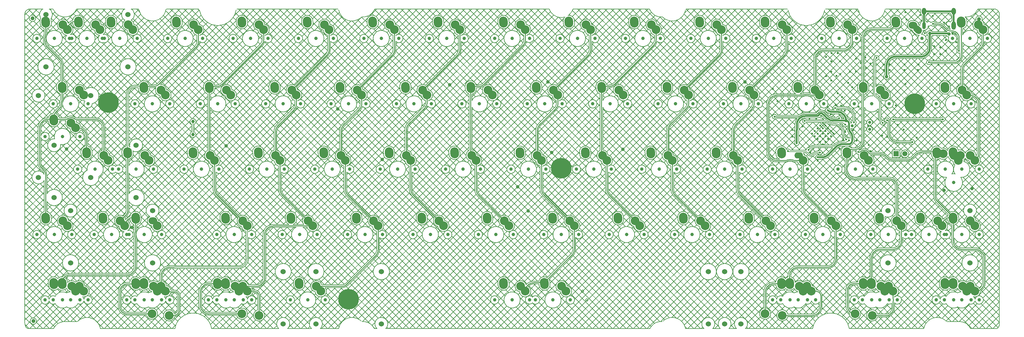
<source format=gbl>
G04*
G04 #@! TF.GenerationSoftware,Altium Limited,Altium Designer,23.6.0 (18)*
G04*
G04 Layer_Physical_Order=2*
G04 Layer_Color=16711680*
%FSLAX25Y25*%
%MOIN*%
G70*
G04*
G04 #@! TF.SameCoordinates,B66D48C5-E07E-4974-9F6D-D9774B8395A7*
G04*
G04*
G04 #@! TF.FilePolarity,Positive*
G04*
G01*
G75*
%ADD11C,0.01000*%
%ADD24C,0.03937*%
%ADD58C,0.23622*%
%ADD68C,0.00800*%
%ADD69C,0.01968*%
%ADD74C,0.10000*%
G04:AMPARAMS|DCode=75|XSize=125.98mil|YSize=100mil|CornerRadius=0mil|HoleSize=0mil|Usage=FLASHONLY|Rotation=95.000|XOffset=0mil|YOffset=0mil|HoleType=Round|Shape=Round|*
%AMOVALD75*
21,1,0.02598,0.10000,0.00000,0.00000,95.0*
1,1,0.10000,0.00113,-0.01294*
1,1,0.10000,-0.00113,0.01294*
%
%ADD75OVALD75*%

%ADD76O,0.10000X0.07874*%
%ADD77C,0.06000*%
%ADD78C,0.03543*%
%ADD79O,0.03937X0.08268*%
%ADD80O,0.05118X0.07874*%
%ADD81O,0.10000X0.06890*%
G04:AMPARAMS|DCode=82|XSize=78.74mil|YSize=108.27mil|CornerRadius=0mil|HoleSize=0mil|Usage=FLASHONLY|Rotation=225.000|XOffset=0mil|YOffset=0mil|HoleType=Round|Shape=Round|*
%AMOVALD82*
21,1,0.02953,0.07874,0.00000,0.00000,315.0*
1,1,0.07874,-0.01044,0.01044*
1,1,0.07874,0.01044,-0.01044*
%
%ADD82OVALD82*%

%ADD83C,0.05906*%
%ADD84R,0.05906X0.05906*%
%ADD85C,0.04535*%
%ADD86C,0.02362*%
%ADD87O,0.05118X0.09449*%
D11*
X368323Y-249232D02*
X368982Y-248505D01*
X369567Y-247716D01*
X370071Y-246875D01*
X370491Y-245988D01*
X370821Y-245064D01*
X371060Y-244112D01*
X371204Y-243141D01*
X371252Y-242161D01*
X329161Y-284252D02*
X330141Y-284204D01*
X331112Y-284060D01*
X332064Y-283821D01*
X332988Y-283491D01*
X333875Y-283071D01*
X334717Y-282567D01*
X335505Y-281982D01*
X336232Y-281323D01*
X593322Y-248555D02*
X593981Y-247828D01*
X594566Y-247040D01*
X595070Y-246198D01*
X595490Y-245311D01*
X595820Y-244387D01*
X596059Y-243435D01*
X596203Y-242464D01*
X596251Y-241484D01*
X234842Y-295866D02*
X234753Y-294847D01*
X234489Y-293860D01*
X234057Y-292933D01*
X233470Y-292095D01*
X232747Y-291372D01*
X231909Y-290786D01*
X230983Y-290354D01*
X229995Y-290089D01*
X228976Y-290000D01*
X177323Y-281142D02*
X176343Y-281190D01*
X175372Y-281334D01*
X174420Y-281572D01*
X173496Y-281903D01*
X172609Y-282323D01*
X171767Y-282827D01*
X170979Y-283412D01*
X170252Y-284071D01*
X169593Y-284798D01*
X169008Y-285586D01*
X168504Y-286428D01*
X168084Y-287315D01*
X167753Y-288239D01*
X167515Y-289191D01*
X167371Y-290162D01*
X167323Y-291142D01*
Y-305748D02*
X167371Y-306728D01*
X167515Y-307699D01*
X167753Y-308651D01*
X168084Y-309575D01*
X168504Y-310462D01*
X169008Y-311304D01*
X169593Y-312092D01*
X170252Y-312819D01*
X170979Y-313478D01*
X171767Y-314063D01*
X172609Y-314567D01*
X173496Y-314987D01*
X174420Y-315317D01*
X175372Y-315556D01*
X176343Y-315700D01*
X177323Y-315748D01*
X92930Y-281496D02*
X93284Y-281142D01*
X83661Y-281496D02*
X82692Y-281551D01*
X81735Y-281713D01*
X80801Y-281982D01*
X79904Y-282354D01*
X79054Y-282823D01*
X78262Y-283385D01*
X77538Y-284032D01*
X76891Y-284756D01*
X76329Y-285548D01*
X75859Y-286398D01*
X75488Y-287296D01*
X75219Y-288229D01*
X75056Y-289186D01*
X75002Y-290156D01*
Y-307772D02*
X75060Y-308734D01*
X75234Y-309681D01*
X75520Y-310600D01*
X75915Y-311479D01*
X76414Y-312303D01*
X77008Y-313061D01*
X77689Y-313742D01*
X78447Y-314336D01*
X79271Y-314834D01*
X80150Y-315230D01*
X81069Y-315516D01*
X82016Y-315690D01*
X82978Y-315748D01*
X127502Y-290000D02*
X127856Y-290354D01*
X142717Y-295276D02*
X142622Y-294316D01*
X142342Y-293392D01*
X141887Y-292542D01*
X141275Y-291796D01*
X140529Y-291184D01*
X139679Y-290729D01*
X138755Y-290449D01*
X137795Y-290354D01*
X137008Y-317717D02*
X137999Y-317630D01*
X138960Y-317372D01*
X139862Y-316952D01*
X140677Y-316381D01*
X141381Y-315677D01*
X141952Y-314862D01*
X142372Y-313960D01*
X142630Y-312999D01*
X142717Y-312008D01*
X825158Y-281142D02*
X824177Y-281190D01*
X823207Y-281334D01*
X822255Y-281572D01*
X821331Y-281903D01*
X820444Y-282323D01*
X819602Y-282827D01*
X818814Y-283412D01*
X818086Y-284071D01*
X817427Y-284798D01*
X816843Y-285586D01*
X816338Y-286428D01*
X815919Y-287315D01*
X815588Y-288239D01*
X815350Y-289191D01*
X815206Y-290162D01*
X815158Y-291142D01*
X878937Y-295276D02*
X878836Y-294246D01*
X878535Y-293257D01*
X878048Y-292345D01*
X877392Y-291545D01*
X876592Y-290889D01*
X875680Y-290402D01*
X874691Y-290101D01*
X873661Y-290000D01*
X868937Y-317717D02*
X869917Y-317668D01*
X870888Y-317524D01*
X871840Y-317286D01*
X872764Y-316955D01*
X873651Y-316536D01*
X874493Y-316031D01*
X875281Y-315447D01*
X876008Y-314788D01*
X876667Y-314060D01*
X877252Y-313272D01*
X877756Y-312431D01*
X878176Y-311543D01*
X878506Y-310619D01*
X878745Y-309667D01*
X878889Y-308697D01*
X878937Y-307716D01*
X909449Y-306914D02*
X909504Y-307903D01*
X909670Y-308880D01*
X909945Y-309832D01*
X910324Y-310747D01*
X910803Y-311614D01*
X911376Y-312422D01*
X912036Y-313161D01*
X912775Y-313821D01*
X913583Y-314394D01*
X914450Y-314873D01*
X915365Y-315252D01*
X916317Y-315527D01*
X917293Y-315692D01*
X918283Y-315748D01*
X916693Y-281142D02*
X915662Y-281216D01*
X914652Y-281435D01*
X913684Y-281796D01*
X912776Y-282292D01*
X911949Y-282911D01*
X911218Y-283642D01*
X910599Y-284469D01*
X910103Y-285377D01*
X909742Y-286345D01*
X909523Y-287355D01*
X909449Y-288386D01*
X937967Y-317717D02*
X938164Y-317913D01*
X961877Y-298601D02*
X961908Y-298845D01*
X961908Y-301154D02*
X961877Y-301399D01*
X953740Y-317913D02*
X954721Y-317854D01*
X955687Y-317677D01*
X956625Y-317385D01*
X957522Y-316981D01*
X958362Y-316473D01*
X959136Y-315867D01*
X959831Y-315172D01*
X960437Y-314399D01*
X960945Y-313558D01*
X961348Y-312662D01*
X961640Y-311724D01*
X961818Y-310757D01*
X961877Y-309777D01*
X961908Y-301154D02*
X962057Y-300000D01*
X961908Y-298845D01*
X312071Y-19523D02*
X312730Y-18796D01*
X313315Y-18008D01*
X313819Y-17166D01*
X314239Y-16279D01*
X314569Y-15355D01*
X314808Y-14403D01*
X314952Y-13432D01*
X315000Y-12452D01*
X387071Y-19523D02*
X387730Y-18796D01*
X388315Y-18008D01*
X388819Y-17166D01*
X389239Y-16279D01*
X389569Y-15355D01*
X389808Y-14403D01*
X389952Y-13432D01*
X390000Y-12452D01*
X462071Y-19523D02*
X462730Y-18796D01*
X463315Y-18008D01*
X463819Y-17166D01*
X464239Y-16279D01*
X464569Y-15355D01*
X464808Y-14403D01*
X464952Y-13432D01*
X465000Y-12452D01*
X612071Y-19523D02*
X612730Y-18796D01*
X613315Y-18008D01*
X613819Y-17166D01*
X614239Y-16279D01*
X614569Y-15355D01*
X614808Y-14403D01*
X614952Y-13432D01*
X615000Y-12452D01*
X762071Y-19523D02*
X762730Y-18796D01*
X763315Y-18008D01*
X763819Y-17166D01*
X764239Y-16279D01*
X764569Y-15355D01*
X764808Y-14403D01*
X764952Y-13432D01*
X765000Y-12452D01*
X837071Y-19523D02*
X837730Y-18796D01*
X838315Y-18008D01*
X838819Y-17166D01*
X839239Y-16279D01*
X839569Y-15355D01*
X839808Y-14403D01*
X839952Y-13432D01*
X840000Y-12452D01*
X867180Y-64907D02*
X866287Y-64539D01*
X865366Y-64250D01*
X864423Y-64042D01*
X863465Y-63917D01*
X862500Y-63875D01*
X861535Y-63917D01*
X860577Y-64042D01*
X859634Y-64250D01*
X858713Y-64539D01*
X857820Y-64907D01*
X857399Y-65000D02*
X857820Y-64907D01*
X867180Y-64907D02*
X867601Y-65000D01*
X882343Y-13280D02*
X881362Y-13328D01*
X880392Y-13472D01*
X879440Y-13710D01*
X878516Y-14041D01*
X877629Y-14460D01*
X876787Y-14965D01*
X875999Y-15549D01*
X875272Y-16208D01*
X874612Y-16936D01*
X874028Y-17724D01*
X873523Y-18566D01*
X873104Y-19453D01*
X872773Y-20377D01*
X872535Y-21329D01*
X872391Y-22299D01*
X872342Y-23280D01*
X1044022Y-29282D02*
X1043362Y-30009D01*
X1042778Y-30797D01*
X1042273Y-31639D01*
X1041854Y-32526D01*
X1041523Y-33450D01*
X1041285Y-34402D01*
X1041141Y-35373D01*
X1041092Y-36353D01*
X961524Y-241779D02*
X962540Y-241726D01*
X963546Y-241567D01*
X964529Y-241303D01*
X965480Y-240939D01*
X966387Y-240476D01*
X967241Y-239922D01*
X968032Y-239281D01*
X968752Y-238561D01*
X969392Y-237770D01*
X969947Y-236916D01*
X970409Y-236009D01*
X970774Y-235059D01*
X971037Y-234075D01*
X971197Y-233070D01*
X971250Y-232053D01*
X966092Y-169384D02*
X966030Y-168351D01*
X965843Y-167333D01*
X965536Y-166345D01*
X965111Y-165402D01*
X964576Y-164516D01*
X963937Y-163702D01*
X963206Y-162970D01*
X962391Y-162332D01*
X961506Y-161796D01*
X960562Y-161372D01*
X959574Y-161064D01*
X958556Y-160877D01*
X957524Y-160815D01*
X132344Y-262280D02*
X131364Y-262328D01*
X130394Y-262472D01*
X129442Y-262710D01*
X128518Y-263041D01*
X127630Y-263460D01*
X126789Y-263965D01*
X126001Y-264549D01*
X125273Y-265209D01*
X124614Y-265936D01*
X124030Y-266724D01*
X123525Y-267566D01*
X123106Y-268453D01*
X122775Y-269377D01*
X122537Y-270329D01*
X122393Y-271299D01*
X122345Y-272280D01*
X231024Y-284252D02*
X232004Y-284204D01*
X232975Y-284060D01*
X233927Y-283821D01*
X234851Y-283491D01*
X235738Y-283071D01*
X236579Y-282567D01*
X237368Y-281982D01*
X238095Y-281323D01*
X238754Y-280596D01*
X239338Y-279808D01*
X239843Y-278966D01*
X240262Y-278079D01*
X240593Y-277155D01*
X240831Y-276203D01*
X240975Y-275232D01*
X241024Y-274252D01*
X274571Y-81732D02*
X275230Y-81005D01*
X275815Y-80217D01*
X276319Y-79375D01*
X276739Y-78488D01*
X277069Y-77564D01*
X277308Y-76612D01*
X277452Y-75641D01*
X277500Y-74661D01*
X256522Y-99782D02*
X255862Y-100509D01*
X255278Y-101297D01*
X254773Y-102139D01*
X254354Y-103026D01*
X254023Y-103950D01*
X253785Y-104902D01*
X253641Y-105873D01*
X253592Y-106853D01*
X258750Y-172766D02*
X258798Y-173747D01*
X258942Y-174717D01*
X259181Y-175669D01*
X259511Y-176593D01*
X259931Y-177480D01*
X260435Y-178322D01*
X261020Y-179110D01*
X261679Y-179837D01*
X251024Y-215000D02*
X250043Y-215048D01*
X249073Y-215192D01*
X248121Y-215431D01*
X247197Y-215761D01*
X246310Y-216181D01*
X245468Y-216685D01*
X244680Y-217270D01*
X243953Y-217929D01*
X243293Y-218656D01*
X242709Y-219444D01*
X242204Y-220286D01*
X241785Y-221173D01*
X241454Y-222097D01*
X241216Y-223049D01*
X241072Y-224020D01*
X241024Y-225000D01*
X91024Y-205000D02*
X90043Y-205048D01*
X89073Y-205192D01*
X88121Y-205431D01*
X87197Y-205761D01*
X86310Y-206181D01*
X85468Y-206685D01*
X84680Y-207270D01*
X83952Y-207929D01*
X83293Y-208656D01*
X82709Y-209444D01*
X82204Y-210286D01*
X81785Y-211173D01*
X81454Y-212097D01*
X81216Y-213049D01*
X81072Y-214020D01*
X81024Y-215000D01*
X81079Y-203645D02*
X81738Y-202918D01*
X82323Y-202130D01*
X82827Y-201288D01*
X83247Y-200401D01*
X83577Y-199477D01*
X83816Y-198525D01*
X83960Y-197555D01*
X84008Y-196574D01*
X56693Y-102949D02*
X56643Y-101923D01*
X56492Y-100907D01*
X56242Y-99910D01*
X55896Y-98943D01*
X55457Y-98014D01*
X54929Y-97133D01*
X54317Y-96308D01*
X53627Y-95547D01*
X52865Y-94857D01*
X52040Y-94245D01*
X51159Y-93716D01*
X50230Y-93277D01*
X49263Y-92931D01*
X48267Y-92681D01*
X47251Y-92531D01*
X46224Y-92480D01*
X-16976Y-143451D02*
X-16892Y-144519D01*
X-16642Y-145561D01*
X-16232Y-146551D01*
X-15672Y-147465D01*
X-14976Y-148280D01*
X-10000Y-157398D02*
X-10048Y-156418D01*
X-10192Y-155447D01*
X-10431Y-154495D01*
X-10761Y-153571D01*
X-11181Y-152684D01*
X-11685Y-151842D01*
X-12270Y-151054D01*
X-12929Y-150327D01*
X-6976Y-92480D02*
X-7957Y-92528D01*
X-8927Y-92672D01*
X-9879Y-92911D01*
X-10803Y-93242D01*
X-11690Y-93661D01*
X-12532Y-94166D01*
X-13320Y-94750D01*
X-14048Y-95409D01*
X-14706Y-96136D01*
X-15291Y-96925D01*
X-15796Y-97766D01*
X-16215Y-98654D01*
X-16546Y-99577D01*
X-16784Y-100529D01*
X-16928Y-101500D01*
X-16976Y-102480D01*
X2260Y-83543D02*
X1601Y-84271D01*
X1016Y-85059D01*
X512Y-85901D01*
X92Y-86788D01*
X-239Y-87712D01*
X-477Y-88664D01*
X-621Y-89634D01*
X-669Y-90615D01*
X14240Y-92480D02*
X14918Y-92211D01*
X23358Y-92146D02*
X22611Y-91562D01*
X21783Y-91099D01*
X20894Y-90767D01*
X19965Y-90574D01*
X19017Y-90526D01*
X-11123Y-2491D02*
X-11075Y-3471D01*
X-10931Y-4442D01*
X-10693Y-5393D01*
X-10362Y-6318D01*
X-9942Y-7205D01*
X-9438Y-8046D01*
X-8853Y-8835D01*
X-8194Y-9562D01*
X-10093Y4680D02*
X-10446Y3827D01*
X-10727Y2948D01*
X-10935Y2049D01*
X-11067Y1135D01*
X-11123Y214D01*
X-10093Y4680D02*
X-10000Y5105D01*
X8669Y-70620D02*
X8750Y-70230D01*
Y-30648D02*
X8702Y-29668D01*
X8558Y-28697D01*
X8319Y-27745D01*
X7989Y-26821D01*
X7569Y-25934D01*
X7065Y-25092D01*
X6480Y-24304D01*
X5821Y-23577D01*
X23482Y-92253D02*
X24166Y-92480D01*
X23404Y-92189D02*
X23358Y-92146D01*
X23358Y-92145D02*
X23358Y-92146D01*
X781522Y-98782D02*
X780862Y-99509D01*
X780278Y-100297D01*
X779773Y-101139D01*
X779354Y-102026D01*
X779023Y-102950D01*
X778785Y-103902D01*
X778641Y-104873D01*
X778592Y-105853D01*
X706522Y-98282D02*
X705862Y-99009D01*
X705278Y-99797D01*
X704773Y-100639D01*
X704354Y-101526D01*
X704023Y-102450D01*
X703785Y-103402D01*
X703641Y-104373D01*
X703592Y-105353D01*
X556522Y-98782D02*
X555862Y-99509D01*
X555278Y-100297D01*
X554773Y-101139D01*
X554354Y-102026D01*
X554023Y-102950D01*
X553785Y-103902D01*
X553641Y-104873D01*
X553592Y-105853D01*
X477500Y-131614D02*
X477627Y-132580D01*
X478000Y-133479D01*
X478592Y-134252D01*
X406522Y-97782D02*
X405862Y-98509D01*
X405278Y-99297D01*
X404773Y-100139D01*
X404354Y-101026D01*
X404023Y-101950D01*
X403785Y-102902D01*
X403641Y-103873D01*
X403592Y-104853D01*
X331522Y-99282D02*
X330862Y-100009D01*
X330278Y-100797D01*
X329773Y-101639D01*
X329354Y-102526D01*
X329023Y-103450D01*
X328785Y-104402D01*
X328641Y-105373D01*
X328592Y-106353D01*
X177500Y-131614D02*
X177627Y-132580D01*
X178000Y-133479D01*
X178593Y-134252D01*
X23404Y-92189D02*
X23482Y-92253D01*
X23358Y-92145D02*
X22542Y-91517D01*
X21633Y-91032D01*
X20657Y-90704D01*
X19640Y-90541D01*
X18610Y-90549D01*
X17596Y-90727D01*
X16625Y-91071D01*
X15724Y-91570D01*
X14918Y-92211D01*
X8669Y-70620D02*
X8307Y-71573D01*
X8034Y-72556D01*
X7853Y-73560D01*
X7767Y-74576D01*
X7775Y-75596D01*
X7877Y-76611D01*
X7793Y-77179D02*
X7877Y-76611D01*
X5821Y-79982D02*
X6584Y-79126D01*
X7245Y-78187D01*
X7793Y-77179D01*
X858750Y-172766D02*
X858798Y-173747D01*
X858942Y-174717D01*
X859181Y-175669D01*
X859511Y-176593D01*
X859931Y-177480D01*
X860435Y-178322D01*
X861020Y-179110D01*
X861679Y-179837D01*
X783750Y-172766D02*
X783798Y-173747D01*
X783942Y-174717D01*
X784181Y-175669D01*
X784511Y-176593D01*
X784931Y-177480D01*
X785435Y-178322D01*
X786020Y-179110D01*
X786679Y-179837D01*
X708750Y-172766D02*
X708798Y-173747D01*
X708942Y-174717D01*
X709181Y-175669D01*
X709511Y-176593D01*
X709931Y-177480D01*
X710435Y-178322D01*
X711020Y-179110D01*
X711679Y-179837D01*
X633750Y-172766D02*
X633798Y-173747D01*
X633942Y-174717D01*
X634181Y-175669D01*
X634511Y-176593D01*
X634931Y-177480D01*
X635435Y-178322D01*
X636020Y-179110D01*
X636679Y-179837D01*
X558750Y-172766D02*
X558798Y-173747D01*
X558942Y-174717D01*
X559181Y-175669D01*
X559511Y-176593D01*
X559931Y-177480D01*
X560435Y-178322D01*
X561020Y-179110D01*
X561679Y-179837D01*
X483750Y-172766D02*
X483798Y-173747D01*
X483942Y-174717D01*
X484181Y-175669D01*
X484511Y-176593D01*
X484931Y-177480D01*
X485435Y-178322D01*
X486020Y-179110D01*
X486679Y-179837D01*
X408750Y-172766D02*
X408798Y-173747D01*
X408942Y-174717D01*
X409181Y-175669D01*
X409511Y-176593D01*
X409931Y-177480D01*
X410435Y-178322D01*
X411020Y-179110D01*
X411679Y-179837D01*
X333750Y-172765D02*
X333798Y-173746D01*
X333942Y-174716D01*
X334181Y-175668D01*
X334511Y-176592D01*
X334931Y-177479D01*
X335435Y-178321D01*
X336020Y-179109D01*
X336679Y-179836D01*
X183750Y-172766D02*
X183798Y-173747D01*
X183942Y-174717D01*
X184181Y-175669D01*
X184511Y-176593D01*
X184931Y-177480D01*
X185435Y-178322D01*
X186020Y-179110D01*
X186679Y-179837D01*
X923797Y-130280D02*
X923924Y-130159D01*
X934039Y-131271D02*
X934043Y-131279D01*
X934357Y-131946D02*
X934043Y-131279D01*
X934357Y-131946D02*
X935162Y-132280D01*
X927012Y-128248D02*
X926086Y-128572D01*
X925222Y-129037D01*
X924443Y-129633D01*
X933910Y-131047D02*
X933328Y-130237D01*
X932625Y-129531D01*
X931818Y-128947D01*
X930927Y-128499D01*
X929976Y-128200D01*
X928990Y-128056D01*
X927993Y-128072D01*
X927012Y-128248D01*
X933947Y-131109D02*
X933910Y-131047D01*
X924443Y-129633D02*
X923924Y-130159D01*
X933947Y-131109D02*
X933986Y-131169D01*
X917500Y-127279D02*
X918480Y-127231D01*
X919451Y-127087D01*
X920403Y-126849D01*
X921327Y-126518D01*
X922214Y-126099D01*
X923056Y-125594D01*
X923844Y-125010D01*
X924571Y-124351D01*
X925230Y-123624D01*
X925815Y-122835D01*
X926319Y-121994D01*
X926739Y-121106D01*
X927069Y-120182D01*
X927308Y-119230D01*
X927452Y-118260D01*
X927500Y-117280D01*
X953953Y-135208D02*
X953225Y-134549D01*
X952437Y-133965D01*
X951595Y-133460D01*
X950708Y-133041D01*
X949784Y-132710D01*
X948832Y-132472D01*
X947862Y-132328D01*
X946881Y-132280D01*
X1031658Y-27279D02*
X1032682Y-27218D01*
X1033692Y-27033D01*
X1034672Y-26727D01*
X1035608Y-26306D01*
X1036486Y-25775D01*
X1037294Y-25142D01*
X1038020Y-24416D01*
X1038653Y-23608D01*
X1039184Y-22730D01*
X1039605Y-21794D01*
X1039911Y-20814D01*
X1040096Y-19804D01*
X1040158Y-18780D01*
X17472Y-271280D02*
X16496Y-271334D01*
X15532Y-271498D01*
X14592Y-271769D01*
X13689Y-272143D01*
X12833Y-272616D01*
X12035Y-273182D01*
X11306Y-273834D01*
X10655Y-274563D01*
X10089Y-275360D01*
X9616Y-276216D01*
X9241Y-277120D01*
X8971Y-278060D01*
X8807Y-279024D01*
X8752Y-280000D01*
X83130Y-271280D02*
X84110Y-271231D01*
X85081Y-271087D01*
X86033Y-270849D01*
X86957Y-270518D01*
X87844Y-270099D01*
X88686Y-269594D01*
X89474Y-269010D01*
X90201Y-268351D01*
X90860Y-267623D01*
X91445Y-266835D01*
X91949Y-265993D01*
X92369Y-265106D01*
X92699Y-264182D01*
X92938Y-263230D01*
X93082Y-262260D01*
X93130Y-261280D01*
X1021595Y11649D02*
X1022322Y10990D01*
X1023110Y10406D01*
X1023952Y9901D01*
X1024839Y9482D01*
X1025763Y9151D01*
X1026715Y8913D01*
X1027686Y8769D01*
X1028666Y8721D01*
X1037524Y721D02*
X1037465Y1685D01*
X1037291Y2635D01*
X1037004Y3557D01*
X1036607Y4438D01*
X1036108Y5265D01*
X1035512Y6025D01*
X1034829Y6709D01*
X1034068Y7304D01*
X1033241Y7804D01*
X1032360Y8201D01*
X1031438Y8488D01*
X1030488Y8662D01*
X1029524Y8721D01*
X1019373Y13871D02*
X1018646Y14530D01*
X1017857Y15115D01*
X1017016Y15619D01*
X1016129Y16039D01*
X1015205Y16370D01*
X1014253Y16608D01*
X1013282Y16752D01*
X1012302Y16800D01*
X905000Y-13280D02*
X905980Y-13231D01*
X906951Y-13087D01*
X907903Y-12849D01*
X908827Y-12518D01*
X909714Y-12099D01*
X910556Y-11594D01*
X911344Y-11010D01*
X912071Y-10351D01*
X912730Y-9623D01*
X913315Y-8835D01*
X913819Y-7993D01*
X914239Y-7106D01*
X914569Y-6182D01*
X914808Y-5230D01*
X914952Y-4260D01*
X915000Y-3280D01*
X887070Y-89161D02*
X887798Y-89819D01*
X888585Y-90403D01*
X889427Y-90907D01*
X890314Y-91326D01*
X891237Y-91657D01*
X892189Y-91895D01*
X893159Y-92039D01*
X894139Y-92087D01*
X887068Y-89158D02*
X887070Y-89161D01*
X874237Y-86812D02*
X875102Y-86304D01*
X883101Y-85192D02*
X882296Y-84539D01*
X881375Y-84063D01*
X880377Y-83785D01*
X879342Y-83716D01*
X878316Y-83859D01*
X877340Y-84207D01*
X876455Y-84748D01*
X875699Y-85456D01*
X875102Y-86304D01*
X883111Y-85202D02*
X883101Y-85192D01*
X883458Y-85587D02*
X883111Y-85202D01*
X883954Y-86044D02*
X883602Y-85730D01*
X883961Y-86052D02*
X883954Y-86044D01*
X883966Y-86056D02*
X883961Y-86052D01*
X885359Y-87449D02*
X885355Y-87446D01*
X883458Y-85587D02*
X883602Y-85730D01*
X861583Y-86812D02*
X860541Y-86856D01*
X859507Y-86990D01*
X858488Y-87211D01*
X857491Y-87519D01*
X856525Y-87910D01*
X855596Y-88383D01*
X854710Y-88933D01*
X853875Y-89557D01*
X853251Y-89780D02*
X853875Y-89557D01*
X957024Y-95691D02*
X956756Y-94691D01*
X956024Y-93959D01*
X955024Y-93691D01*
X965389Y-118645D02*
X966204Y-118746D01*
X967024Y-118780D01*
X957158Y-110414D02*
X957380Y-111425D01*
X957705Y-112407D01*
X958130Y-113351D01*
X958650Y-114246D01*
X959260Y-115082D01*
X959953Y-115851D01*
X960721Y-116543D01*
X961557Y-117153D01*
X962452Y-117673D01*
X963396Y-118098D01*
X964378Y-118423D01*
X965389Y-118645D01*
X957024Y-108780D02*
X957057Y-109599D01*
X957158Y-110414D01*
X911471Y-127279D02*
X910429Y-127487D01*
X909547Y-128076D01*
X908957Y-128959D01*
X908750Y-130000D01*
X994945D02*
X993965Y-130048D01*
X992994Y-130192D01*
X992042Y-130431D01*
X991119Y-130761D01*
X990231Y-131181D01*
X989390Y-131685D01*
X988601Y-132270D01*
X987874Y-132929D01*
X977382Y-139279D02*
X978362Y-139231D01*
X979332Y-139087D01*
X980284Y-138849D01*
X981208Y-138518D01*
X982095Y-138099D01*
X982937Y-137594D01*
X983725Y-137010D01*
X984453Y-136351D01*
X955095D02*
X955822Y-137010D01*
X956610Y-137594D01*
X957452Y-138099D01*
X958339Y-138518D01*
X959263Y-138849D01*
X960215Y-139087D01*
X961186Y-139231D01*
X962166Y-139279D01*
X828524Y-65000D02*
X827543Y-65048D01*
X826573Y-65192D01*
X825621Y-65431D01*
X824697Y-65761D01*
X823810Y-66181D01*
X822968Y-66685D01*
X822180Y-67270D01*
X821453Y-67929D01*
X820794Y-68656D01*
X820209Y-69444D01*
X819704Y-70286D01*
X819285Y-71173D01*
X818954Y-72097D01*
X818716Y-73049D01*
X818572Y-74020D01*
X818524Y-75000D01*
Y-130000D02*
X818572Y-130980D01*
X818716Y-131951D01*
X818954Y-132903D01*
X819285Y-133827D01*
X819704Y-134714D01*
X820209Y-135556D01*
X820794Y-136344D01*
X821453Y-137071D01*
X822180Y-137730D01*
X822968Y-138315D01*
X823810Y-138819D01*
X824697Y-139239D01*
X825621Y-139569D01*
X826573Y-139808D01*
X827543Y-139952D01*
X828524Y-140000D01*
X1011875Y-130000D02*
X1010949Y-130248D01*
X1010272Y-130926D01*
X1010024Y-131851D01*
X799571Y-80732D02*
X800230Y-80005D01*
X800815Y-79217D01*
X801319Y-78375D01*
X801739Y-77488D01*
X802069Y-76564D01*
X802308Y-75612D01*
X802452Y-74641D01*
X802500Y-73661D01*
X1056024Y-290000D02*
X1057004Y-289952D01*
X1057975Y-289808D01*
X1058926Y-289569D01*
X1059850Y-289239D01*
X1060738Y-288819D01*
X1061579Y-288315D01*
X1062368Y-287730D01*
X1063095Y-287071D01*
X1063754Y-286344D01*
X1064338Y-285556D01*
X1064843Y-284714D01*
X1065262Y-283827D01*
X1065593Y-282903D01*
X1065831Y-281951D01*
X1065975Y-280980D01*
X1066024Y-280000D01*
Y-251780D02*
X1065975Y-250799D01*
X1065831Y-249829D01*
X1065593Y-248877D01*
X1065262Y-247953D01*
X1064843Y-247066D01*
X1064338Y-246224D01*
X1063754Y-245436D01*
X1063095Y-244708D01*
X1062368Y-244049D01*
X1061579Y-243465D01*
X1060738Y-242960D01*
X1059850Y-242541D01*
X1058926Y-242210D01*
X1057975Y-241972D01*
X1057004Y-241828D01*
X1056024Y-241779D01*
X1030625Y-231780D02*
X1030673Y-232760D01*
X1030817Y-233730D01*
X1031056Y-234682D01*
X1031386Y-235606D01*
X1031806Y-236493D01*
X1032310Y-237335D01*
X1032895Y-238123D01*
X1033554Y-238851D01*
X1034281Y-239510D01*
X1035069Y-240094D01*
X1035911Y-240599D01*
X1036798Y-241018D01*
X1037722Y-241349D01*
X1038674Y-241587D01*
X1039645Y-241731D01*
X1040625Y-241779D01*
X1062071Y-11232D02*
X1062730Y-10505D01*
X1063315Y-9717D01*
X1063819Y-8875D01*
X1064239Y-7988D01*
X1064569Y-7064D01*
X1064808Y-6112D01*
X1064952Y-5141D01*
X1065000Y-4161D01*
X1057095Y-138530D02*
X1057754Y-137803D01*
X1058338Y-137015D01*
X1058843Y-136173D01*
X1059262Y-135286D01*
X1059593Y-134362D01*
X1059832Y-133410D01*
X1059976Y-132439D01*
X1060024Y-131459D01*
Y-75000D02*
X1059976Y-74020D01*
X1059832Y-73049D01*
X1059593Y-72097D01*
X1059262Y-71173D01*
X1058843Y-70286D01*
X1058338Y-69444D01*
X1057754Y-68656D01*
X1057095Y-67929D01*
X1056367Y-67270D01*
X1055579Y-66685D01*
X1054738Y-66181D01*
X1053850Y-65761D01*
X1052927Y-65431D01*
X1051974Y-65192D01*
X1051004Y-65048D01*
X1050024Y-65000D01*
X1010024Y-180256D02*
X1010072Y-181237D01*
X1010216Y-182207D01*
X1010454Y-183159D01*
X1010785Y-184083D01*
X1011204Y-184970D01*
X1011709Y-185812D01*
X1012294Y-186600D01*
X1012953Y-187328D01*
X1028125Y-205000D02*
X1027145Y-205048D01*
X1026174Y-205192D01*
X1025222Y-205431D01*
X1024298Y-205761D01*
X1023411Y-206181D01*
X1022569Y-206685D01*
X1021781Y-207270D01*
X1021054Y-207929D01*
X1020395Y-208656D01*
X1019810Y-209444D01*
X1019306Y-210286D01*
X1018886Y-211173D01*
X1018556Y-212097D01*
X1018317Y-213049D01*
X1018173Y-214020D01*
X1018125Y-215000D01*
X946877Y-241779D02*
X945897Y-241828D01*
X944926Y-241972D01*
X943974Y-242210D01*
X943050Y-242541D01*
X942163Y-242960D01*
X941321Y-243465D01*
X940533Y-244049D01*
X939806Y-244708D01*
X939147Y-245436D01*
X938562Y-246224D01*
X938058Y-247066D01*
X937638Y-247953D01*
X937308Y-248877D01*
X937069Y-249829D01*
X936925Y-250799D01*
X936877Y-251780D01*
X937500Y10721D02*
X936520Y10672D01*
X935549Y10528D01*
X934597Y10290D01*
X933673Y9959D01*
X932786Y9540D01*
X931944Y9035D01*
X931156Y8451D01*
X930429Y7791D01*
X929770Y7064D01*
X929185Y6276D01*
X928681Y5434D01*
X928261Y4547D01*
X927931Y3623D01*
X927692Y2671D01*
X927548Y1701D01*
X927500Y721D01*
X955721Y10721D02*
X956691Y10771D01*
X957650Y10923D01*
X958588Y11175D01*
X959495Y11523D01*
X960360Y11964D01*
X961175Y12493D01*
X961930Y13104D01*
X962617Y13791D01*
X963228Y14546D01*
X963757Y15360D01*
X964198Y16226D01*
X964546Y17132D01*
X964797Y18071D01*
X964949Y19030D01*
X965000Y20000D01*
X908657Y-145320D02*
X908750Y-144895D01*
X908657Y-145320D02*
X908279Y-146242D01*
X907984Y-147195D01*
X907776Y-148170D01*
X907656Y-149161D01*
X907626Y-150157D01*
X907685Y-151153D01*
X907832Y-152139D01*
X908068Y-153108D01*
X908389Y-154052D01*
X908794Y-154964D01*
X909278Y-155835D01*
X909839Y-156660D01*
X910471Y-157431D01*
X911170Y-158143D01*
X911929Y-158789D01*
X912744Y-159364D01*
X913606Y-159865D01*
X914510Y-160286D01*
X915448Y-160624D01*
X916413Y-160877D01*
X917397Y-161043D01*
X918391Y-161119D01*
X919388Y-161107D01*
X920380Y-161005D01*
X921359Y-160815D01*
X886251Y-262280D02*
X887231Y-262231D01*
X888202Y-262087D01*
X889154Y-261849D01*
X890078Y-261518D01*
X890965Y-261099D01*
X891807Y-260594D01*
X892595Y-260010D01*
X893322Y-259351D01*
X893981Y-258624D01*
X894566Y-257835D01*
X895070Y-256994D01*
X895490Y-256106D01*
X895820Y-255182D01*
X896059Y-254230D01*
X896203Y-253260D01*
X896251Y-252279D01*
X853127Y-262280D02*
X852147Y-262328D01*
X851176Y-262472D01*
X850224Y-262710D01*
X849300Y-263041D01*
X848413Y-263460D01*
X847571Y-263965D01*
X846783Y-264549D01*
X846056Y-265209D01*
X845397Y-265936D01*
X844812Y-266724D01*
X844308Y-267566D01*
X843888Y-268453D01*
X843558Y-269377D01*
X843319Y-270329D01*
X843175Y-271299D01*
X843127Y-272280D01*
X848430Y-139907D02*
X847537Y-139539D01*
X846616Y-139250D01*
X845673Y-139042D01*
X844715Y-138917D01*
X843750Y-138875D01*
X842785Y-138917D01*
X841827Y-139042D01*
X840884Y-139250D01*
X839963Y-139539D01*
X839070Y-139907D01*
X838649Y-140000D02*
X839070Y-139907D01*
X724571Y-80232D02*
X725230Y-79505D01*
X725815Y-78717D01*
X726319Y-77875D01*
X726739Y-76988D01*
X727069Y-76064D01*
X727308Y-75112D01*
X727452Y-74141D01*
X727500Y-73161D01*
X670159Y-214837D02*
X671251Y-215000D01*
X627500Y-129608D02*
X627548Y-130588D01*
X627692Y-131559D01*
X627931Y-132511D01*
X628261Y-133435D01*
X628681Y-134322D01*
X629185Y-135164D01*
X629770Y-135952D01*
X630429Y-136679D01*
X635661Y-55000D02*
X636641Y-54952D01*
X637612Y-54808D01*
X638564Y-54569D01*
X639488Y-54239D01*
X640375Y-53819D01*
X641217Y-53315D01*
X642005Y-52730D01*
X642732Y-52071D01*
X687071Y-7732D02*
X687730Y-7005D01*
X688315Y-6217D01*
X688819Y-5375D01*
X689239Y-4488D01*
X689569Y-3564D01*
X689808Y-2612D01*
X689952Y-1641D01*
X690000Y-661D01*
X550002Y-280000D02*
X549022Y-280048D01*
X548051Y-280192D01*
X547099Y-280431D01*
X546175Y-280761D01*
X545288Y-281181D01*
X544446Y-281685D01*
X543658Y-282270D01*
X542931Y-282929D01*
X542272Y-283656D01*
X541687Y-284444D01*
X541183Y-285286D01*
X540763Y-286173D01*
X540433Y-287097D01*
X540194Y-288049D01*
X540050Y-289020D01*
X540002Y-290000D01*
X574571Y-80732D02*
X575230Y-80005D01*
X575815Y-79217D01*
X576319Y-78375D01*
X576739Y-77488D01*
X577069Y-76564D01*
X577308Y-75612D01*
X577452Y-74641D01*
X577500Y-73661D01*
X486161Y-55000D02*
X487141Y-54952D01*
X488112Y-54808D01*
X489064Y-54569D01*
X489988Y-54239D01*
X490875Y-53819D01*
X491717Y-53315D01*
X492505Y-52730D01*
X493232Y-52071D01*
X537071Y-8232D02*
X537730Y-7505D01*
X538315Y-6717D01*
X538819Y-5875D01*
X539239Y-4988D01*
X539569Y-4064D01*
X539808Y-3112D01*
X539952Y-2141D01*
X540000Y-1161D01*
X424571Y-79732D02*
X425230Y-79005D01*
X425815Y-78217D01*
X426319Y-77375D01*
X426739Y-76488D01*
X427069Y-75564D01*
X427308Y-74612D01*
X427452Y-73641D01*
X427500Y-72661D01*
X349571Y-81232D02*
X350230Y-80505D01*
X350815Y-79717D01*
X351319Y-78875D01*
X351739Y-77988D01*
X352069Y-77064D01*
X352308Y-76112D01*
X352452Y-75141D01*
X352500Y-74161D01*
X237071Y-7732D02*
X237730Y-7005D01*
X238315Y-6217D01*
X238819Y-5375D01*
X239239Y-4488D01*
X239569Y-3564D01*
X239808Y-2612D01*
X239952Y-1641D01*
X240000Y-661D01*
X185661Y-55000D02*
X186641Y-54952D01*
X187612Y-54808D01*
X188564Y-54569D01*
X189488Y-54239D01*
X190375Y-53819D01*
X191217Y-53315D01*
X192005Y-52730D01*
X192732Y-52071D01*
X93037Y-220320D02*
X92669Y-221213D01*
X92380Y-222134D01*
X92172Y-223077D01*
X92047Y-224035D01*
X92005Y-225000D01*
X92047Y-225965D01*
X92172Y-226923D01*
X92380Y-227866D01*
X92669Y-228787D01*
X93037Y-229680D01*
X93130Y-230105D02*
X93037Y-229680D01*
X93037Y-220320D02*
X93130Y-219895D01*
X113161Y-55000D02*
X114141Y-54952D01*
X115112Y-54808D01*
X116064Y-54569D01*
X116988Y-54239D01*
X117875Y-53819D01*
X118717Y-53315D01*
X119505Y-52730D01*
X120232Y-52071D01*
X162071Y-10232D02*
X162730Y-9505D01*
X163315Y-8717D01*
X163819Y-7875D01*
X164239Y-6988D01*
X164569Y-6064D01*
X164808Y-5112D01*
X164952Y-4141D01*
X165000Y-3161D01*
X36850Y-112480D02*
X36802Y-111500D01*
X36658Y-110529D01*
X36420Y-109578D01*
X36089Y-108653D01*
X35670Y-107766D01*
X35165Y-106925D01*
X34580Y-106136D01*
X33922Y-105409D01*
X33194Y-104750D01*
X32406Y-104166D01*
X31564Y-103661D01*
X30677Y-103242D01*
X29753Y-102911D01*
X28801Y-102673D01*
X27831Y-102529D01*
X26850Y-102480D01*
X25000Y20000D02*
X24020Y19952D01*
X23049Y19808D01*
X22097Y19569D01*
X21173Y19239D01*
X20286Y18819D01*
X19444Y18315D01*
X18656Y17730D01*
X17929Y17071D01*
X17270Y16344D01*
X16685Y15556D01*
X16181Y14714D01*
X15761Y13827D01*
X15431Y12903D01*
X15192Y11951D01*
X15048Y10980D01*
X15000Y10000D01*
X371252Y-242161D02*
Y-215000D01*
X336232Y-281323D02*
X368323Y-249232D01*
X300467Y-284252D02*
X329161D01*
X560656Y-280000D02*
Y-279780D01*
X550002Y-280000D02*
X560656D01*
X561877D02*
X593322Y-248555D01*
X596251Y-241484D02*
Y-215000D01*
X221252Y-290000D02*
X228976D01*
X234842Y-317717D02*
Y-295866D01*
X177323Y-281142D02*
X187034D01*
X167323Y-305748D02*
Y-291142D01*
X177323Y-315748D02*
X215158D01*
X83661Y-281496D02*
X92930D01*
X75002Y-307772D02*
Y-290156D01*
X82978Y-315748D02*
X112032D01*
X127856Y-290354D02*
X137795D01*
X142717Y-312008D02*
Y-295276D01*
X131718Y-317717D02*
X137008D01*
X825158Y-281142D02*
X833909D01*
X815158Y-315748D02*
Y-291142D01*
X868127Y-290000D02*
X873661D01*
X878937Y-307716D02*
Y-295276D01*
X834842Y-317717D02*
X868937D01*
X909449Y-306914D02*
Y-288386D01*
X916693Y-281142D02*
X927659D01*
X961877Y-298601D02*
Y-290000D01*
Y-298601D02*
Y-298601D01*
X938164Y-317913D02*
X953740D01*
X961877Y-309777D02*
Y-301399D01*
X25000Y20000D02*
X27500D01*
X272342Y-59252D02*
X312071Y-19523D01*
X315000Y-12452D02*
Y10000D01*
X347342Y-59252D02*
X387071Y-19523D01*
X390000Y-12452D02*
Y10000D01*
X422342Y-59252D02*
X462071Y-19523D01*
X465000Y-12452D02*
Y10000D01*
X572342Y-59252D02*
X612071Y-19523D01*
X615000Y-12452D02*
Y10000D01*
X722342Y-59252D02*
X762071Y-19523D01*
X765000Y-12452D02*
Y10000D01*
X797342Y-59252D02*
X837071Y-19523D01*
X840000Y-12452D02*
Y10000D01*
X867180Y-64907D02*
Y-64907D01*
X842524Y-65000D02*
X857399Y-65000D01*
X872342Y-59252D02*
Y-23280D01*
X867601Y-65000D02*
X877500Y-65000D01*
Y-59252D01*
X882343Y-13280D02*
X905000D01*
X1041092Y-59252D02*
Y-36353D01*
X1044022Y-29282D02*
X1062071Y-11232D01*
X946877Y-241779D02*
X961524D01*
X971250Y-232053D02*
Y-215000D01*
X966092Y-209252D02*
Y-169384D01*
X921359Y-160815D02*
X957524D01*
X132344Y-262280D02*
X137502D01*
X122345Y-284252D02*
Y-272280D01*
X216094Y-284252D02*
X231024D01*
X241024Y-274252D02*
Y-225000D01*
X256522Y-99782D02*
X274571Y-81732D01*
X253592Y-134252D02*
Y-106853D01*
X261679Y-179837D02*
X291093Y-209252D01*
X258750Y-172766D02*
Y-140000D01*
X251024Y-215000D02*
X296251D01*
X75472Y-209252D02*
X81079Y-203645D01*
X84008Y-196574D02*
Y-131142D01*
X61850Y-140000D02*
Y-139409D01*
X56693Y-134252D02*
X61850Y-139409D01*
X56693Y-134252D02*
Y-102949D01*
X24166Y-92480D02*
X46224D01*
X-16976Y-143451D02*
Y-102480D01*
X-10000Y-205000D02*
Y-157398D01*
X-14976Y-148280D02*
X-12929Y-150327D01*
X-6976Y-92480D02*
X-669D01*
Y-90615D01*
Y-92480D02*
X14240D01*
X-11123Y-2491D02*
Y214D01*
X2260Y-83543D02*
X5821Y-79982D01*
X-8194Y-9562D02*
X5821Y-23577D01*
X-10000Y5105D02*
Y20000D01*
X8750Y-70230D02*
Y-30648D01*
Y-70230D02*
Y-70230D01*
X778592Y-134252D02*
Y-105853D01*
X781522Y-98782D02*
X799571Y-80732D01*
X703592Y-134252D02*
Y-105353D01*
X706522Y-98282D02*
X724571Y-80232D01*
X553592Y-134252D02*
Y-105853D01*
X556522Y-98782D02*
X574571Y-80732D01*
X477500Y-131614D02*
Y-55000D01*
X403592Y-134252D02*
Y-104853D01*
X406522Y-97782D02*
X424571Y-79732D01*
X328592Y-134252D02*
Y-106353D01*
X331522Y-99282D02*
X349571Y-81232D01*
X177500Y-131614D02*
Y-55000D01*
X861679Y-179837D02*
X891094Y-209252D01*
X848851Y-140000D02*
X858750Y-140000D01*
Y-172766D02*
Y-140000D01*
X786679Y-179837D02*
X816094Y-209252D01*
X783750Y-172766D02*
Y-140000D01*
X711679Y-179837D02*
X741093Y-209252D01*
X708750Y-172766D02*
Y-140000D01*
X636679Y-179837D02*
X666093Y-209252D01*
X630429Y-136679D02*
X633750Y-140000D01*
Y-172766D02*
Y-140000D01*
X561679Y-179837D02*
X591093Y-209252D01*
X558750Y-172766D02*
Y-140000D01*
X486679Y-179837D02*
X516093Y-209252D01*
X483750Y-172766D02*
Y-140000D01*
X411679Y-179837D02*
X441093Y-209252D01*
X408750Y-172766D02*
Y-140000D01*
X336679Y-179836D02*
X366094Y-209252D01*
X333750Y-172765D02*
Y-140000D01*
X186679Y-179837D02*
X216093Y-209252D01*
X183750Y-172766D02*
Y-140000D01*
X922024Y-130280D02*
X923797D01*
X935162Y-132280D02*
X946881D01*
X923797Y-130280D02*
X923797D01*
X933986Y-131169D02*
X934039Y-131271D01*
X1040158Y-18779D02*
Y18858D01*
X1003024Y-27279D02*
X1031658D01*
X93130Y-230105D02*
Y-230105D01*
Y-261280D02*
Y-230105D01*
X17472Y-271280D02*
X83130D01*
X102500Y-55000D02*
X113161D01*
X890604Y-106135D02*
X893666Y-109198D01*
X887542Y-103073D02*
X890604Y-106135D01*
X884480Y-100011D02*
X887542Y-103073D01*
X881417Y-96948D02*
X884480Y-100011D01*
X1037524Y-14279D02*
Y721D01*
X1028666Y8721D02*
X1029524D01*
X1007575Y16800D02*
X1012302D01*
X1019373Y13871D02*
X1021595Y11649D01*
X962024Y-92779D02*
X1019024D01*
X915000Y-3280D02*
Y10000D01*
X894139Y-92087D02*
X898956D01*
X885359Y-87449D02*
X887068Y-89158D01*
X861583Y-86812D02*
X874237D01*
X883966Y-86056D02*
X885355Y-87446D01*
X826024Y-89780D02*
X853251D01*
X957024Y-108780D02*
Y-95691D01*
X967024Y-118780D02*
X984055D01*
X908750Y-144895D02*
Y-130000D01*
X911471Y-127279D02*
X917500D01*
X994945Y-130000D02*
X1011875D01*
X984453Y-136351D02*
X987874Y-132929D01*
X962166Y-139279D02*
X977382D01*
X953953Y-135208D02*
X955095Y-136351D01*
X878355Y-100011D02*
X881417Y-103073D01*
X828524Y-65000D02*
X842524D01*
X818524Y-130000D02*
Y-75000D01*
X828524Y-140000D02*
X838649D01*
X927500Y-117280D02*
Y721D01*
X1046250Y-65000D02*
X1050024D01*
X1066024Y-280000D02*
Y-251780D01*
X1055625Y-290000D02*
X1056024D01*
X1012953Y-187328D02*
X1030625Y-205000D01*
X1028125D02*
X1030625D01*
Y-231780D02*
Y-205000D01*
X1040625Y-241779D02*
X1056024D01*
X1065000Y-4161D02*
Y10000D01*
X1055625Y-140000D02*
X1057095Y-138530D01*
X1060024Y-131459D02*
Y-75000D01*
X1010024Y-180256D02*
Y-131851D01*
X936877Y-280000D02*
Y-251780D01*
X937500Y10721D02*
X955721D01*
X896251Y-252279D02*
Y-215000D01*
X853127Y-262280D02*
X886251D01*
X843127Y-280000D02*
Y-272280D01*
X896251Y-215000D02*
Y-209893D01*
X802500Y-73661D02*
Y-65000D01*
X727500Y-73161D02*
Y-65000D01*
X627500Y-129608D02*
Y-55000D01*
X635661D01*
X642732Y-52071D02*
X687071Y-7732D01*
X690000Y-661D02*
Y10000D01*
X577500Y-73661D02*
Y-65000D01*
X477500Y-55000D02*
X486161D01*
X493232Y-52071D02*
X537071Y-8232D01*
X540000Y-1161D02*
Y10000D01*
X427500Y-72661D02*
Y-65000D01*
X352500Y-74161D02*
Y-65000D01*
X277500Y-74661D02*
Y-65000D01*
X192732Y-52071D02*
X237071Y-7732D01*
X177500Y-55000D02*
X185661D01*
X240000Y-661D02*
Y10000D01*
X93037Y-229680D02*
X93037D01*
X91024Y-205000D02*
X93130D01*
Y-219895D02*
Y-205000D01*
X93037Y-220320D02*
X93037D01*
X120232Y-52071D02*
X162071Y-10232D01*
X165000Y-3161D02*
Y10000D01*
X36850Y-130000D02*
Y-112480D01*
X24331Y-102480D02*
X26850D01*
X571251Y-205000D02*
Y-200279D01*
X515002Y-280000D02*
Y-279279D01*
D24*
X591877Y-300000D02*
D03*
X551877D02*
D03*
X571877D02*
D03*
X545002D02*
D03*
X505002D02*
D03*
X525002D02*
D03*
X45630Y-225000D02*
D03*
X85630D02*
D03*
X83130D02*
D03*
X123130D02*
D03*
X65630D02*
D03*
X103130D02*
D03*
X1003125D02*
D03*
X1040625D02*
D03*
X1060625D02*
D03*
X1020625D02*
D03*
X1023125D02*
D03*
X983125D02*
D03*
X9331Y-112480D02*
D03*
X-10669D02*
D03*
X29331D02*
D03*
X26850Y-150000D02*
D03*
X66850D02*
D03*
X46850D02*
D03*
X1001875D02*
D03*
X1060625D02*
D03*
X1040625D02*
D03*
X1021875D02*
D03*
X37500Y0D02*
D03*
X0D02*
D03*
X57500D02*
D03*
X17500D02*
D03*
X20000D02*
D03*
X-20000D02*
D03*
X976250Y-225000D02*
D03*
X936250D02*
D03*
X956250D02*
D03*
X112502Y-300000D02*
D03*
X123127D02*
D03*
X83127D02*
D03*
X132502D02*
D03*
X92502D02*
D03*
X103127D02*
D03*
X937502D02*
D03*
X946877D02*
D03*
X926877D02*
D03*
X966877D02*
D03*
X917502D02*
D03*
X957502D02*
D03*
X9377D02*
D03*
X-10623D02*
D03*
X29377D02*
D03*
X18752D02*
D03*
X-1248D02*
D03*
X38752D02*
D03*
X18752D02*
D03*
X9377D02*
D03*
X196877D02*
D03*
X176877D02*
D03*
X216877D02*
D03*
X206252D02*
D03*
X186252D02*
D03*
X226252D02*
D03*
X206252D02*
D03*
X196877D02*
D03*
X863752D02*
D03*
X823752D02*
D03*
X873127D02*
D03*
X833127D02*
D03*
X843752D02*
D03*
X853127D02*
D03*
X1051250D02*
D03*
X1011250D02*
D03*
X1060625D02*
D03*
X1020625D02*
D03*
X1031250D02*
D03*
X1040625D02*
D03*
X18750Y-75000D02*
D03*
X-1250D02*
D03*
X38750D02*
D03*
X992717Y-82874D02*
D03*
X980906D02*
D03*
X986811D02*
D03*
X980906Y-67126D02*
D03*
X992717D02*
D03*
X986811D02*
D03*
X587157Y-156697D02*
D03*
X575347D02*
D03*
X581252D02*
D03*
X575347Y-140949D02*
D03*
X587157D02*
D03*
X581252D02*
D03*
X343429Y-306949D02*
D03*
X331618D02*
D03*
X337524D02*
D03*
X331618Y-291201D02*
D03*
X343429D02*
D03*
X337524D02*
D03*
X68110Y-81496D02*
D03*
X56299D02*
D03*
X62205D02*
D03*
X56299Y-65748D02*
D03*
X68110D02*
D03*
X62205D02*
D03*
X1031468Y-165327D02*
D03*
X226251Y-225000D02*
D03*
X186251D02*
D03*
X206251D02*
D03*
X301251D02*
D03*
X261251D02*
D03*
X281251D02*
D03*
X376252D02*
D03*
X336252D02*
D03*
X356252D02*
D03*
X451251D02*
D03*
X411251D02*
D03*
X431251D02*
D03*
X526251D02*
D03*
X486251D02*
D03*
X506251D02*
D03*
X601251D02*
D03*
X561251D02*
D03*
X581251D02*
D03*
X676251D02*
D03*
X636251D02*
D03*
X656251D02*
D03*
X751251D02*
D03*
X711251D02*
D03*
X731251D02*
D03*
X826251D02*
D03*
X786251D02*
D03*
X806251D02*
D03*
X901251D02*
D03*
X861251D02*
D03*
X881251D02*
D03*
X310625Y-300000D02*
D03*
X270625D02*
D03*
X290625D02*
D03*
X188750Y-150000D02*
D03*
X148750D02*
D03*
X168750D02*
D03*
X263750D02*
D03*
X223750D02*
D03*
X243750D02*
D03*
X338750D02*
D03*
X298750D02*
D03*
X318750D02*
D03*
X413750D02*
D03*
X373750D02*
D03*
X393750D02*
D03*
X488750D02*
D03*
X448750D02*
D03*
X468750D02*
D03*
X563750D02*
D03*
X523750D02*
D03*
X543750D02*
D03*
X638750D02*
D03*
X598750D02*
D03*
X618750D02*
D03*
X713750D02*
D03*
X673750D02*
D03*
X693750D02*
D03*
X788750D02*
D03*
X748750D02*
D03*
X768750D02*
D03*
X863750D02*
D03*
X823750D02*
D03*
X843750D02*
D03*
X20000Y-225000D02*
D03*
X-20000D02*
D03*
X0D02*
D03*
X938750Y-150000D02*
D03*
X898750D02*
D03*
X918750D02*
D03*
X113850D02*
D03*
X73850D02*
D03*
X93850D02*
D03*
X132500Y-75000D02*
D03*
X92500D02*
D03*
X112500D02*
D03*
X207500D02*
D03*
X167500D02*
D03*
X187500D02*
D03*
X282500D02*
D03*
X242500D02*
D03*
X262500D02*
D03*
X357500D02*
D03*
X317500D02*
D03*
X337500D02*
D03*
X432500D02*
D03*
X392500D02*
D03*
X412500D02*
D03*
X582500D02*
D03*
X542500D02*
D03*
X562500D02*
D03*
X732500D02*
D03*
X692500D02*
D03*
X712500D02*
D03*
X807500D02*
D03*
X767500D02*
D03*
X787500D02*
D03*
X882500D02*
D03*
X842500D02*
D03*
X862500D02*
D03*
X1051250D02*
D03*
X1011250D02*
D03*
X1031250D02*
D03*
X507500D02*
D03*
X467500D02*
D03*
X487500D02*
D03*
X657500D02*
D03*
X617500D02*
D03*
X637500D02*
D03*
X957500D02*
D03*
X917500D02*
D03*
X937500D02*
D03*
X95000Y0D02*
D03*
X55000D02*
D03*
X75000D02*
D03*
X170000D02*
D03*
X130000D02*
D03*
X150000D02*
D03*
X245000D02*
D03*
X205000D02*
D03*
X225000D02*
D03*
X320000D02*
D03*
X280000D02*
D03*
X300000D02*
D03*
X395000D02*
D03*
X355000D02*
D03*
X375000D02*
D03*
X470000D02*
D03*
X430000D02*
D03*
X450000D02*
D03*
X545000D02*
D03*
X505000D02*
D03*
X525000D02*
D03*
X620000D02*
D03*
X580000D02*
D03*
X600000D02*
D03*
X695000D02*
D03*
X655000D02*
D03*
X675000D02*
D03*
X770000D02*
D03*
X730000D02*
D03*
X750000D02*
D03*
X845000D02*
D03*
X805000D02*
D03*
X825000D02*
D03*
X920000D02*
D03*
X880000D02*
D03*
X900000D02*
D03*
X995000D02*
D03*
X955000D02*
D03*
X975000D02*
D03*
X1070000D02*
D03*
X1030000D02*
D03*
X1050000D02*
D03*
X551877Y-300000D02*
D03*
X545002D02*
D03*
X525002D02*
D03*
X505002D02*
D03*
X571877D02*
D03*
X88957Y-216911D02*
D03*
X543524Y-197780D02*
D03*
X159024Y-110280D02*
D03*
Y-95280D02*
D03*
X1020524Y-174279D02*
D03*
X1052524Y-172280D02*
D03*
X954524Y-43780D02*
D03*
X1026024Y5221D02*
D03*
X1004091Y5728D02*
D03*
X908024Y-94279D02*
D03*
X453524Y-53280D02*
D03*
X531524Y-170280D02*
D03*
X792024Y-49779D02*
D03*
X652024Y-127279D02*
D03*
X570524Y-130780D02*
D03*
X566024Y-49779D02*
D03*
X376024Y-138779D02*
D03*
X325024Y-80779D02*
D03*
X197024Y-123280D02*
D03*
X14024Y-126779D02*
D03*
D58*
X986811Y-75000D02*
D03*
X581252Y-148823D02*
D03*
X337524Y-299075D02*
D03*
X62205Y-73622D02*
D03*
D68*
X1027484Y29128D02*
X1027829Y28089D01*
X1028445Y27183D01*
X1029285Y26482D01*
X1064191Y22220D02*
X1064049Y23232D01*
X1063633Y24165D01*
X1062976Y24947D01*
X1062129Y25518D01*
X1061158Y25833D01*
X1060137Y25868D01*
X1059146Y25620D01*
X1058262Y25108D01*
X1057553Y24372D01*
X1057075Y23469D01*
X1056864Y22470D01*
X1056938Y21451D01*
X1063871Y20721D02*
X1064110Y21454D01*
X1064191Y22220D01*
X1064049Y23232D01*
X1063633Y24165D01*
X1062976Y24947D01*
X1062129Y25518D01*
X1061158Y25833D01*
X1060137Y25868D01*
X1059146Y25620D01*
X1058262Y25108D01*
X1057553Y24372D01*
X1057075Y23469D01*
X1056864Y22470D01*
X1056938Y21451D01*
X1063871Y20721D02*
X1064110Y21454D01*
X1064191Y22220D01*
X1066220Y16283D02*
X1066052Y17300D01*
X1065722Y18277D01*
X1065240Y19188D01*
X1064617Y20010D01*
X1063871Y20721D01*
X1071400Y10000D02*
X1071325Y10977D01*
X1071102Y11931D01*
X1070736Y12839D01*
X1070235Y13681D01*
X1069612Y14437D01*
X1068881Y15089D01*
X1068059Y15622D01*
X1067165Y16023D01*
X1066220Y16283D01*
X1056938Y21451D02*
X1056092Y20934D01*
X1055337Y20293D01*
X1054690Y19544D01*
X1054166Y18703D01*
X1053778Y17792D01*
X1053535Y16832D01*
X1053443Y15846D01*
X1053505Y14857D01*
X1053718Y13890D01*
X1054078Y12967D01*
X1054576Y12111D01*
X1055200Y11342D01*
X1055936Y10679D01*
X1056765Y10137D01*
X1057668Y9729D01*
X1058622Y9465D01*
X1046671Y17564D02*
X1046646Y18122D01*
X1046420Y20710D02*
X1046271Y21633D01*
X1045989Y22524D01*
X1045580Y23365D01*
X1045053Y24137D01*
X1044419Y24824D01*
X1029285Y20402D02*
X1028297Y19752D01*
X1027500Y18878D01*
X1041766Y11341D02*
X1042669Y11631D01*
X1043520Y12050D01*
X1044299Y12591D01*
X1044990Y13241D01*
X1045577Y13986D01*
X1046047Y14809D01*
X1046391Y15693D01*
X1046600Y16618D01*
X1046671Y17564D01*
X1026632Y13386D02*
X1026754Y12312D01*
X1027117Y11294D01*
X1027701Y10385D01*
X1005354Y18116D02*
X1004705Y18911D01*
X1003804Y19404D01*
X1002785Y19522D01*
X1001795Y19248D01*
X1000982Y18622D01*
X1027500Y18878D02*
X1026620Y19384D01*
X1025616Y19527D01*
X1024630Y19286D01*
X1023805Y18696D01*
X1023258Y17841D01*
X1023069Y16845D01*
X1023263Y15849D01*
X1023813Y14997D01*
X1024641Y14410D01*
X1025628Y14174D01*
X1026632Y14321D01*
X1027500Y18878D02*
X1026620Y19384D01*
X1025616Y19527D01*
X1024630Y19286D01*
X1023805Y18696D01*
X1023258Y17841D01*
X1023069Y16845D01*
X1023263Y15849D01*
X1023813Y14997D01*
X1024641Y14410D01*
X1025628Y14174D01*
X1026632Y14321D01*
X1009593Y18409D02*
X1008837Y19051D01*
X1007895Y19361D01*
X1006905Y19293D01*
X1006014Y18856D01*
X1005354Y18116D01*
X1020510Y15009D02*
X1019764Y15693D01*
X1018960Y16309D01*
X1018106Y16854D01*
X1017208Y17321D01*
X1016272Y17709D01*
X1015306Y18013D01*
X1014318Y18233D01*
X1013313Y18365D01*
X1012302Y18409D01*
X999455Y26482D02*
X1000295Y27183D01*
X1000912Y28089D01*
X1001256Y29128D01*
X993624Y33904D02*
X993403Y32598D01*
Y29842D02*
X993530Y28850D01*
X993901Y27920D01*
X994493Y27114D01*
X995269Y26482D01*
X1005354Y18116D02*
X1004705Y18911D01*
X1003804Y19404D01*
X1002785Y19522D01*
X1001795Y19248D01*
X1000982Y18622D01*
X995269Y19811D02*
X994380Y19243D01*
X993637Y18493D01*
X993079Y17597D01*
X992733Y16600D01*
X992616Y15551D01*
X1000982Y18622D02*
X1000280Y19295D01*
X999455Y19811D01*
X1018235Y12734D02*
X1017534Y13361D01*
X1016766Y13905D01*
X1015943Y14361D01*
X1015073Y14721D01*
X1014169Y14981D01*
X1013241Y15139D01*
X1012302Y15192D01*
X1022732Y12787D02*
X1023431Y12162D01*
X1024194Y11620D01*
X1025013Y11166D01*
X1025878Y10806D01*
X1026778Y10544D01*
X1027701Y10385D01*
X1020457Y10512D02*
X1021287Y9759D01*
X1022186Y9089D01*
X1023145Y8508D01*
X1024156Y8024D01*
X1023883Y7821D01*
X1002109Y14321D02*
X1003025Y14171D01*
X1003937Y14343D01*
X1004736Y14816D01*
X1005326Y15533D01*
X1002109Y14321D02*
X1003025Y14171D01*
X1003937Y14343D01*
X1004736Y14816D01*
X1005326Y15533D01*
X1005978Y14772D01*
X1006872Y14317D01*
X1007872Y14236D01*
X1008827Y14544D01*
X1009593Y15192D01*
X996367Y9335D02*
X997417Y9230D01*
X998464Y9360D01*
X999457Y9717D01*
X1000346Y10285D01*
X1001088Y11035D01*
X1001645Y11931D01*
X1001991Y12928D01*
X1002109Y13976D01*
X996381Y8956D02*
X996367Y9335D01*
X1074747Y0D02*
X1074637Y1013D01*
X1074314Y1980D01*
X1073792Y2855D01*
X1073094Y3599D01*
X1072255Y4177D01*
X1071311Y4562D01*
X1070307Y4736D01*
X1069289Y4693D01*
X1068303Y4433D01*
X1067396Y3968D01*
X1066609Y3321D01*
X1074747Y0D02*
X1074637Y1013D01*
X1074314Y1980D01*
X1073792Y2855D01*
X1073094Y3599D01*
X1072255Y4177D01*
X1071311Y4562D01*
X1070307Y4736D01*
X1069289Y4693D01*
X1068303Y4433D01*
X1067396Y3968D01*
X1066609Y3321D01*
Y3805D02*
X1067602Y4153D01*
X1068525Y4658D01*
X1069352Y5308D01*
X1070062Y6084D01*
X1070636Y6967D01*
X1071056Y7931D01*
X1071313Y8951D01*
X1071400Y10000D01*
X1066609Y-3321D02*
X1067396Y-3968D01*
X1068303Y-4433D01*
X1069289Y-4693D01*
X1070307Y-4736D01*
X1071311Y-4562D01*
X1072255Y-4177D01*
X1073094Y-3599D01*
X1073792Y-2855D01*
X1074314Y-1980D01*
X1074637Y-1013D01*
X1074747Y-0D01*
X1066609Y-3321D02*
X1067396Y-3968D01*
X1068303Y-4433D01*
X1069289Y-4693D01*
X1070307Y-4736D01*
X1071311Y-4562D01*
X1072255Y-4177D01*
X1073094Y-3599D01*
X1073792Y-2855D01*
X1074314Y-1980D01*
X1074637Y-1013D01*
X1074747Y-0D01*
X1058622Y9465D02*
X1058780Y8493D01*
X1059085Y7555D01*
X1059531Y6677D01*
X1060106Y5876D01*
X1060797Y5174D01*
X1061588Y4586D01*
X1062459Y4126D01*
X1063391Y3805D01*
X1059274Y0D02*
X1059221Y986D01*
X1059064Y1961D01*
X1058804Y2914D01*
X1058445Y3834D01*
X1057989Y4710D01*
X1057443Y5533D01*
X1056812Y6293D01*
X1056105Y6981D01*
X1055328Y7591D01*
X1054490Y8115D01*
X1053602Y8546D01*
X1052673Y8880D01*
X1051713Y9114D01*
X1050734Y9245D01*
X1049747Y9271D01*
X1048763Y9191D01*
X1047793Y9008D01*
X1046847Y8722D01*
X1045938Y8337D01*
X1045074Y7858D01*
X1044267Y7289D01*
X1043524Y6638D01*
X1042855Y5912D01*
X1042267Y5119D01*
X1041766Y4267D01*
Y-4267D02*
X1042267Y-5119D01*
X1042855Y-5912D01*
X1043524Y-6638D01*
X1044267Y-7289D01*
X1045074Y-7858D01*
X1045938Y-8337D01*
X1046847Y-8722D01*
X1047793Y-9008D01*
X1048763Y-9191D01*
X1049747Y-9271D01*
X1050734Y-9245D01*
X1051713Y-9114D01*
X1052673Y-8880D01*
X1053602Y-8546D01*
X1054490Y-8115D01*
X1055328Y-7591D01*
X1056105Y-6981D01*
X1056812Y-6293D01*
X1057443Y-5533D01*
X1057989Y-4710D01*
X1058445Y-3834D01*
X1058804Y-2914D01*
X1059064Y-1961D01*
X1059221Y-986D01*
X1059274Y-0D01*
Y0D02*
X1059221Y986D01*
X1059064Y1961D01*
X1058804Y2914D01*
X1058445Y3834D01*
X1057989Y4710D01*
X1057443Y5533D01*
X1056812Y6293D01*
X1056105Y6981D01*
X1055328Y7591D01*
X1054490Y8115D01*
X1053602Y8546D01*
X1052673Y8880D01*
X1051713Y9114D01*
X1050734Y9245D01*
X1049747Y9271D01*
X1048763Y9191D01*
X1047793Y9008D01*
X1046847Y8722D01*
X1045938Y8337D01*
X1045074Y7858D01*
X1044267Y7289D01*
X1043524Y6638D01*
X1042855Y5912D01*
X1042267Y5119D01*
X1041766Y4267D01*
Y-4267D02*
X1042267Y-5119D01*
X1042855Y-5912D01*
X1043524Y-6638D01*
X1044267Y-7289D01*
X1045074Y-7858D01*
X1045938Y-8337D01*
X1046847Y-8722D01*
X1047793Y-9008D01*
X1048763Y-9191D01*
X1049747Y-9271D01*
X1050734Y-9245D01*
X1051713Y-9114D01*
X1052673Y-8880D01*
X1053602Y-8546D01*
X1054490Y-8115D01*
X1055328Y-7591D01*
X1056105Y-6981D01*
X1056812Y-6293D01*
X1057443Y-5533D01*
X1057989Y-4710D01*
X1058445Y-3834D01*
X1058804Y-2914D01*
X1059064Y-1961D01*
X1059221Y-986D01*
X1059274Y-0D01*
X1063209Y-12370D02*
X1063893Y-11623D01*
X1064509Y-10819D01*
X1065053Y-9965D01*
X1065521Y-9067D01*
X1065909Y-8131D01*
X1066213Y-7166D01*
X1066432Y-6177D01*
X1066564Y-5173D01*
X1066609Y-4161D01*
X1060934Y-10095D02*
X1061561Y-9393D01*
X1062105Y-8625D01*
X1062560Y-7802D01*
X1062920Y-6933D01*
X1063181Y-6028D01*
X1063339Y-5100D01*
X1063391Y-4161D01*
X1031658Y-28888D02*
X1032648Y-28839D01*
X1033630Y-28694D01*
X1034592Y-28453D01*
X1035526Y-28119D01*
X1036423Y-27695D01*
X1037274Y-27185D01*
X1038070Y-26594D01*
X1038805Y-25927D01*
X1039472Y-25192D01*
X1040063Y-24396D01*
X1040572Y-23545D01*
X1040997Y-22648D01*
X1041331Y-21714D01*
X1041572Y-20752D01*
X1041718Y-19770D01*
X1041766Y-18779D01*
X1029352Y4702D02*
X1029392Y5221D01*
X1029244Y6210D01*
X1028811Y7112D01*
X1023051Y3635D02*
X1023706Y2776D01*
X1024599Y2168D01*
X1025639Y1874D01*
X1035915Y721D02*
X1035836Y1720D01*
X1035602Y2695D01*
X1035218Y3622D01*
X1034694Y4477D01*
X1034043Y5240D01*
X1033280Y5891D01*
X1032425Y6415D01*
X1031499Y6799D01*
X1030523Y7033D01*
X1029524Y7112D01*
X1034746Y0D02*
X1034639Y1005D01*
X1034320Y1965D01*
X1033806Y2836D01*
X1033119Y3578D01*
X1032290Y4157D01*
X1031357Y4548D01*
X1030363Y4733D01*
X1029352Y4702D01*
X1034746Y0D02*
X1034639Y1005D01*
X1034320Y1965D01*
X1033806Y2836D01*
X1033119Y3578D01*
X1032290Y4157D01*
X1031357Y4548D01*
X1030363Y4733D01*
X1029352Y4702D01*
X1025639Y1874D02*
X1025346Y930D01*
X1025254Y-55D01*
X1025368Y-1036D01*
X1025683Y-1974D01*
X1026186Y-2825D01*
X1026854Y-3554D01*
X1027658Y-4129D01*
X1028564Y-4524D01*
X1029533Y-4723D01*
X1030521Y-4718D01*
X1031487Y-4507D01*
X1032389Y-4101D01*
X1033187Y-3518D01*
X1033846Y-2781D01*
X1034339Y-1924D01*
X1034643Y-983D01*
X1034746Y0D01*
X1006184Y3089D02*
X1006730Y3635D01*
Y7821D02*
X1005976Y8520D01*
X1005045Y8959D01*
X1004026Y9096D01*
X1003013Y8920D01*
X1002100Y8446D01*
X1001373Y7719D01*
X1000899Y6806D01*
X1000723Y5793D01*
X1000860Y4774D01*
X1001299Y3843D01*
X1001998Y3089D01*
X994246Y4686D02*
X994978Y5350D01*
X995576Y6137D01*
X996018Y7021D01*
X996289Y7972D01*
X996381Y8956D01*
X999747Y0D02*
X999636Y1019D01*
X999309Y1990D01*
X998782Y2868D01*
X998078Y3613D01*
X997231Y4189D01*
X996280Y4571D01*
X995269Y4739D01*
X994246Y4686D01*
X999747Y0D02*
X999636Y1019D01*
X999309Y1990D01*
X998782Y2868D01*
X998078Y3613D01*
X997231Y4189D01*
X996280Y4571D01*
X995269Y4739D01*
X994246Y4686D01*
X1035915Y-12261D02*
X1035242Y-13072D01*
X1034950Y-14084D01*
X1035086Y-15128D01*
X1035628Y-16032D01*
X1036486Y-16643D01*
X1037517Y-16861D01*
X1038549Y-16648D01*
X1025639Y1874D02*
X1025346Y930D01*
X1025254Y-55D01*
X1025368Y-1036D01*
X1025683Y-1974D01*
X1026186Y-2825D01*
X1026854Y-3554D01*
X1027658Y-4129D01*
X1028564Y-4524D01*
X1029533Y-4723D01*
X1030521Y-4718D01*
X1031487Y-4507D01*
X1032389Y-4101D01*
X1033187Y-3518D01*
X1033846Y-2781D01*
X1034339Y-1924D01*
X1034643Y-983D01*
X1034746Y0D01*
X1031658Y-25671D02*
X1032638Y-25601D01*
X1033599Y-25392D01*
X1034520Y-25048D01*
X1035383Y-24577D01*
X1036170Y-23988D01*
X1036866Y-23292D01*
X1037455Y-22505D01*
X1037926Y-21642D01*
X1038270Y-20721D01*
X1038479Y-19760D01*
X1038549Y-18779D01*
X994091Y-18687D02*
X995123Y-18619D01*
X996137Y-18417D01*
X997116Y-18085D01*
X998044Y-17627D01*
X998904Y-17053D01*
X999682Y-16371D01*
X1000364Y-15593D01*
X1000938Y-14733D01*
X1001396Y-13805D01*
X1001728Y-12826D01*
X1001930Y-11812D01*
X1001998Y-10780D01*
X994091Y-22872D02*
X995089Y-22831D01*
X996081Y-22707D01*
X997059Y-22502D01*
X998017Y-22217D01*
X998948Y-21854D01*
X999846Y-21415D01*
X1000705Y-20903D01*
X1001518Y-20323D01*
X1002281Y-19677D01*
X1002988Y-18970D01*
X1003634Y-18207D01*
X1004214Y-17394D01*
X1004726Y-16535D01*
X1005165Y-15637D01*
X1005528Y-14706D01*
X1005813Y-13748D01*
X1006019Y-12770D01*
X1006142Y-11778D01*
X1006184Y-10780D01*
X1005042Y-25671D02*
X1004302Y-25037D01*
X1003380Y-24723D01*
X1002406Y-24773D01*
X1001521Y-25181D01*
X1000850Y-25887D01*
X1000489Y-26792D01*
Y-27767D01*
X1000850Y-28672D01*
X1001521Y-29378D01*
X1002406Y-29786D01*
X1003380Y-29836D01*
X1004302Y-29522D01*
X1005042Y-28888D01*
X991192Y15890D02*
X990977Y16820D01*
X990600Y17697D01*
X990072Y18493D01*
X989411Y19182D01*
X988638Y19742D01*
X987777Y20156D01*
X986856Y20409D01*
X985905Y20494D01*
X971420Y20710D02*
X971254Y21701D01*
X970936Y22653D01*
X970472Y23544D01*
X969874Y24351D01*
X969158Y25055D01*
X968340Y25638D01*
X967442Y26087D01*
X966484Y26388D01*
X965491Y26537D01*
X964486Y26528D01*
X963496Y26362D01*
X962544Y26044D01*
X961653Y25580D01*
X960845Y24983D01*
X960142Y24266D01*
X959558Y23449D01*
X959110Y22550D01*
X958808Y21592D01*
X958660Y20599D01*
X958669Y19595D01*
X992616Y14929D02*
X991943Y15467D01*
X991192Y15890D01*
X983780Y20494D02*
X982800Y20404D01*
X981854Y20135D01*
X980973Y19697D01*
X980187Y19105D01*
X979524Y18378D01*
X979005Y17542D01*
X978648Y16625D01*
X978466Y15658D01*
X978464Y14675D01*
X978643Y13707D01*
X978997Y12789D01*
X979513Y11952D01*
X980174Y11223D01*
X980957Y10628D01*
X981837Y10187D01*
X982782Y9915D01*
X983761Y9821D01*
X971671Y17564D02*
X971646Y18122D01*
X987270Y5182D02*
X988072Y4523D01*
X988986Y4032D01*
X989978Y3727D01*
X991010Y3619D01*
X992044Y3714D01*
X983761Y9821D02*
X984074Y8887D01*
X984553Y8027D01*
X985182Y7270D01*
X962747Y11683D02*
X963667Y11368D01*
X964623Y11197D01*
X965595Y11172D01*
X966559Y11295D01*
X967494Y11562D01*
X968377Y11968D01*
X969188Y12503D01*
X969909Y13155D01*
X970524Y13908D01*
X971017Y14746D01*
X971377Y15648D01*
X971597Y16595D01*
X971671Y17564D01*
X958895Y17006D02*
X959033Y16131D01*
X959291Y15282D01*
X959664Y14478D01*
X960144Y13733D01*
X955721Y12329D02*
X956661Y12387D01*
X957587Y12560D01*
X958486Y12845D01*
X959342Y13238D01*
X960144Y13733D01*
X955721Y9112D02*
X956674Y9154D01*
X957620Y9279D01*
X958552Y9486D01*
X959461Y9775D01*
X960343Y10142D01*
X961188Y10584D01*
X961992Y11099D01*
X962747Y11683D01*
X896420Y20710D02*
X896254Y21701D01*
X895936Y22653D01*
X895472Y23544D01*
X894874Y24351D01*
X894158Y25055D01*
X893340Y25638D01*
X892442Y26087D01*
X891484Y26388D01*
X890491Y26537D01*
X889486Y26528D01*
X888496Y26362D01*
X887544Y26044D01*
X886653Y25580D01*
X885845Y24983D01*
X885142Y24266D01*
X884558Y23449D01*
X884110Y22550D01*
X883808Y21592D01*
X883660Y20599D01*
X883669Y19595D01*
X916220Y16283D02*
X916056Y17282D01*
X915736Y18244D01*
X915268Y19142D01*
X914665Y19956D01*
X913940Y20664D01*
X913113Y21249D01*
X912204Y21696D01*
X911236Y21994D01*
X910233Y22136D01*
X909220Y22118D01*
X908222Y21940D01*
X907266Y21606D01*
X906374Y21126D01*
X905568Y20512D01*
X904870Y19777D01*
X904297Y18942D01*
X903862Y18027D01*
X903577Y17055D01*
X903450Y16050D01*
X903482Y15037D01*
X903674Y14043D01*
X904020Y13091D01*
X904513Y12205D01*
X905138Y11408D01*
X905882Y10721D01*
X906725Y10159D01*
X907646Y9737D01*
X908622Y9465D01*
X921400Y10000D02*
X921325Y10977D01*
X921102Y11931D01*
X920736Y12839D01*
X920235Y13681D01*
X919612Y14437D01*
X918881Y15089D01*
X918059Y15622D01*
X917165Y16023D01*
X916220Y16283D01*
X896671Y17564D02*
X896646Y18122D01*
X883895Y17006D02*
X884054Y16043D01*
X884358Y15115D01*
X884799Y14244D01*
X885368Y13450D01*
X886051Y12752D01*
X886832Y12166D01*
X887693Y11706D01*
X888614Y11382D01*
X889574Y11202D01*
X890550Y11170D01*
X891519Y11287D01*
X892460Y11550D01*
X893349Y11953D01*
X894167Y12487D01*
X894894Y13138D01*
X895513Y13893D01*
X896011Y14733D01*
X896375Y15640D01*
X896596Y16590D01*
X896671Y17564D01*
X916609Y3805D02*
X917602Y4153D01*
X918525Y4658D01*
X919352Y5308D01*
X920062Y6084D01*
X920636Y6967D01*
X921056Y7931D01*
X921313Y8951D01*
X921400Y10000D01*
X908622Y9465D02*
X908780Y8493D01*
X909085Y7555D01*
X909531Y6677D01*
X910106Y5876D01*
X910797Y5174D01*
X911588Y4586D01*
X912459Y4126D01*
X913391Y3805D01*
X992044Y3714D02*
X991327Y3006D01*
X990775Y2163D01*
X990414Y1223D01*
X990259Y227D01*
X990318Y-778D01*
X990587Y-1749D01*
X991056Y-2641D01*
X991702Y-3413D01*
X992497Y-4033D01*
X993404Y-4470D01*
X994383Y-4706D01*
X995390Y-4730D01*
X996380Y-4541D01*
X997307Y-4148D01*
X998131Y-3568D01*
X998813Y-2827D01*
X999324Y-1958D01*
X999640Y-1002D01*
X999747Y0D01*
X992044Y3714D02*
X991327Y3006D01*
X990775Y2163D01*
X990414Y1223D01*
X990259Y227D01*
X990318Y-778D01*
X990587Y-1749D01*
X991056Y-2641D01*
X991702Y-3413D01*
X992497Y-4033D01*
X993404Y-4470D01*
X994383Y-4706D01*
X995390Y-4730D01*
X996380Y-4541D01*
X997307Y-4148D01*
X998131Y-3568D01*
X998813Y-2827D01*
X999324Y-1958D01*
X999640Y-1002D01*
X999747Y0D01*
X984274D02*
X984220Y1003D01*
X984057Y1994D01*
X983789Y2961D01*
X983417Y3894D01*
X982946Y4781D01*
X982383Y5612D01*
X981733Y6378D01*
X981004Y7068D01*
X980204Y7676D01*
X979344Y8194D01*
X978433Y8615D01*
X977481Y8936D01*
X976500Y9152D01*
X975502Y9260D01*
X974498D01*
X973500Y9152D01*
X972519Y8936D01*
X971567Y8615D01*
X970656Y8194D01*
X969796Y7676D01*
X968996Y7068D01*
X968267Y6378D01*
X967617Y5612D01*
X967054Y4781D01*
X966583Y3894D01*
X966211Y2961D01*
X965943Y1994D01*
X965780Y1003D01*
X965726Y0D01*
X965780Y-1003D01*
X965943Y-1994D01*
X966211Y-2961D01*
X966583Y-3894D01*
X967054Y-4781D01*
X967617Y-5612D01*
X968267Y-6378D01*
X968996Y-7068D01*
X969796Y-7676D01*
X970656Y-8194D01*
X971567Y-8615D01*
X972519Y-8936D01*
X973500Y-9152D01*
X974498Y-9260D01*
X975502D01*
X976500Y-9152D01*
X977481Y-8936D01*
X978433Y-8615D01*
X979344Y-8194D01*
X980204Y-7676D01*
X981004Y-7068D01*
X981733Y-6378D01*
X982383Y-5612D01*
X982946Y-4781D01*
X983417Y-3894D01*
X983789Y-2961D01*
X984057Y-1994D01*
X984220Y-1003D01*
X984274Y0D01*
X984220Y1003D01*
X984057Y1994D01*
X983789Y2961D01*
X983417Y3894D01*
X982946Y4781D01*
X982383Y5612D01*
X981733Y6378D01*
X981004Y7068D01*
X980204Y7676D01*
X979344Y8194D01*
X978433Y8615D01*
X977481Y8936D01*
X976500Y9152D01*
X975502Y9260D01*
X974498D01*
X973500Y9152D01*
X972519Y8936D01*
X971567Y8615D01*
X970656Y8194D01*
X969796Y7676D01*
X968996Y7068D01*
X968267Y6378D01*
X967617Y5612D01*
X967054Y4781D01*
X966583Y3894D01*
X966211Y2961D01*
X965943Y1994D01*
X965780Y1003D01*
X965726Y0D01*
X965780Y-1003D01*
X965943Y-1994D01*
X966211Y-2961D01*
X966583Y-3894D01*
X967054Y-4781D01*
X967617Y-5612D01*
X968267Y-6378D01*
X968996Y-7068D01*
X969796Y-7676D01*
X970656Y-8194D01*
X971567Y-8615D01*
X972519Y-8936D01*
X973500Y-9152D01*
X974498Y-9260D01*
X975502D01*
X976500Y-9152D01*
X977481Y-8936D01*
X978433Y-8615D01*
X979344Y-8194D01*
X980204Y-7676D01*
X981004Y-7068D01*
X981733Y-6378D01*
X982383Y-5612D01*
X982946Y-4781D01*
X983417Y-3894D01*
X983789Y-2961D01*
X984057Y-1994D01*
X984220Y-1003D01*
X984274Y0D01*
X959746D02*
X959643Y987D01*
X959336Y1931D01*
X958840Y2790D01*
X958176Y3527D01*
X957373Y4110D01*
X956467Y4514D01*
X955496Y4721D01*
X954504D01*
X953533Y4514D01*
X952627Y4110D01*
X951824Y3527D01*
X951160Y2790D01*
X950664Y1931D01*
X950357Y987D01*
X950253Y0D01*
X950357Y-987D01*
X950664Y-1931D01*
X951160Y-2790D01*
X951824Y-3527D01*
X952627Y-4110D01*
X953533Y-4514D01*
X954504Y-4721D01*
X955496D01*
X956467Y-4514D01*
X957373Y-4110D01*
X958176Y-3527D01*
X958840Y-2790D01*
X959336Y-1931D01*
X959643Y-987D01*
X959746Y0D01*
X959643Y987D01*
X959336Y1931D01*
X958840Y2790D01*
X958176Y3527D01*
X957373Y4110D01*
X956467Y4514D01*
X955496Y4721D01*
X954504D01*
X953533Y4514D01*
X952627Y4110D01*
X951824Y3527D01*
X951160Y2790D01*
X950664Y1931D01*
X950357Y987D01*
X950253Y0D01*
X950357Y-987D01*
X950664Y-1931D01*
X951160Y-2790D01*
X951824Y-3527D01*
X952627Y-4110D01*
X953533Y-4514D01*
X954504Y-4721D01*
X955496D01*
X956467Y-4514D01*
X957373Y-4110D01*
X958176Y-3527D01*
X958840Y-2790D01*
X959336Y-1931D01*
X959643Y-987D01*
X959746Y0D01*
X964524Y-18687D02*
X963525Y-18728D01*
X962533Y-18852D01*
X961555Y-19057D01*
X960597Y-19342D01*
X959666Y-19705D01*
X958768Y-20144D01*
X957909Y-20656D01*
X957096Y-21237D01*
X956333Y-21882D01*
X955627Y-22589D01*
X954981Y-23352D01*
X954400Y-24165D01*
X953888Y-25024D01*
X953449Y-25922D01*
X953086Y-26853D01*
X952801Y-27811D01*
X952596Y-28789D01*
X952472Y-29781D01*
X952431Y-30779D01*
X945605Y-22279D02*
X945432Y-21350D01*
X944935Y-20545D01*
X944183Y-19973D01*
X943274Y-19711D01*
X942333Y-19793D01*
X941483Y-20208D01*
X940841Y-20902D01*
X940491Y-21780D01*
X940481Y-22726D01*
X942661Y-24835D02*
X943754Y-24755D01*
X944716Y-24228D01*
X945372Y-23351D01*
X945605Y-22279D01*
X940481Y-22726D02*
X939855Y-23627D01*
X939393Y-24624D01*
X939110Y-25685D01*
X939015Y-26779D01*
X942661Y-24835D02*
X942193Y-25758D01*
X942032Y-26779D01*
X964524Y-22872D02*
X963492Y-22940D01*
X962477Y-23142D01*
X961498Y-23474D01*
X960570Y-23932D01*
X959710Y-24506D01*
X958932Y-25188D01*
X958251Y-25966D01*
X957676Y-26826D01*
X957218Y-27754D01*
X956886Y-28733D01*
X956684Y-29747D01*
X956616Y-30779D01*
X937500Y9112D02*
X936489Y9051D01*
X935492Y8868D01*
X934524Y8567D01*
X933600Y8151D01*
X932733Y7626D01*
X931936Y7001D01*
X931219Y6285D01*
X930594Y5487D01*
X930070Y4620D01*
X929654Y3696D01*
X929352Y2729D01*
X929170Y1732D01*
X929109Y721D01*
X937500Y12329D02*
X936488Y12285D01*
X935484Y12153D01*
X934496Y11934D01*
X933530Y11629D01*
X932594Y11242D01*
X931696Y10774D01*
X930842Y10230D01*
X930038Y9613D01*
X929291Y8929D01*
X928607Y8182D01*
X927991Y7379D01*
X927447Y6525D01*
X926979Y5627D01*
X926591Y4691D01*
X926287Y3725D01*
X926068Y2736D01*
X925935Y1732D01*
X925891Y721D01*
X924747Y0D02*
X924637Y1013D01*
X924314Y1980D01*
X923792Y2855D01*
X923094Y3599D01*
X922255Y4177D01*
X921311Y4562D01*
X920307Y4736D01*
X919289Y4693D01*
X918303Y4433D01*
X917396Y3968D01*
X916609Y3321D01*
X924747Y0D02*
X924637Y1013D01*
X924314Y1980D01*
X923792Y2855D01*
X923094Y3599D01*
X922255Y4177D01*
X921311Y4562D01*
X920307Y4736D01*
X919289Y4693D01*
X918303Y4433D01*
X917396Y3968D01*
X916609Y3321D01*
X916609Y-3321D02*
X917396Y-3968D01*
X918303Y-4433D01*
X919289Y-4693D01*
X920307Y-4736D01*
X921311Y-4562D01*
X922255Y-4177D01*
X923094Y-3599D01*
X923792Y-2855D01*
X924314Y-1980D01*
X924637Y-1013D01*
X924747Y0D01*
X916609Y-3321D02*
X917396Y-3968D01*
X918303Y-4433D01*
X919289Y-4693D01*
X920307Y-4736D01*
X921311Y-4562D01*
X922255Y-4177D01*
X923094Y-3599D01*
X923792Y-2855D01*
X924314Y-1980D01*
X924637Y-1013D01*
X924747Y0D01*
X909274D02*
X909220Y1003D01*
X909057Y1994D01*
X908789Y2961D01*
X908417Y3894D01*
X907946Y4781D01*
X907383Y5612D01*
X906733Y6378D01*
X906004Y7068D01*
X905204Y7676D01*
X904344Y8194D01*
X903433Y8615D01*
X902481Y8936D01*
X901500Y9152D01*
X900502Y9260D01*
X899498D01*
X898500Y9152D01*
X897519Y8936D01*
X896567Y8615D01*
X895656Y8194D01*
X894796Y7676D01*
X893996Y7068D01*
X893267Y6378D01*
X892617Y5612D01*
X892054Y4781D01*
X891583Y3894D01*
X891211Y2961D01*
X890943Y1994D01*
X890780Y1003D01*
X890726Y0D01*
X890780Y-1003D01*
X890943Y-1994D01*
X891211Y-2961D01*
X891583Y-3894D01*
X892054Y-4781D01*
X892617Y-5612D01*
X893267Y-6378D01*
X893996Y-7068D01*
X894796Y-7676D01*
X895656Y-8194D01*
X896567Y-8615D01*
X897519Y-8936D01*
X898500Y-9152D01*
X899498Y-9260D01*
X900502D01*
X901500Y-9152D01*
X902481Y-8936D01*
X903433Y-8615D01*
X904344Y-8194D01*
X905204Y-7676D01*
X906004Y-7068D01*
X906733Y-6378D01*
X907383Y-5612D01*
X907946Y-4781D01*
X908417Y-3894D01*
X908789Y-2961D01*
X909057Y-1994D01*
X909220Y-1003D01*
X909274Y0D01*
X909220Y1003D01*
X909057Y1994D01*
X908789Y2961D01*
X908417Y3894D01*
X907946Y4781D01*
X907383Y5612D01*
X906733Y6378D01*
X906004Y7068D01*
X905204Y7676D01*
X904344Y8194D01*
X903433Y8615D01*
X902481Y8936D01*
X901500Y9152D01*
X900502Y9260D01*
X899498D01*
X898500Y9152D01*
X897519Y8936D01*
X896567Y8615D01*
X895656Y8194D01*
X894796Y7676D01*
X893996Y7068D01*
X893267Y6378D01*
X892617Y5612D01*
X892054Y4781D01*
X891583Y3894D01*
X891211Y2961D01*
X890943Y1994D01*
X890780Y1003D01*
X890726Y0D01*
X890780Y-1003D01*
X890943Y-1994D01*
X891211Y-2961D01*
X891583Y-3894D01*
X892054Y-4781D01*
X892617Y-5612D01*
X893267Y-6378D01*
X893996Y-7068D01*
X894796Y-7676D01*
X895656Y-8194D01*
X896567Y-8615D01*
X897519Y-8936D01*
X898500Y-9152D01*
X899498Y-9260D01*
X900502D01*
X901500Y-9152D01*
X902481Y-8936D01*
X903433Y-8615D01*
X904344Y-8194D01*
X905204Y-7676D01*
X906004Y-7068D01*
X906733Y-6378D01*
X907383Y-5612D01*
X907946Y-4781D01*
X908417Y-3894D01*
X908789Y-2961D01*
X909057Y-1994D01*
X909220Y-1003D01*
X909274Y0D01*
X905000Y-11671D02*
X906011Y-11610D01*
X907008Y-11427D01*
X907976Y-11126D01*
X908900Y-10710D01*
X909767Y-10186D01*
X910565Y-9561D01*
X911281Y-8844D01*
X911906Y-8046D01*
X912430Y-7179D01*
X912846Y-6255D01*
X913148Y-5288D01*
X913330Y-4291D01*
X913391Y-3280D01*
X905000Y-14888D02*
X906009Y-14844D01*
X907011Y-14713D01*
X907998Y-14494D01*
X908962Y-14191D01*
X909896Y-13805D01*
X910792Y-13340D01*
X911645Y-12798D01*
X912448Y-12184D01*
X913194Y-11503D01*
X913878Y-10759D01*
X914495Y-9959D01*
X915040Y-9108D01*
X915508Y-8213D01*
X915898Y-7280D01*
X916204Y-6317D01*
X916426Y-5331D01*
X916561Y-4330D01*
X916609Y-3321D01*
X1042884Y-28144D02*
X1042200Y-28891D01*
X1041583Y-29694D01*
X1041039Y-30548D01*
X1040571Y-31447D01*
X1040184Y-32382D01*
X1039879Y-33348D01*
X1039660Y-34337D01*
X1039528Y-35341D01*
X1039484Y-36353D01*
X1047470Y-58717D02*
X1047313Y-57745D01*
X1047007Y-56808D01*
X1046562Y-55928D01*
X1045987Y-55128D01*
X1045296Y-54426D01*
X1044505Y-53838D01*
X1043633Y-53378D01*
X1042701Y-53057D01*
X1045159Y-30419D02*
X1044532Y-31121D01*
X1043987Y-31888D01*
X1043532Y-32712D01*
X1043172Y-33581D01*
X1042912Y-34486D01*
X1042754Y-35413D01*
X1042701Y-36353D01*
X1039484Y-53057D02*
X1038526Y-53389D01*
X1037632Y-53868D01*
X1036826Y-54482D01*
X1036126Y-55216D01*
X1035551Y-56050D01*
X1035115Y-56966D01*
X1034829Y-57938D01*
X1034700Y-58944D01*
X1034731Y-59957D01*
X1034923Y-60953D01*
X1035269Y-61906D01*
X1035761Y-62792D01*
X1036387Y-63590D01*
X1037131Y-64278D01*
X1037974Y-64841D01*
X1038896Y-65263D01*
X1039872Y-65535D01*
X1027670Y-54290D02*
X1027504Y-53299D01*
X1027186Y-52347D01*
X1026722Y-51456D01*
X1026124Y-50649D01*
X1025408Y-49945D01*
X1024590Y-49362D01*
X1023692Y-48913D01*
X1022734Y-48612D01*
X1021741Y-48463D01*
X1020736Y-48472D01*
X1019746Y-48638D01*
X1018794Y-48956D01*
X1017903Y-49420D01*
X1017095Y-50017D01*
X1016392Y-50734D01*
X1015808Y-51551D01*
X1015360Y-52450D01*
X1015058Y-53408D01*
X1014910Y-54401D01*
X1014919Y-55405D01*
X1058415Y-75000D02*
X1058357Y-74018D01*
X1058185Y-73050D01*
X1057901Y-72109D01*
X1057509Y-71207D01*
X1057013Y-70357D01*
X1056422Y-69571D01*
X1055743Y-68860D01*
X1054985Y-68233D01*
X1054160Y-67699D01*
X1053277Y-67265D01*
X1052350Y-66938D01*
X1052508Y-63660D02*
X1052199Y-62639D01*
X1051724Y-61684D01*
X1051097Y-60821D01*
X1050336Y-60074D01*
X1049461Y-59464D01*
X1048497Y-59007D01*
X1047470Y-58717D01*
X1061632Y-75000D02*
X1061591Y-74018D01*
X1061466Y-73043D01*
X1061260Y-72082D01*
X1060972Y-71142D01*
X1060607Y-70230D01*
X1060165Y-69352D01*
X1059651Y-68514D01*
X1059068Y-67723D01*
X1058420Y-66984D01*
X1057712Y-66302D01*
X1056948Y-65683D01*
X1056135Y-65131D01*
X1055279Y-64649D01*
X1054384Y-64241D01*
X1053459Y-63911D01*
X1052508Y-63660D01*
X1055997Y-75000D02*
X1055893Y-74013D01*
X1055586Y-73069D01*
X1055090Y-72210D01*
X1054426Y-71473D01*
X1053623Y-70889D01*
X1052717Y-70486D01*
X1051746Y-70280D01*
X1050754D01*
X1049783Y-70486D01*
X1048877Y-70889D01*
X1048074Y-71473D01*
X1047410Y-72210D01*
X1046914Y-73069D01*
X1046607Y-74013D01*
X1046504Y-75000D01*
X1046607Y-75987D01*
X1046914Y-76931D01*
X1047410Y-77790D01*
X1048074Y-78527D01*
X1048877Y-79111D01*
X1049783Y-79514D01*
X1050754Y-79720D01*
X1051746D01*
X1052717Y-79514D01*
X1053623Y-79111D01*
X1054426Y-78527D01*
X1055090Y-77790D01*
X1055586Y-76931D01*
X1055893Y-75987D01*
X1055997Y-75000D01*
X1055893Y-74013D01*
X1055586Y-73069D01*
X1055090Y-72210D01*
X1054426Y-71473D01*
X1053623Y-70889D01*
X1052717Y-70486D01*
X1051746Y-70280D01*
X1050754D01*
X1049783Y-70486D01*
X1048877Y-70889D01*
X1048074Y-71473D01*
X1047410Y-72210D01*
X1046914Y-73069D01*
X1046607Y-74013D01*
X1046504Y-75000D01*
X1046607Y-75987D01*
X1046914Y-76931D01*
X1047410Y-77790D01*
X1048074Y-78527D01*
X1048877Y-79111D01*
X1049783Y-79514D01*
X1050754Y-79720D01*
X1051746D01*
X1052717Y-79514D01*
X1053623Y-79111D01*
X1054426Y-78527D01*
X1055090Y-77790D01*
X1055586Y-76931D01*
X1055893Y-75987D01*
X1055997Y-75000D01*
X1015145Y-57994D02*
X1015304Y-58957D01*
X1015608Y-59885D01*
X1016049Y-60756D01*
X1016618Y-61550D01*
X1017301Y-62248D01*
X1018082Y-62834D01*
X1018943Y-63294D01*
X1019864Y-63618D01*
X1020824Y-63798D01*
X1021800Y-63830D01*
X1022769Y-63713D01*
X1023710Y-63450D01*
X1024599Y-63047D01*
X1025417Y-62514D01*
X1026144Y-61862D01*
X1026763Y-61107D01*
X1027261Y-60267D01*
X1027625Y-59360D01*
X1027846Y-58410D01*
X1027921Y-57436D01*
X1027896Y-56878D01*
X1039872Y-65535D02*
X1040028Y-66499D01*
X1040329Y-67429D01*
X1040767Y-68302D01*
X1041334Y-69098D01*
X1042015Y-69798D01*
X1042794Y-70387D01*
X1043655Y-70850D01*
X1044575Y-71177D01*
X1045535Y-71360D01*
X1046511Y-71395D01*
X1047482Y-71280D01*
X1048423Y-71020D01*
X1049314Y-70619D01*
X1050134Y-70087D01*
X1050863Y-69437D01*
X1051484Y-68683D01*
X1051984Y-67843D01*
X1052350Y-66938D01*
X1040524Y-75000D02*
X1040470Y-73997D01*
X1040307Y-73006D01*
X1040039Y-72039D01*
X1039667Y-71106D01*
X1039196Y-70219D01*
X1038633Y-69388D01*
X1037983Y-68622D01*
X1037254Y-67932D01*
X1036454Y-67324D01*
X1035594Y-66806D01*
X1034683Y-66385D01*
X1033731Y-66064D01*
X1032750Y-65848D01*
X1031752Y-65740D01*
X1030748D01*
X1029750Y-65848D01*
X1028769Y-66064D01*
X1027817Y-66385D01*
X1026906Y-66806D01*
X1026046Y-67324D01*
X1025246Y-67932D01*
X1024517Y-68622D01*
X1023867Y-69388D01*
X1023304Y-70219D01*
X1022833Y-71106D01*
X1022461Y-72039D01*
X1022193Y-73006D01*
X1022030Y-73997D01*
X1021976Y-75000D01*
X1022030Y-76003D01*
X1022193Y-76994D01*
X1022461Y-77961D01*
X1022833Y-78894D01*
X1023304Y-79781D01*
X1023867Y-80612D01*
X1024517Y-81378D01*
X1025246Y-82068D01*
X1026046Y-82676D01*
X1026906Y-83194D01*
X1027817Y-83615D01*
X1028769Y-83936D01*
X1029750Y-84152D01*
X1030748Y-84260D01*
X1031752D01*
X1032750Y-84152D01*
X1033731Y-83936D01*
X1034683Y-83615D01*
X1035594Y-83194D01*
X1036454Y-82676D01*
X1037254Y-82068D01*
X1037983Y-81378D01*
X1038633Y-80612D01*
X1039196Y-79781D01*
X1039667Y-78894D01*
X1040039Y-77961D01*
X1040307Y-76994D01*
X1040470Y-76003D01*
X1040524Y-75000D01*
X1040470Y-73997D01*
X1040307Y-73006D01*
X1040039Y-72039D01*
X1039667Y-71106D01*
X1039196Y-70219D01*
X1038633Y-69388D01*
X1037983Y-68622D01*
X1037254Y-67932D01*
X1036454Y-67324D01*
X1035594Y-66806D01*
X1034683Y-66385D01*
X1033731Y-66064D01*
X1032750Y-65848D01*
X1031752Y-65740D01*
X1030748D01*
X1029750Y-65848D01*
X1028769Y-66064D01*
X1027817Y-66385D01*
X1026906Y-66806D01*
X1026046Y-67324D01*
X1025246Y-67932D01*
X1024517Y-68622D01*
X1023867Y-69388D01*
X1023304Y-70219D01*
X1022833Y-71106D01*
X1022461Y-72039D01*
X1022193Y-73006D01*
X1022030Y-73997D01*
X1021976Y-75000D01*
X1022030Y-76003D01*
X1022193Y-76994D01*
X1022461Y-77961D01*
X1022833Y-78894D01*
X1023304Y-79781D01*
X1023867Y-80612D01*
X1024517Y-81378D01*
X1025246Y-82068D01*
X1026046Y-82676D01*
X1026906Y-83194D01*
X1027817Y-83615D01*
X1028769Y-83936D01*
X1029750Y-84152D01*
X1030748Y-84260D01*
X1031752D01*
X1032750Y-84152D01*
X1033731Y-83936D01*
X1034683Y-83615D01*
X1035594Y-83194D01*
X1036454Y-82676D01*
X1037254Y-82068D01*
X1037983Y-81378D01*
X1038633Y-80612D01*
X1039196Y-79781D01*
X1039667Y-78894D01*
X1040039Y-77961D01*
X1040307Y-76994D01*
X1040470Y-76003D01*
X1040524Y-75000D01*
X958900Y-65000D02*
X958825Y-64023D01*
X958602Y-63069D01*
X958236Y-62161D01*
X957735Y-61319D01*
X957112Y-60563D01*
X956381Y-59911D01*
X955559Y-59378D01*
X954665Y-58977D01*
X953720Y-58717D01*
X957892Y-43780D02*
X957742Y-42784D01*
X957303Y-41877D01*
X956616Y-41140D01*
X952431D02*
X951766Y-41845D01*
X951329Y-42711D01*
X951157Y-43664D01*
X951264Y-44627D01*
X951640Y-45521D01*
X952255Y-46270D01*
X953058Y-46812D01*
X953982Y-47104D01*
X954951Y-47121D01*
X955885Y-46861D01*
X956706Y-46346D01*
X957346Y-45618D01*
X957753Y-44739D01*
X957892Y-43780D01*
X953720Y-58717D02*
X953563Y-57745D01*
X953257Y-56808D01*
X952812Y-55929D01*
X952237Y-55129D01*
X951546Y-54426D01*
X950756Y-53838D01*
X949884Y-53378D01*
X948952Y-53058D01*
X947983Y-52884D01*
X946997Y-52861D01*
X946021Y-52990D01*
X945075Y-53267D01*
X944183Y-53686D01*
X943366Y-54237D01*
X942644Y-54907D01*
X942032Y-55680D01*
X1015996Y-75000D02*
X1015893Y-74013D01*
X1015586Y-73069D01*
X1015090Y-72210D01*
X1014426Y-71473D01*
X1013623Y-70889D01*
X1012717Y-70486D01*
X1011746Y-70280D01*
X1010754D01*
X1009783Y-70486D01*
X1008877Y-70889D01*
X1008074Y-71473D01*
X1007410Y-72210D01*
X1006914Y-73069D01*
X1006607Y-74013D01*
X1006503Y-75000D01*
X1006607Y-75987D01*
X1006914Y-76931D01*
X1007410Y-77790D01*
X1008074Y-78527D01*
X1008877Y-79111D01*
X1009783Y-79514D01*
X1010754Y-79720D01*
X1011746D01*
X1012717Y-79514D01*
X1013623Y-79111D01*
X1014426Y-78527D01*
X1015090Y-77790D01*
X1015586Y-76931D01*
X1015893Y-75987D01*
X1015996Y-75000D01*
X1015893Y-74013D01*
X1015586Y-73069D01*
X1015090Y-72210D01*
X1014426Y-71473D01*
X1013623Y-70889D01*
X1012717Y-70486D01*
X1011746Y-70280D01*
X1010754D01*
X1009783Y-70486D01*
X1008877Y-70889D01*
X1008074Y-71473D01*
X1007410Y-72210D01*
X1006914Y-73069D01*
X1006607Y-74013D01*
X1006503Y-75000D01*
X1006607Y-75987D01*
X1006914Y-76931D01*
X1007410Y-77790D01*
X1008074Y-78527D01*
X1008877Y-79111D01*
X1009783Y-79514D01*
X1010754Y-79720D01*
X1011746D01*
X1012717Y-79514D01*
X1013623Y-79111D01*
X1014426Y-78527D01*
X1015090Y-77790D01*
X1015586Y-76931D01*
X1015893Y-75987D01*
X1015996Y-75000D01*
X962247D02*
X962143Y-74013D01*
X961836Y-73069D01*
X961340Y-72210D01*
X960676Y-71473D01*
X959873Y-70889D01*
X958967Y-70486D01*
X957996Y-70280D01*
X957004D01*
X956033Y-70486D01*
X955127Y-70889D01*
X954324Y-71473D01*
X953660Y-72210D01*
X953164Y-73069D01*
X952857Y-74013D01*
X952754Y-75000D01*
X952857Y-75987D01*
X953164Y-76931D01*
X953660Y-77790D01*
X954324Y-78527D01*
X955127Y-79111D01*
X956033Y-79514D01*
X957004Y-79720D01*
X957996D01*
X958967Y-79514D01*
X959873Y-79111D01*
X960676Y-78527D01*
X961340Y-77790D01*
X961836Y-76931D01*
X962143Y-75987D01*
X962247Y-75000D01*
X962143Y-74013D01*
X961836Y-73069D01*
X961340Y-72210D01*
X960676Y-71473D01*
X959873Y-70889D01*
X958967Y-70486D01*
X957996Y-70280D01*
X957004D01*
X956033Y-70486D01*
X955127Y-70889D01*
X954324Y-71473D01*
X953660Y-72210D01*
X953164Y-73069D01*
X952857Y-74013D01*
X952754Y-75000D01*
X952857Y-75987D01*
X953164Y-76931D01*
X953660Y-77790D01*
X954324Y-78527D01*
X955127Y-79111D01*
X956033Y-79514D01*
X957004Y-79720D01*
X957996D01*
X958967Y-79514D01*
X959873Y-79111D01*
X960676Y-78527D01*
X961340Y-77790D01*
X961836Y-76931D01*
X962143Y-75987D01*
X962247Y-75000D01*
X946122Y-65535D02*
X946278Y-66500D01*
X946579Y-67430D01*
X947018Y-68303D01*
X947585Y-69099D01*
X948267Y-69800D01*
X949047Y-70389D01*
X949909Y-70852D01*
X950830Y-71178D01*
X951791Y-71361D01*
X952767Y-71394D01*
X953738Y-71279D01*
X954680Y-71017D01*
X955571Y-70615D01*
X956390Y-70082D01*
X957119Y-69430D01*
X957740Y-68675D01*
X958238Y-67834D01*
X958603Y-66927D01*
X958825Y-65975D01*
X958900Y-65000D01*
X947991Y-75000D02*
X947940Y-73960D01*
X947785Y-72929D01*
X947529Y-71920D01*
X947174Y-70940D01*
X946724Y-70001D01*
X946182Y-69111D01*
X945556Y-68279D01*
X944849Y-67513D01*
X944071Y-66821D01*
X943227Y-66210D01*
X943227D02*
X942032Y-65538D01*
Y-62824D02*
X942658Y-63612D01*
X943399Y-64293D01*
X944238Y-64848D01*
X945153Y-65266D01*
X946122Y-65535D01*
X1021605Y-92779D02*
X1021389Y-91747D01*
X1020779Y-90887D01*
X1019876Y-90343D01*
X1018830Y-90206D01*
X1017817Y-90498D01*
X1017005Y-91171D01*
Y-94388D02*
X1017817Y-95061D01*
X1018830Y-95353D01*
X1019876Y-95216D01*
X1020779Y-94672D01*
X1021389Y-93812D01*
X1021605Y-92779D01*
X1036856Y-128210D02*
X1036525Y-127264D01*
X1036049Y-126381D01*
X1035442Y-125584D01*
X1034718Y-124891D01*
X1033894Y-124319D01*
X1032991Y-123883D01*
X1032031Y-123594D01*
X1031038Y-123458D01*
X1030036Y-123479D01*
X1029049Y-123656D01*
X1028102Y-123985D01*
X1027218Y-124458D01*
X1026419Y-125063D01*
X1025724Y-125785D01*
X1025150Y-126607D01*
X1024712Y-127509D01*
X1024420Y-128468D01*
X1038966Y-127852D02*
X1037896Y-127942D01*
X1036856Y-128210D01*
X1044717Y-131443D02*
X1044198Y-130565D01*
X1043546Y-129781D01*
X1042778Y-129111D01*
X1041913Y-128571D01*
X1040973Y-128175D01*
X1039983Y-127933D01*
X1038966Y-127852D01*
X1019281Y-125883D02*
X1018226Y-125971D01*
X1017200Y-126232D01*
X1024420Y-128468D02*
X1023767Y-127719D01*
X1023007Y-127080D01*
X1022157Y-126566D01*
X1021238Y-126190D01*
X1020272Y-125961D01*
X1019281Y-125883D01*
X1017200Y-126232D02*
X1016582Y-125464D01*
X1015854Y-124800D01*
X1015033Y-124256D01*
X1014137Y-123844D01*
X1013190Y-123575D01*
X1012212Y-123454D01*
X1011227Y-123485D01*
X1010258Y-123667D01*
X1009329Y-123995D01*
X1008462Y-124462D01*
X1007676Y-125056D01*
X1006991Y-125765D01*
X1006423Y-126569D01*
X1005984Y-127452D01*
X1005687Y-128391D01*
X964042Y-91171D02*
X963302Y-90537D01*
X962379Y-90223D01*
X961406Y-90273D01*
X960521Y-90681D01*
X959850Y-91387D01*
X959489Y-92292D01*
Y-93267D01*
X959850Y-94172D01*
X960521Y-94878D01*
X961406Y-95286D01*
X962379Y-95336D01*
X963302Y-95022D01*
X964042Y-94388D01*
X958632Y-95691D02*
X958505Y-94739D01*
X958130Y-93855D01*
X957536Y-93101D01*
X957129Y-92198D01*
X956412Y-91515D01*
X955490Y-91152D01*
X954499Y-91163D01*
X953586Y-91547D01*
X952885Y-92246D01*
X952498Y-93158D01*
X952483Y-94149D01*
X952843Y-95072D01*
X953524Y-95791D01*
X954425Y-96202D01*
X955415Y-96242D01*
X944971Y-89093D02*
X945012Y-90063D01*
X945134Y-91025D01*
X945337Y-91974D01*
X945619Y-92902D01*
X945979Y-93803D01*
X946412Y-94670D01*
X946918Y-95498D01*
X947491Y-96281D01*
X947988Y-89093D02*
X948038Y-90008D01*
X948186Y-90913D01*
X948430Y-91796D01*
X948768Y-92648D01*
X949196Y-93458D01*
X949709Y-94218D01*
X947491Y-96281D02*
X947482Y-97232D01*
X947819Y-98122D01*
X948455Y-98829D01*
X949304Y-99258D01*
X950251Y-99351D01*
X951167Y-99094D01*
X951927Y-98523D01*
X952429Y-97715D01*
X952605Y-96780D01*
X952377Y-95719D01*
X951734Y-94846D01*
X950789Y-94314D01*
X949709Y-94218D01*
X982037Y-120388D02*
X982848Y-121061D01*
X983862Y-121353D01*
X984907Y-121216D01*
X985810Y-120672D01*
X986421Y-119812D01*
X986636Y-118780D01*
X986421Y-117747D01*
X985810Y-116887D01*
X984907Y-116343D01*
X983862Y-116206D01*
X982848Y-116498D01*
X982037Y-117171D01*
X965652Y-117058D02*
X967024Y-117171D01*
X965126Y-120232D02*
X966072Y-120349D01*
X967024Y-120388D01*
X958745Y-110151D02*
X958979Y-111166D01*
X959337Y-112145D01*
X959813Y-113072D01*
X960400Y-113932D01*
X961090Y-114713D01*
X961871Y-115403D01*
X962732Y-115990D01*
X963658Y-116466D01*
X964637Y-116824D01*
X965652Y-117058D01*
X958632Y-108780D02*
X958745Y-110151D01*
X955415Y-108780D02*
X955454Y-109731D01*
X955571Y-110677D01*
X955784Y-111685D01*
X956086Y-112669D01*
X956474Y-113623D01*
X956945Y-114539D01*
X957495Y-115410D01*
X958120Y-116228D01*
X958815Y-116988D01*
X959575Y-117683D01*
X960393Y-118308D01*
X961264Y-118859D01*
X962180Y-119329D01*
X963134Y-119717D01*
X964119Y-120019D01*
X965126Y-120232D01*
X933920Y-54290D02*
X933758Y-53315D01*
X933448Y-52376D01*
X932997Y-51497D01*
X932416Y-50697D01*
X931719Y-49997D01*
X930923Y-49412D01*
X930045Y-48956D01*
X929109Y-48642D01*
Y-63695D02*
X930036Y-63422D01*
X930911Y-63013D01*
X931715Y-62476D01*
X932429Y-61825D01*
X933036Y-61074D01*
X933524Y-60239D01*
X933881Y-59341D01*
X934098Y-58400D01*
X934171Y-57436D01*
X934146Y-56878D01*
X925891Y-48665D02*
X924955Y-48994D01*
X924082Y-49465D01*
X923291Y-50065D01*
X922603Y-50780D01*
X922034Y-51592D01*
X921597Y-52483D01*
X921303Y-53431D01*
X921159Y-54413D01*
X921169Y-55405D01*
X921395Y-57994D02*
X921547Y-58929D01*
X921836Y-59832D01*
X922255Y-60681D01*
X922794Y-61460D01*
X923443Y-62151D01*
X924187Y-62738D01*
X925009Y-63209D01*
X925891Y-63554D01*
X939027Y-65853D02*
X938032Y-65741D01*
X937031Y-65738D01*
X936035Y-65842D01*
X935056Y-66054D01*
X934105Y-66370D01*
X933195Y-66786D01*
X932334Y-67298D01*
X931534Y-67900D01*
X930803Y-68585D01*
X930150Y-69344D01*
X929583Y-70170D01*
X929109Y-71051D01*
X939027Y-65853D02*
X938032Y-65741D01*
X937031Y-65738D01*
X936035Y-65842D01*
X935056Y-66054D01*
X934105Y-66370D01*
X933195Y-66786D01*
X932334Y-67298D01*
X931534Y-67900D01*
X930803Y-68585D01*
X930150Y-69344D01*
X929583Y-70170D01*
X929109Y-71051D01*
Y-78949D02*
X929587Y-79837D01*
X930159Y-80668D01*
X930818Y-81431D01*
X931556Y-82119D01*
X932365Y-82722D01*
X933234Y-83234D01*
X934153Y-83649D01*
X935112Y-83961D01*
X936100Y-84168D01*
X937104Y-84266D01*
X938112Y-84254D01*
X939114Y-84132D01*
X940096Y-83903D01*
X941048Y-83569D01*
X941957Y-83133D01*
X942814Y-82600D01*
X943608Y-81978D01*
X944330Y-81274D01*
X944971Y-80495D01*
X929109Y-78949D02*
X929587Y-79837D01*
X930159Y-80668D01*
X930818Y-81431D01*
X931556Y-82119D01*
X932365Y-82722D01*
X933234Y-83234D01*
X934153Y-83649D01*
X935112Y-83961D01*
X936100Y-84168D01*
X937104Y-84266D01*
X938112Y-84254D01*
X939114Y-84132D01*
X940096Y-83903D01*
X941048Y-83569D01*
X941957Y-83133D01*
X942814Y-82600D01*
X943608Y-81978D01*
X944330Y-81274D01*
X944971Y-80495D01*
X919605Y-96280D02*
X919321Y-95103D01*
X918532Y-94185D01*
X922246Y-75000D02*
X922143Y-74013D01*
X921836Y-73069D01*
X921340Y-72210D01*
X920676Y-71473D01*
X919873Y-70889D01*
X918967Y-70486D01*
X917996Y-70280D01*
X917004D01*
X916033Y-70486D01*
X915127Y-70889D01*
X914324Y-71473D01*
X913660Y-72210D01*
X913164Y-73069D01*
X912857Y-74013D01*
X912753Y-75000D01*
X912857Y-75987D01*
X913164Y-76931D01*
X913660Y-77790D01*
X914324Y-78527D01*
X915127Y-79111D01*
X916033Y-79514D01*
X917004Y-79720D01*
X917996D01*
X918967Y-79514D01*
X919873Y-79111D01*
X920676Y-78527D01*
X921340Y-77790D01*
X921836Y-76931D01*
X922143Y-75987D01*
X922246Y-75000D01*
X922143Y-74013D01*
X921836Y-73069D01*
X921340Y-72210D01*
X920676Y-71473D01*
X919873Y-70889D01*
X918967Y-70486D01*
X917996Y-70280D01*
X917004D01*
X916033Y-70486D01*
X915127Y-70889D01*
X914324Y-71473D01*
X913660Y-72210D01*
X913164Y-73069D01*
X912857Y-74013D01*
X912753Y-75000D01*
X912857Y-75987D01*
X913164Y-76931D01*
X913660Y-77790D01*
X914324Y-78527D01*
X915127Y-79111D01*
X916033Y-79514D01*
X917004Y-79720D01*
X917996D01*
X918967Y-79514D01*
X919873Y-79111D01*
X920676Y-78527D01*
X921340Y-77790D01*
X921836Y-76931D01*
X922143Y-75987D01*
X922246Y-75000D01*
X918532Y-89780D02*
X918489Y-88776D01*
X918357Y-87781D01*
X918140Y-86801D01*
X917838Y-85843D01*
X917454Y-84916D01*
X916990Y-84025D01*
X916451Y-83178D01*
X915840Y-82382D01*
X915162Y-81642D01*
X914421Y-80963D01*
X913625Y-80352D01*
X912778Y-79813D01*
X911887Y-79349D01*
X910960Y-78965D01*
X910002Y-78663D01*
X909022Y-78446D01*
X908027Y-78315D01*
X907024Y-78271D01*
X917976Y-98678D02*
X918831Y-98123D01*
X919403Y-97279D01*
X919605Y-96280D01*
X915515Y-94185D02*
X914813Y-94947D01*
X914467Y-95923D01*
X914533Y-96957D01*
X904394Y-84001D02*
X903560Y-83528D01*
X902691Y-83124D01*
X901794Y-82789D01*
X900872Y-82527D01*
X899932Y-82338D01*
X898981Y-82225D01*
X898024Y-82187D01*
X915515Y-89780D02*
X915453Y-88756D01*
X915268Y-87747D01*
X914963Y-86769D01*
X914542Y-85833D01*
X914012Y-84956D01*
X913379Y-84149D01*
X912654Y-83424D01*
X911847Y-82791D01*
X910970Y-82261D01*
X910035Y-81840D01*
X909056Y-81535D01*
X908047Y-81350D01*
X907024Y-81288D01*
X909661Y-90992D02*
X909351Y-90046D01*
X908965Y-89130D01*
X908505Y-88248D01*
X907973Y-87406D01*
X907375Y-86612D01*
X906713Y-85869D01*
X905992Y-85183D01*
X905217Y-84559D01*
X904394Y-84001D01*
X896487Y-82187D02*
X897649Y-81288D01*
Y-78271D02*
X896958Y-77613D01*
X896075Y-77251D01*
X895121Y-77235D01*
X894226Y-77567D01*
X893513Y-78201D01*
X893079Y-79051D01*
X892984Y-80001D01*
X893240Y-80920D01*
X893812Y-81683D01*
X894623Y-82187D01*
X889503Y-81563D02*
X890637Y-82028D01*
X891852Y-82187D01*
X889503Y-81563D02*
X889032Y-80659D01*
X888248Y-80007D01*
X887272Y-79711D01*
X886258Y-79815D01*
X885363Y-80303D01*
X884727Y-81101D01*
X884450Y-82082D01*
X884574Y-83094D01*
X885081Y-83979D01*
X885890Y-84599D01*
X886877Y-84856D01*
X887786Y-85392D01*
X888752Y-85816D01*
X889761Y-86124D01*
X890799Y-86310D01*
X891852Y-86372D01*
X909768Y-91398D02*
X909661Y-90992D01*
X905582Y-91958D02*
X905251Y-91073D01*
X904817Y-90233D01*
X904285Y-89451D01*
X903664Y-88738D01*
X902962Y-88104D01*
X902189Y-87559D01*
X905582Y-91958D02*
X905384Y-92187D01*
X902465D02*
X902586Y-91405D01*
X914533Y-96957D02*
X913456Y-97309D01*
X913456Y-97309D02*
X913315Y-96359D01*
X913010Y-95449D01*
X912549Y-94606D01*
X911947Y-93858D01*
X911223Y-93227D01*
X910660Y-92182D01*
X909768Y-91398D01*
X914533Y-96957D02*
X913456Y-97309D01*
X902189Y-87559D02*
X901220Y-87047D01*
X900189Y-86675D01*
X899117Y-86448D01*
X898024Y-86372D01*
X902586Y-91405D02*
X902386Y-90409D01*
X901817Y-89567D01*
X900967Y-89010D01*
X899968Y-88825D01*
X898975Y-89039D01*
X898141Y-89620D01*
X897596Y-90478D01*
X888208Y-88023D02*
X888909Y-88649D01*
X889676Y-89193D01*
X890500Y-89648D01*
X891368Y-90008D01*
X892272Y-90268D01*
X893200Y-90425D01*
X894139Y-90478D01*
X938382Y-96280D02*
X938233Y-95289D01*
X937799Y-94388D01*
X937118Y-93654D01*
X936251Y-93153D01*
X935275Y-92930D01*
X934276Y-93005D01*
X933344Y-93371D01*
X932561Y-93995D01*
X931998Y-94822D01*
X931703Y-95779D01*
Y-96780D01*
X931998Y-97737D01*
X932561Y-98564D01*
X933344Y-99188D01*
X934276Y-99554D01*
X935275Y-99629D01*
X936251Y-99406D01*
X937118Y-98905D01*
X937799Y-98172D01*
X938233Y-97269D01*
X938382Y-96280D01*
X938233Y-95289D01*
X937799Y-94388D01*
X937118Y-93654D01*
X936251Y-93153D01*
X935275Y-92930D01*
X934276Y-93005D01*
X933344Y-93371D01*
X932561Y-93995D01*
X931998Y-94822D01*
X931703Y-95779D01*
Y-96780D01*
X931998Y-97737D01*
X932561Y-98564D01*
X933344Y-99188D01*
X934276Y-99554D01*
X935275Y-99629D01*
X936251Y-99406D01*
X937118Y-98905D01*
X937799Y-98172D01*
X938233Y-97269D01*
X938382Y-96280D01*
Y-104279D02*
X938233Y-103290D01*
X937799Y-102387D01*
X937118Y-101654D01*
X936251Y-101153D01*
X935275Y-100930D01*
X934276Y-101005D01*
X933344Y-101371D01*
X932561Y-101995D01*
X931998Y-102822D01*
X931703Y-103779D01*
Y-104780D01*
X931998Y-105737D01*
X932561Y-106564D01*
X933344Y-107188D01*
X934276Y-107554D01*
X935275Y-107629D01*
X936251Y-107406D01*
X937118Y-106905D01*
X937799Y-106172D01*
X938233Y-105270D01*
X938382Y-104279D01*
X938233Y-103290D01*
X937799Y-102387D01*
X937118Y-101654D01*
X936251Y-101153D01*
X935275Y-100930D01*
X934276Y-101005D01*
X933344Y-101371D01*
X932561Y-101995D01*
X931998Y-102822D01*
X931703Y-103779D01*
Y-104780D01*
X931998Y-105737D01*
X932561Y-106564D01*
X933344Y-107188D01*
X934276Y-107554D01*
X935275Y-107629D01*
X936251Y-107406D01*
X937118Y-106905D01*
X937799Y-106172D01*
X938233Y-105270D01*
X938382Y-104279D01*
X913465Y-103255D02*
X914392Y-103578D01*
X915373Y-103620D01*
X916324Y-103376D01*
X917163Y-102868D01*
X917821Y-102139D01*
X918239Y-101251D01*
X918382Y-100279D01*
X918279Y-99454D01*
X917976Y-98678D01*
X918382Y-100279D02*
X918279Y-99454D01*
X917976Y-98678D01*
X913465Y-103255D02*
X914392Y-103578D01*
X915373Y-103620D01*
X916324Y-103376D01*
X917163Y-102868D01*
X917821Y-102139D01*
X918239Y-101251D01*
X918382Y-100279D01*
X913465Y-103285D02*
X913603Y-104331D01*
X914006Y-105305D01*
X914648Y-106142D01*
X917058Y-111958D02*
X916987Y-110884D01*
X916777Y-109829D01*
X916431Y-108810D01*
X915955Y-107845D01*
X915358Y-106951D01*
X914648Y-106142D01*
X922520Y-127747D02*
X923405Y-127274D01*
X924246Y-126727D01*
X925036Y-126110D01*
X925770Y-125426D01*
X926442Y-124682D01*
X927048Y-123882D01*
X927582Y-123033D01*
X928041Y-122142D01*
X928422Y-121213D01*
X928721Y-120256D01*
X928936Y-119276D01*
X929065Y-118282D01*
X929109Y-117280D01*
X917500Y-125671D02*
X918511Y-125610D01*
X919508Y-125427D01*
X920476Y-125126D01*
X921400Y-124710D01*
X922267Y-124186D01*
X923065Y-123561D01*
X923781Y-122844D01*
X924406Y-122046D01*
X924930Y-121179D01*
X925346Y-120255D01*
X925648Y-119288D01*
X925830Y-118291D01*
X925891Y-117280D01*
X917546Y-117189D02*
X917421Y-116395D01*
X917058Y-115678D01*
X935288Y-130216D02*
X934715Y-129391D01*
X934041Y-128646D01*
X933277Y-127994D01*
X932436Y-127445D01*
X931532Y-127008D01*
X930579Y-126691D01*
X929593Y-126499D01*
X928591Y-126435D01*
X927588Y-126499D01*
X926603Y-126692D01*
X925531Y-127059D01*
X924523Y-127578D01*
X923600Y-128236D01*
X922520Y-127747D01*
X917500Y-128888D02*
X918360Y-128856D01*
X919216Y-128761D01*
X920062Y-128602D01*
X916779Y-119025D02*
X917346Y-118184D01*
X917546Y-117189D01*
X912982Y-123002D02*
X913962Y-122546D01*
X914848Y-121927D01*
X915612Y-121163D01*
X916231Y-120277D01*
X916687Y-119297D01*
X910874Y-123372D02*
X911944Y-123279D01*
X912982Y-123002D01*
X913644Y-125671D02*
X912929Y-124962D01*
X912113Y-124375D01*
X911214Y-123923D01*
X910255Y-123617D01*
X909261Y-123465D01*
X908255Y-123470D01*
X907262Y-123634D01*
X906307Y-123951D01*
X905414Y-124413D01*
X904604Y-125010D01*
X903897Y-125727D01*
X903312Y-126545D01*
X902862Y-127445D01*
X902559Y-128404D01*
X902410Y-129399D01*
X902419Y-130405D01*
X915170Y-129290D02*
X915122Y-128888D01*
X904401Y-98710D02*
X904564Y-99685D01*
X905081Y-100526D01*
X905876Y-101112D01*
X906833Y-101356D01*
X907812Y-101223D01*
X908669Y-100732D01*
X909279Y-99954D01*
X904401Y-98710D02*
X903375Y-98254D01*
X902288Y-97975D01*
X901170Y-97881D01*
X909279Y-103285D02*
X909350Y-104359D01*
X909559Y-105414D01*
X909905Y-106433D01*
X910381Y-107398D01*
X910979Y-108292D01*
X911688Y-109101D01*
X906200Y-108305D02*
X906264Y-109349D01*
X906456Y-110377D01*
X906773Y-111373D01*
X907211Y-112323D01*
X907761Y-113212D01*
X903183Y-108305D02*
X903232Y-109365D01*
X903378Y-110417D01*
X903621Y-111450D01*
X903958Y-112457D01*
X904386Y-113428D01*
X904902Y-114356D01*
X905501Y-115233D01*
X906200Y-107881D02*
X906156Y-106872D01*
X906023Y-105872D01*
X905803Y-104886D01*
X905498Y-103924D01*
X905110Y-102992D01*
X904641Y-102098D01*
X904096Y-101248D01*
X903479Y-100449D01*
X902794Y-99708D01*
X902046Y-99029D01*
X901242Y-98419D01*
X900388Y-97881D01*
X903183Y-107881D02*
X903121Y-106858D01*
X902936Y-105849D01*
X902631Y-104870D01*
X902210Y-103935D01*
X901680Y-103058D01*
X901047Y-102250D01*
X900322Y-101525D01*
X899515Y-100893D01*
X898637Y-100362D01*
X897702Y-99942D01*
X896723Y-99637D01*
X895715Y-99452D01*
X894691Y-99390D01*
X884018Y-96121D02*
X884831Y-96673D01*
X885674Y-97178D01*
X886544Y-97634D01*
X887439Y-98040D01*
X888356Y-98395D01*
X889291Y-98697D01*
X890241Y-98945D01*
X891204Y-99139D01*
X892177Y-99278D01*
X893156Y-99362D01*
X894139Y-99390D01*
X912872Y-111958D02*
X912734Y-110913D01*
X912330Y-109938D01*
X911688Y-109101D01*
X912872Y-114559D02*
X912030Y-114243D01*
X911131Y-114233D01*
X910284Y-114533D01*
X909641Y-113768D01*
X908756Y-113304D01*
X907761Y-113212D01*
X905501Y-115233D02*
X905465Y-116122D01*
X905734Y-116971D01*
X906275Y-117678D01*
X903666D02*
X902726Y-117710D01*
X901790Y-117808D01*
X900863Y-117970D01*
X899950Y-118195D01*
X899055Y-118483D01*
X898181Y-118833D01*
X896885Y-119488D01*
X896125Y-119960D01*
X895397Y-120480D01*
X894705Y-121047D01*
X894051Y-121659D01*
X903666Y-123372D02*
X902634Y-123440D01*
X901619Y-123642D01*
X900640Y-123974D01*
X899712Y-124432D01*
X898852Y-125006D01*
X898075Y-125688D01*
X892092Y-122228D02*
X892883Y-122182D01*
X893664Y-122046D01*
X892092Y-125245D02*
X892612Y-125231D01*
X841220Y16283D02*
X841056Y17282D01*
X840736Y18244D01*
X840268Y19142D01*
X839665Y19956D01*
X838940Y20664D01*
X838113Y21249D01*
X837204Y21696D01*
X836236Y21994D01*
X835233Y22136D01*
X834220Y22118D01*
X833222Y21940D01*
X832266Y21606D01*
X831374Y21126D01*
X830568Y20512D01*
X829870Y19777D01*
X829297Y18942D01*
X828862Y18027D01*
X828577Y17055D01*
X828450Y16050D01*
X828482Y15037D01*
X828674Y14043D01*
X829020Y13091D01*
X829513Y12205D01*
X830138Y11408D01*
X830882Y10721D01*
X831725Y10159D01*
X832646Y9737D01*
X833622Y9465D01*
X821420Y20710D02*
X821254Y21701D01*
X820936Y22653D01*
X820472Y23544D01*
X819874Y24351D01*
X819158Y25055D01*
X818340Y25638D01*
X817442Y26087D01*
X816484Y26388D01*
X815491Y26537D01*
X814486Y26528D01*
X813496Y26362D01*
X812544Y26044D01*
X811653Y25580D01*
X810845Y24983D01*
X810142Y24266D01*
X809558Y23449D01*
X809110Y22550D01*
X808808Y21592D01*
X808660Y20599D01*
X808669Y19595D01*
X846400Y10000D02*
X846325Y10977D01*
X846102Y11931D01*
X845736Y12839D01*
X845235Y13681D01*
X844612Y14437D01*
X843881Y15089D01*
X843059Y15622D01*
X842165Y16023D01*
X841220Y16283D01*
X821671Y17564D02*
X821646Y18122D01*
X808895Y17006D02*
X809054Y16043D01*
X809358Y15115D01*
X809799Y14244D01*
X810368Y13450D01*
X811051Y12752D01*
X811832Y12166D01*
X812693Y11706D01*
X813614Y11382D01*
X814574Y11202D01*
X815550Y11170D01*
X816519Y11287D01*
X817460Y11550D01*
X818349Y11953D01*
X819167Y12487D01*
X819894Y13138D01*
X820513Y13893D01*
X821011Y14733D01*
X821375Y15640D01*
X821596Y16590D01*
X821671Y17564D01*
X841609Y3805D02*
X842602Y4153D01*
X843525Y4658D01*
X844352Y5308D01*
X845062Y6084D01*
X845636Y6967D01*
X846056Y7931D01*
X846313Y8951D01*
X846400Y10000D01*
X833622Y9465D02*
X833780Y8493D01*
X834085Y7555D01*
X834531Y6677D01*
X835106Y5876D01*
X835797Y5174D01*
X836588Y4586D01*
X837459Y4126D01*
X838391Y3805D01*
X746420Y20710D02*
X746254Y21701D01*
X745935Y22653D01*
X745472Y23544D01*
X744874Y24351D01*
X744158Y25055D01*
X743340Y25638D01*
X742442Y26087D01*
X741484Y26388D01*
X740491Y26537D01*
X739486Y26528D01*
X738496Y26362D01*
X737544Y26044D01*
X736653Y25580D01*
X735846Y24983D01*
X735142Y24266D01*
X734558Y23449D01*
X734110Y22550D01*
X733808Y21592D01*
X733660Y20599D01*
X733669Y19595D01*
X771400Y10000D02*
X771325Y10977D01*
X771102Y11931D01*
X770736Y12839D01*
X770235Y13681D01*
X769612Y14437D01*
X768881Y15089D01*
X768059Y15622D01*
X767165Y16023D01*
X766220Y16283D01*
X766220Y16283D02*
X766056Y17282D01*
X765736Y18244D01*
X765268Y19142D01*
X764665Y19956D01*
X763940Y20664D01*
X763113Y21249D01*
X762204Y21696D01*
X761236Y21994D01*
X760233Y22136D01*
X759220Y22118D01*
X758222Y21940D01*
X757266Y21606D01*
X756374Y21126D01*
X755568Y20512D01*
X754870Y19777D01*
X754297Y18942D01*
X753862Y18027D01*
X753577Y17055D01*
X753450Y16050D01*
X753482Y15037D01*
X753674Y14043D01*
X754020Y13091D01*
X754513Y12205D01*
X755138Y11408D01*
X755882Y10721D01*
X756725Y10159D01*
X757646Y9737D01*
X758622Y9465D01*
X766609Y3805D02*
X767602Y4153D01*
X768525Y4658D01*
X769352Y5308D01*
X770062Y6084D01*
X770636Y6967D01*
X771056Y7931D01*
X771313Y8951D01*
X771400Y10000D01*
X758622Y9465D02*
X758780Y8493D01*
X759085Y7555D01*
X759531Y6677D01*
X760106Y5876D01*
X760797Y5174D01*
X761588Y4586D01*
X762459Y4126D01*
X763391Y3805D01*
X746671Y17564D02*
X746646Y18122D01*
X733895Y17006D02*
X734054Y16043D01*
X734358Y15115D01*
X734799Y14244D01*
X735368Y13450D01*
X736051Y12752D01*
X736832Y12166D01*
X737693Y11706D01*
X738614Y11382D01*
X739574Y11202D01*
X740550Y11170D01*
X741519Y11287D01*
X742460Y11550D01*
X743349Y11953D01*
X744167Y12487D01*
X744894Y13138D01*
X745513Y13893D01*
X746011Y14733D01*
X746375Y15640D01*
X746596Y16590D01*
X746671Y17564D01*
X841609Y-3321D02*
X842396Y-3968D01*
X843303Y-4433D01*
X844289Y-4693D01*
X845307Y-4736D01*
X846311Y-4562D01*
X847255Y-4177D01*
X848094Y-3599D01*
X848792Y-2855D01*
X849314Y-1980D01*
X849637Y-1013D01*
X849747Y-0D01*
Y0D02*
X849637Y1013D01*
X849314Y1980D01*
X848792Y2855D01*
X848094Y3599D01*
X847255Y4177D01*
X846311Y4562D01*
X845307Y4736D01*
X844289Y4693D01*
X843303Y4433D01*
X842396Y3968D01*
X841609Y3321D01*
X849747Y0D02*
X849637Y1013D01*
X849314Y1980D01*
X848792Y2855D01*
X848094Y3599D01*
X847255Y4177D01*
X846311Y4562D01*
X845307Y4736D01*
X844289Y4693D01*
X843303Y4433D01*
X842396Y3968D01*
X841609Y3321D01*
Y-3321D02*
X842396Y-3968D01*
X843303Y-4433D01*
X844289Y-4693D01*
X845307Y-4736D01*
X846311Y-4562D01*
X847255Y-4177D01*
X848094Y-3599D01*
X848792Y-2855D01*
X849314Y-1980D01*
X849637Y-1013D01*
X849747Y-0D01*
X884746Y0D02*
X884643Y987D01*
X884336Y1931D01*
X883840Y2790D01*
X883176Y3527D01*
X882373Y4110D01*
X881467Y4514D01*
X880496Y4721D01*
X879504D01*
X878533Y4514D01*
X877627Y4110D01*
X876824Y3527D01*
X876160Y2790D01*
X875664Y1931D01*
X875357Y987D01*
X875253Y0D01*
X875357Y-987D01*
X875664Y-1931D01*
X876160Y-2790D01*
X876824Y-3527D01*
X877627Y-4110D01*
X878533Y-4514D01*
X879504Y-4721D01*
X880496D01*
X881467Y-4514D01*
X882373Y-4110D01*
X883176Y-3527D01*
X883840Y-2790D01*
X884336Y-1931D01*
X884643Y-987D01*
X884746Y0D01*
X884643Y987D01*
X884336Y1931D01*
X883840Y2790D01*
X883176Y3527D01*
X882373Y4110D01*
X881467Y4514D01*
X880496Y4721D01*
X879504D01*
X878533Y4514D01*
X877627Y4110D01*
X876824Y3527D01*
X876160Y2790D01*
X875664Y1931D01*
X875357Y987D01*
X875253Y0D01*
X875357Y-987D01*
X875664Y-1931D01*
X876160Y-2790D01*
X876824Y-3527D01*
X877627Y-4110D01*
X878533Y-4514D01*
X879504Y-4721D01*
X880496D01*
X881467Y-4514D01*
X882373Y-4110D01*
X883176Y-3527D01*
X883840Y-2790D01*
X884336Y-1931D01*
X884643Y-987D01*
X884746Y0D01*
X834274D02*
X834220Y1003D01*
X834057Y1994D01*
X833789Y2961D01*
X833417Y3894D01*
X832946Y4781D01*
X832383Y5612D01*
X831733Y6378D01*
X831004Y7068D01*
X830204Y7676D01*
X829344Y8194D01*
X828433Y8615D01*
X827481Y8936D01*
X826500Y9152D01*
X825502Y9260D01*
X824498D01*
X823500Y9152D01*
X822519Y8936D01*
X821567Y8615D01*
X820656Y8194D01*
X819796Y7676D01*
X818996Y7068D01*
X818267Y6378D01*
X817617Y5612D01*
X817054Y4781D01*
X816583Y3894D01*
X816211Y2961D01*
X815943Y1994D01*
X815780Y1003D01*
X815726Y0D01*
X815780Y-1003D01*
X815943Y-1994D01*
X816211Y-2961D01*
X816583Y-3894D01*
X817054Y-4781D01*
X817617Y-5612D01*
X818267Y-6378D01*
X818996Y-7068D01*
X819796Y-7676D01*
X820656Y-8194D01*
X821567Y-8615D01*
X822519Y-8936D01*
X823500Y-9152D01*
X824498Y-9260D01*
X825502D01*
X826500Y-9152D01*
X827481Y-8936D01*
X828433Y-8615D01*
X829344Y-8194D01*
X830204Y-7676D01*
X831004Y-7068D01*
X831733Y-6378D01*
X832383Y-5612D01*
X832946Y-4781D01*
X833417Y-3894D01*
X833789Y-2961D01*
X834057Y-1994D01*
X834220Y-1003D01*
X834274Y0D01*
X834220Y1003D01*
X834057Y1994D01*
X833789Y2961D01*
X833417Y3894D01*
X832946Y4781D01*
X832383Y5612D01*
X831733Y6378D01*
X831004Y7068D01*
X830204Y7676D01*
X829344Y8194D01*
X828433Y8615D01*
X827481Y8936D01*
X826500Y9152D01*
X825502Y9260D01*
X824498D01*
X823500Y9152D01*
X822519Y8936D01*
X821567Y8615D01*
X820656Y8194D01*
X819796Y7676D01*
X818996Y7068D01*
X818267Y6378D01*
X817617Y5612D01*
X817054Y4781D01*
X816583Y3894D01*
X816211Y2961D01*
X815943Y1994D01*
X815780Y1003D01*
X815726Y0D01*
X815780Y-1003D01*
X815943Y-1994D01*
X816211Y-2961D01*
X816583Y-3894D01*
X817054Y-4781D01*
X817617Y-5612D01*
X818267Y-6378D01*
X818996Y-7068D01*
X819796Y-7676D01*
X820656Y-8194D01*
X821567Y-8615D01*
X822519Y-8936D01*
X823500Y-9152D01*
X824498Y-9260D01*
X825502D01*
X826500Y-9152D01*
X827481Y-8936D01*
X828433Y-8615D01*
X829344Y-8194D01*
X830204Y-7676D01*
X831004Y-7068D01*
X831733Y-6378D01*
X832383Y-5612D01*
X832946Y-4781D01*
X833417Y-3894D01*
X833789Y-2961D01*
X834057Y-1994D01*
X834220Y-1003D01*
X834274Y0D01*
X882343Y-11671D02*
X881331Y-11715D01*
X880327Y-11847D01*
X879338Y-12066D01*
X878372Y-12371D01*
X877437Y-12758D01*
X876538Y-13226D01*
X875684Y-13770D01*
X874881Y-14387D01*
X874134Y-15071D01*
X873450Y-15818D01*
X872833Y-16621D01*
X872289Y-17475D01*
X871821Y-18373D01*
X871434Y-19309D01*
X871129Y-20275D01*
X870910Y-21264D01*
X870778Y-22268D01*
X870734Y-23280D01*
X882343Y-14888D02*
X881331Y-14949D01*
X880334Y-15132D01*
X879367Y-15434D01*
X878443Y-15849D01*
X877576Y-16374D01*
X876778Y-16998D01*
X876062Y-17715D01*
X875437Y-18513D01*
X874912Y-19380D01*
X874496Y-20304D01*
X874195Y-21271D01*
X874012Y-22268D01*
X873951Y-23280D01*
X838209Y-20661D02*
X838893Y-19914D01*
X839509Y-19111D01*
X840053Y-18257D01*
X840521Y-17358D01*
X840909Y-16423D01*
X841213Y-15457D01*
X841432Y-14468D01*
X841564Y-13464D01*
X841609Y-12452D01*
X835934Y-18386D02*
X836561Y-17684D01*
X837105Y-16917D01*
X837560Y-16093D01*
X837920Y-15224D01*
X838181Y-14320D01*
X838339Y-13392D01*
X838391Y-12452D01*
X766609Y-3321D02*
X767396Y-3968D01*
X768303Y-4433D01*
X769289Y-4693D01*
X770307Y-4736D01*
X771311Y-4562D01*
X772255Y-4177D01*
X773095Y-3599D01*
X773792Y-2855D01*
X774314Y-1980D01*
X774637Y-1013D01*
X774747Y-0D01*
Y0D02*
X774637Y1013D01*
X774314Y1980D01*
X773792Y2855D01*
X773095Y3599D01*
X772255Y4177D01*
X771311Y4562D01*
X770307Y4736D01*
X769289Y4693D01*
X768303Y4433D01*
X767396Y3968D01*
X766609Y3321D01*
X774747Y0D02*
X774637Y1013D01*
X774314Y1980D01*
X773792Y2855D01*
X773095Y3599D01*
X772255Y4177D01*
X771311Y4562D01*
X770307Y4736D01*
X769289Y4693D01*
X768303Y4433D01*
X767396Y3968D01*
X766609Y3321D01*
Y-3321D02*
X767396Y-3968D01*
X768303Y-4433D01*
X769289Y-4693D01*
X770307Y-4736D01*
X771311Y-4562D01*
X772255Y-4177D01*
X773095Y-3599D01*
X773792Y-2855D01*
X774314Y-1980D01*
X774637Y-1013D01*
X774747Y-0D01*
X809746Y0D02*
X809643Y987D01*
X809336Y1931D01*
X808840Y2790D01*
X808176Y3527D01*
X807373Y4110D01*
X806467Y4514D01*
X805496Y4721D01*
X804504D01*
X803533Y4514D01*
X802627Y4110D01*
X801824Y3527D01*
X801160Y2790D01*
X800664Y1931D01*
X800357Y987D01*
X800253Y0D01*
X800357Y-987D01*
X800664Y-1931D01*
X801160Y-2790D01*
X801824Y-3527D01*
X802627Y-4110D01*
X803533Y-4514D01*
X804504Y-4721D01*
X805496D01*
X806467Y-4514D01*
X807373Y-4110D01*
X808176Y-3527D01*
X808840Y-2790D01*
X809336Y-1931D01*
X809643Y-987D01*
X809746Y0D01*
X809643Y987D01*
X809336Y1931D01*
X808840Y2790D01*
X808176Y3527D01*
X807373Y4110D01*
X806467Y4514D01*
X805496Y4721D01*
X804504D01*
X803533Y4514D01*
X802627Y4110D01*
X801824Y3527D01*
X801160Y2790D01*
X800664Y1931D01*
X800357Y987D01*
X800253Y0D01*
X800357Y-987D01*
X800664Y-1931D01*
X801160Y-2790D01*
X801824Y-3527D01*
X802627Y-4110D01*
X803533Y-4514D01*
X804504Y-4721D01*
X805496D01*
X806467Y-4514D01*
X807373Y-4110D01*
X808176Y-3527D01*
X808840Y-2790D01*
X809336Y-1931D01*
X809643Y-987D01*
X809746Y0D01*
X759274D02*
X759220Y1003D01*
X759057Y1994D01*
X758789Y2961D01*
X758417Y3894D01*
X757946Y4781D01*
X757383Y5612D01*
X756733Y6378D01*
X756004Y7068D01*
X755204Y7676D01*
X754344Y8194D01*
X753433Y8615D01*
X752481Y8936D01*
X751500Y9152D01*
X750502Y9260D01*
X749498D01*
X748500Y9152D01*
X747519Y8936D01*
X746567Y8615D01*
X745656Y8194D01*
X744796Y7676D01*
X743996Y7068D01*
X743267Y6378D01*
X742617Y5612D01*
X742054Y4781D01*
X741583Y3894D01*
X741211Y2961D01*
X740943Y1994D01*
X740780Y1003D01*
X740726Y0D01*
X740780Y-1003D01*
X740943Y-1994D01*
X741211Y-2961D01*
X741583Y-3894D01*
X742054Y-4781D01*
X742617Y-5612D01*
X743267Y-6378D01*
X743996Y-7068D01*
X744796Y-7676D01*
X745656Y-8194D01*
X746567Y-8615D01*
X747519Y-8936D01*
X748500Y-9152D01*
X749498Y-9260D01*
X750502D01*
X751500Y-9152D01*
X752481Y-8936D01*
X753433Y-8615D01*
X754344Y-8194D01*
X755204Y-7676D01*
X756004Y-7068D01*
X756733Y-6378D01*
X757383Y-5612D01*
X757946Y-4781D01*
X758417Y-3894D01*
X758789Y-2961D01*
X759057Y-1994D01*
X759220Y-1003D01*
X759274Y0D01*
X734747D02*
X734643Y987D01*
X734336Y1931D01*
X733840Y2790D01*
X733176Y3527D01*
X732373Y4110D01*
X731467Y4514D01*
X730496Y4721D01*
X729504D01*
X728533Y4514D01*
X727627Y4110D01*
X726824Y3527D01*
X726160Y2790D01*
X725664Y1931D01*
X725357Y987D01*
X725253Y0D01*
X725357Y-987D01*
X725664Y-1931D01*
X726160Y-2790D01*
X726824Y-3527D01*
X727627Y-4110D01*
X728533Y-4514D01*
X729504Y-4721D01*
X730496D01*
X731467Y-4514D01*
X732373Y-4110D01*
X733176Y-3527D01*
X733840Y-2790D01*
X734336Y-1931D01*
X734643Y-987D01*
X734747Y0D01*
X734643Y987D01*
X734336Y1931D01*
X733840Y2790D01*
X733176Y3527D01*
X732373Y4110D01*
X731467Y4514D01*
X730496Y4721D01*
X729504D01*
X728533Y4514D01*
X727627Y4110D01*
X726824Y3527D01*
X726160Y2790D01*
X725664Y1931D01*
X725357Y987D01*
X725253Y0D01*
X725357Y-987D01*
X725664Y-1931D01*
X726160Y-2790D01*
X726824Y-3527D01*
X727627Y-4110D01*
X728533Y-4514D01*
X729504Y-4721D01*
X730496D01*
X731467Y-4514D01*
X732373Y-4110D01*
X733176Y-3527D01*
X733840Y-2790D01*
X734336Y-1931D01*
X734643Y-987D01*
X734747Y0D01*
X759274D02*
X759220Y1003D01*
X759057Y1994D01*
X758789Y2961D01*
X758417Y3894D01*
X757946Y4781D01*
X757383Y5612D01*
X756733Y6378D01*
X756004Y7068D01*
X755204Y7676D01*
X754344Y8194D01*
X753433Y8615D01*
X752481Y8936D01*
X751500Y9152D01*
X750502Y9260D01*
X749498D01*
X748500Y9152D01*
X747519Y8936D01*
X746567Y8615D01*
X745656Y8194D01*
X744796Y7676D01*
X743996Y7068D01*
X743267Y6378D01*
X742617Y5612D01*
X742054Y4781D01*
X741583Y3894D01*
X741211Y2961D01*
X740943Y1994D01*
X740780Y1003D01*
X740726Y0D01*
X740780Y-1003D01*
X740943Y-1994D01*
X741211Y-2961D01*
X741583Y-3894D01*
X742054Y-4781D01*
X742617Y-5612D01*
X743267Y-6378D01*
X743996Y-7068D01*
X744796Y-7676D01*
X745656Y-8194D01*
X746567Y-8615D01*
X747519Y-8936D01*
X748500Y-9152D01*
X749498Y-9260D01*
X750502D01*
X751500Y-9152D01*
X752481Y-8936D01*
X753433Y-8615D01*
X754344Y-8194D01*
X755204Y-7676D01*
X756004Y-7068D01*
X756733Y-6378D01*
X757383Y-5612D01*
X757946Y-4781D01*
X758417Y-3894D01*
X758789Y-2961D01*
X759057Y-1994D01*
X759220Y-1003D01*
X759274Y0D01*
X760934Y-18386D02*
X761561Y-17684D01*
X762105Y-16917D01*
X762560Y-16093D01*
X762920Y-15224D01*
X763181Y-14320D01*
X763339Y-13392D01*
X763391Y-12452D01*
X763209Y-20661D02*
X763893Y-19914D01*
X764509Y-19111D01*
X765053Y-18257D01*
X765521Y-17358D01*
X765909Y-16423D01*
X766213Y-15457D01*
X766432Y-14468D01*
X766565Y-13464D01*
X766609Y-12452D01*
X671420Y20710D02*
X671254Y21701D01*
X670935Y22653D01*
X670472Y23544D01*
X669874Y24351D01*
X669158Y25055D01*
X668340Y25638D01*
X667442Y26087D01*
X666484Y26388D01*
X665491Y26537D01*
X664486Y26528D01*
X663496Y26362D01*
X662544Y26044D01*
X661653Y25580D01*
X660846Y24983D01*
X660142Y24266D01*
X659558Y23449D01*
X659110Y22550D01*
X658808Y21592D01*
X658660Y20599D01*
X658669Y19595D01*
X696400Y10000D02*
X696325Y10977D01*
X696102Y11931D01*
X695736Y12839D01*
X695235Y13681D01*
X694612Y14437D01*
X693881Y15089D01*
X693059Y15622D01*
X692165Y16023D01*
X691220Y16283D01*
X691220Y16283D02*
X691056Y17282D01*
X690736Y18244D01*
X690268Y19142D01*
X689665Y19956D01*
X688940Y20664D01*
X688113Y21249D01*
X687204Y21696D01*
X686236Y21994D01*
X685233Y22136D01*
X684220Y22118D01*
X683222Y21940D01*
X682266Y21606D01*
X681374Y21126D01*
X680568Y20512D01*
X679870Y19777D01*
X679297Y18942D01*
X678862Y18027D01*
X678577Y17055D01*
X678450Y16050D01*
X678482Y15037D01*
X678674Y14043D01*
X679020Y13091D01*
X679513Y12205D01*
X680138Y11408D01*
X680882Y10721D01*
X681725Y10159D01*
X682646Y9737D01*
X683622Y9465D01*
X671671Y17564D02*
X671646Y18122D01*
X658895Y17006D02*
X659054Y16043D01*
X659358Y15115D01*
X659799Y14244D01*
X660368Y13450D01*
X661051Y12752D01*
X661832Y12166D01*
X662693Y11706D01*
X663614Y11382D01*
X664574Y11202D01*
X665550Y11170D01*
X666519Y11287D01*
X667460Y11550D01*
X668349Y11953D01*
X669167Y12487D01*
X669894Y13138D01*
X670513Y13893D01*
X671011Y14733D01*
X671375Y15640D01*
X671596Y16590D01*
X671671Y17564D01*
X691609Y3805D02*
X692602Y4153D01*
X693525Y4658D01*
X694352Y5308D01*
X695062Y6084D01*
X695636Y6967D01*
X696056Y7931D01*
X696313Y8951D01*
X696400Y10000D01*
X683622Y9465D02*
X683780Y8493D01*
X684085Y7555D01*
X684531Y6677D01*
X685106Y5876D01*
X685797Y5174D01*
X686588Y4586D01*
X687459Y4126D01*
X688391Y3805D01*
X596420Y20710D02*
X596247Y21727D01*
X595914Y22704D01*
X595428Y23614D01*
X594802Y24434D01*
X594052Y25142D01*
X593198Y25722D01*
X592262Y26156D01*
X591269Y26434D01*
X590243Y26550D01*
X589213Y26498D01*
X621400Y10000D02*
X621325Y10977D01*
X621102Y11931D01*
X620736Y12839D01*
X620235Y13681D01*
X619612Y14437D01*
X618881Y15089D01*
X618059Y15622D01*
X617165Y16023D01*
X616220Y16283D01*
X596671Y17564D02*
X596646Y18122D01*
X616609Y3805D02*
X617602Y4153D01*
X618525Y4658D01*
X619352Y5308D01*
X620062Y6084D01*
X620636Y6967D01*
X621056Y7931D01*
X621313Y8951D01*
X621400Y10000D01*
X616220Y16283D02*
X616056Y17282D01*
X615736Y18244D01*
X615268Y19142D01*
X614665Y19956D01*
X613940Y20664D01*
X613113Y21249D01*
X612204Y21696D01*
X611236Y21994D01*
X610233Y22136D01*
X609220Y22118D01*
X608222Y21940D01*
X607266Y21606D01*
X606374Y21126D01*
X605568Y20512D01*
X604870Y19777D01*
X604297Y18942D01*
X603862Y18027D01*
X603577Y17055D01*
X603450Y16050D01*
X603482Y15037D01*
X603674Y14043D01*
X604020Y13091D01*
X604513Y12205D01*
X605138Y11408D01*
X605882Y10721D01*
X606725Y10159D01*
X607646Y9737D01*
X608622Y9465D01*
X608622Y9465D02*
X608780Y8493D01*
X609085Y7555D01*
X609531Y6677D01*
X610106Y5876D01*
X610797Y5174D01*
X611588Y4586D01*
X612459Y4126D01*
X613391Y3805D01*
X585635Y24791D02*
X584993Y24082D01*
X584463Y23285D01*
X584059Y22418D01*
X583788Y21500D01*
X583657Y20552D01*
X583669Y19595D01*
X583895Y17006D02*
X584054Y16043D01*
X584358Y15115D01*
X584799Y14244D01*
X585368Y13450D01*
X586051Y12752D01*
X586832Y12166D01*
X587693Y11706D01*
X588614Y11382D01*
X589574Y11202D01*
X590550Y11170D01*
X591519Y11287D01*
X592460Y11550D01*
X593349Y11953D01*
X594167Y12487D01*
X594894Y13138D01*
X595513Y13893D01*
X596011Y14733D01*
X596375Y15640D01*
X596596Y16590D01*
X596671Y17564D01*
X699747Y0D02*
X699637Y1013D01*
X699314Y1980D01*
X698792Y2855D01*
X698095Y3599D01*
X697255Y4177D01*
X696311Y4562D01*
X695307Y4736D01*
X694289Y4693D01*
X693303Y4433D01*
X692396Y3968D01*
X691609Y3321D01*
X699747Y0D02*
X699637Y1013D01*
X699314Y1980D01*
X698792Y2855D01*
X698095Y3599D01*
X697255Y4177D01*
X696311Y4562D01*
X695307Y4736D01*
X694289Y4693D01*
X693303Y4433D01*
X692396Y3968D01*
X691609Y3321D01*
X691361Y-3047D02*
X692053Y-3720D01*
X692866Y-4240D01*
X693768Y-4584D01*
X694721Y-4738D01*
X695685Y-4697D01*
X696621Y-4461D01*
X697490Y-4041D01*
X698256Y-3454D01*
X698887Y-2723D01*
X699358Y-1881D01*
X699648Y-960D01*
X699747Y0D01*
X691361Y-3047D02*
X692053Y-3720D01*
X692866Y-4240D01*
X693768Y-4584D01*
X694721Y-4738D01*
X695685Y-4697D01*
X696621Y-4461D01*
X697490Y-4041D01*
X698256Y-3454D01*
X698887Y-2723D01*
X699358Y-1881D01*
X699648Y-960D01*
X699747Y0D01*
X685934Y-6595D02*
X686561Y-5893D01*
X687105Y-5125D01*
X687560Y-4302D01*
X687920Y-3432D01*
X688181Y-2528D01*
X688339Y-1601D01*
X688391Y-661D01*
X684274Y0D02*
X684220Y1003D01*
X684057Y1994D01*
X683789Y2961D01*
X683417Y3894D01*
X682946Y4781D01*
X682383Y5612D01*
X681733Y6378D01*
X681004Y7068D01*
X680204Y7676D01*
X679344Y8194D01*
X678433Y8615D01*
X677481Y8936D01*
X676500Y9152D01*
X675502Y9260D01*
X674498D01*
X673500Y9152D01*
X672519Y8936D01*
X671567Y8615D01*
X670656Y8194D01*
X669796Y7676D01*
X668996Y7068D01*
X668267Y6378D01*
X667617Y5612D01*
X667054Y4781D01*
X666583Y3894D01*
X666211Y2961D01*
X665943Y1994D01*
X665780Y1003D01*
X665726Y0D01*
X665780Y-1003D01*
X665943Y-1994D01*
X666211Y-2961D01*
X666583Y-3894D01*
X667054Y-4781D01*
X667617Y-5612D01*
X668267Y-6378D01*
X668996Y-7068D01*
X669796Y-7676D01*
X670656Y-8194D01*
X671567Y-8615D01*
X672519Y-8936D01*
X673500Y-9152D01*
X674498Y-9260D01*
X675502D01*
X676500Y-9152D01*
X677481Y-8936D01*
X678433Y-8615D01*
X679344Y-8194D01*
X680204Y-7676D01*
X681004Y-7068D01*
X681733Y-6378D01*
X682383Y-5612D01*
X682946Y-4781D01*
X683417Y-3894D01*
X683789Y-2961D01*
X684057Y-1994D01*
X684220Y-1003D01*
X684274Y0D01*
X684220Y1003D01*
X684057Y1994D01*
X683789Y2961D01*
X683417Y3894D01*
X682946Y4781D01*
X682383Y5612D01*
X681733Y6378D01*
X681004Y7068D01*
X680204Y7676D01*
X679344Y8194D01*
X678433Y8615D01*
X677481Y8936D01*
X676500Y9152D01*
X675502Y9260D01*
X674498D01*
X673500Y9152D01*
X672519Y8936D01*
X671567Y8615D01*
X670656Y8194D01*
X669796Y7676D01*
X668996Y7068D01*
X668267Y6378D01*
X667617Y5612D01*
X667054Y4781D01*
X666583Y3894D01*
X666211Y2961D01*
X665943Y1994D01*
X665780Y1003D01*
X665726Y0D01*
X665780Y-1003D01*
X665943Y-1994D01*
X666211Y-2961D01*
X666583Y-3894D01*
X667054Y-4781D01*
X667617Y-5612D01*
X668267Y-6378D01*
X668996Y-7068D01*
X669796Y-7676D01*
X670656Y-8194D01*
X671567Y-8615D01*
X672519Y-8936D01*
X673500Y-9152D01*
X674498Y-9260D01*
X675502D01*
X676500Y-9152D01*
X677481Y-8936D01*
X678433Y-8615D01*
X679344Y-8194D01*
X680204Y-7676D01*
X681004Y-7068D01*
X681733Y-6378D01*
X682383Y-5612D01*
X682946Y-4781D01*
X683417Y-3894D01*
X683789Y-2961D01*
X684057Y-1994D01*
X684220Y-1003D01*
X684274Y0D01*
X688209Y-8870D02*
X688858Y-8164D01*
X689447Y-7407D01*
X689972Y-6605D01*
X690428Y-5762D01*
X690813Y-4883D01*
X691125Y-3977D01*
X691361Y-3047D01*
X624747Y0D02*
X624637Y1013D01*
X624314Y1980D01*
X623792Y2855D01*
X623095Y3599D01*
X622255Y4177D01*
X621311Y4562D01*
X620307Y4736D01*
X619289Y4693D01*
X618303Y4433D01*
X617396Y3968D01*
X616609Y3321D01*
X624747Y0D02*
X624637Y1013D01*
X624314Y1980D01*
X623792Y2855D01*
X623095Y3599D01*
X622255Y4177D01*
X621311Y4562D01*
X620307Y4736D01*
X619289Y4693D01*
X618303Y4433D01*
X617396Y3968D01*
X616609Y3321D01*
X659747Y0D02*
X659643Y987D01*
X659336Y1931D01*
X658840Y2790D01*
X658176Y3527D01*
X657373Y4110D01*
X656467Y4514D01*
X655496Y4721D01*
X654504D01*
X653533Y4514D01*
X652627Y4110D01*
X651824Y3527D01*
X651160Y2790D01*
X650664Y1931D01*
X650357Y987D01*
X650253Y0D01*
X650357Y-987D01*
X650664Y-1931D01*
X651160Y-2790D01*
X651824Y-3527D01*
X652627Y-4110D01*
X653533Y-4514D01*
X654504Y-4721D01*
X655496D01*
X656467Y-4514D01*
X657373Y-4110D01*
X658176Y-3527D01*
X658840Y-2790D01*
X659336Y-1931D01*
X659643Y-987D01*
X659747Y0D01*
X659643Y987D01*
X659336Y1931D01*
X658840Y2790D01*
X658176Y3527D01*
X657373Y4110D01*
X656467Y4514D01*
X655496Y4721D01*
X654504D01*
X653533Y4514D01*
X652627Y4110D01*
X651824Y3527D01*
X651160Y2790D01*
X650664Y1931D01*
X650357Y987D01*
X650253Y0D01*
X650357Y-987D01*
X650664Y-1931D01*
X651160Y-2790D01*
X651824Y-3527D01*
X652627Y-4110D01*
X653533Y-4514D01*
X654504Y-4721D01*
X655496D01*
X656467Y-4514D01*
X657373Y-4110D01*
X658176Y-3527D01*
X658840Y-2790D01*
X659336Y-1931D01*
X659643Y-987D01*
X659747Y0D01*
X616609Y-3321D02*
X617396Y-3968D01*
X618303Y-4433D01*
X619289Y-4693D01*
X620307Y-4736D01*
X621311Y-4562D01*
X622255Y-4177D01*
X623095Y-3599D01*
X623792Y-2855D01*
X624314Y-1980D01*
X624637Y-1013D01*
X624747Y-0D01*
X584747Y0D02*
X584643Y987D01*
X584336Y1931D01*
X583840Y2790D01*
X583176Y3527D01*
X582373Y4110D01*
X581467Y4514D01*
X580496Y4721D01*
X579504D01*
X578533Y4514D01*
X577627Y4110D01*
X576824Y3527D01*
X576160Y2790D01*
X575664Y1931D01*
X575357Y987D01*
X575253Y0D01*
X575357Y-987D01*
X575664Y-1931D01*
X576160Y-2790D01*
X576824Y-3527D01*
X577627Y-4110D01*
X578533Y-4514D01*
X579504Y-4721D01*
X580496D01*
X581467Y-4514D01*
X582373Y-4110D01*
X583176Y-3527D01*
X583840Y-2790D01*
X584336Y-1931D01*
X584643Y-987D01*
X584747Y0D01*
X584643Y987D01*
X584336Y1931D01*
X583840Y2790D01*
X583176Y3527D01*
X582373Y4110D01*
X581467Y4514D01*
X580496Y4721D01*
X579504D01*
X578533Y4514D01*
X577627Y4110D01*
X576824Y3527D01*
X576160Y2790D01*
X575664Y1931D01*
X575357Y987D01*
X575253Y0D01*
X575357Y-987D01*
X575664Y-1931D01*
X576160Y-2790D01*
X576824Y-3527D01*
X577627Y-4110D01*
X578533Y-4514D01*
X579504Y-4721D01*
X580496D01*
X581467Y-4514D01*
X582373Y-4110D01*
X583176Y-3527D01*
X583840Y-2790D01*
X584336Y-1931D01*
X584643Y-987D01*
X584747Y0D01*
X609274D02*
X609220Y1003D01*
X609057Y1994D01*
X608789Y2961D01*
X608417Y3894D01*
X607946Y4781D01*
X607383Y5612D01*
X606733Y6378D01*
X606004Y7068D01*
X605204Y7676D01*
X604344Y8194D01*
X603433Y8615D01*
X602481Y8936D01*
X601500Y9152D01*
X600502Y9260D01*
X599498D01*
X598500Y9152D01*
X597519Y8936D01*
X596567Y8615D01*
X595656Y8194D01*
X594796Y7676D01*
X593996Y7068D01*
X593267Y6378D01*
X592617Y5612D01*
X592054Y4781D01*
X591583Y3894D01*
X591211Y2961D01*
X590943Y1994D01*
X590780Y1003D01*
X590726Y0D01*
X590780Y-1003D01*
X590943Y-1994D01*
X591211Y-2961D01*
X591583Y-3894D01*
X592054Y-4781D01*
X592617Y-5612D01*
X593267Y-6378D01*
X593996Y-7068D01*
X594796Y-7676D01*
X595656Y-8194D01*
X596567Y-8615D01*
X597519Y-8936D01*
X598500Y-9152D01*
X599498Y-9260D01*
X600502D01*
X601500Y-9152D01*
X602481Y-8936D01*
X603433Y-8615D01*
X604344Y-8194D01*
X605204Y-7676D01*
X606004Y-7068D01*
X606733Y-6378D01*
X607383Y-5612D01*
X607946Y-4781D01*
X608417Y-3894D01*
X608789Y-2961D01*
X609057Y-1994D01*
X609220Y-1003D01*
X609274Y0D01*
X609220Y1003D01*
X609057Y1994D01*
X608789Y2961D01*
X608417Y3894D01*
X607946Y4781D01*
X607383Y5612D01*
X606733Y6378D01*
X606004Y7068D01*
X605204Y7676D01*
X604344Y8194D01*
X603433Y8615D01*
X602481Y8936D01*
X601500Y9152D01*
X600502Y9260D01*
X599498D01*
X598500Y9152D01*
X597519Y8936D01*
X596567Y8615D01*
X595656Y8194D01*
X594796Y7676D01*
X593996Y7068D01*
X593267Y6378D01*
X592617Y5612D01*
X592054Y4781D01*
X591583Y3894D01*
X591211Y2961D01*
X590943Y1994D01*
X590780Y1003D01*
X590726Y0D01*
X590780Y-1003D01*
X590943Y-1994D01*
X591211Y-2961D01*
X591583Y-3894D01*
X592054Y-4781D01*
X592617Y-5612D01*
X593267Y-6378D01*
X593996Y-7068D01*
X594796Y-7676D01*
X595656Y-8194D01*
X596567Y-8615D01*
X597519Y-8936D01*
X598500Y-9152D01*
X599498Y-9260D01*
X600502D01*
X601500Y-9152D01*
X602481Y-8936D01*
X603433Y-8615D01*
X604344Y-8194D01*
X605204Y-7676D01*
X606004Y-7068D01*
X606733Y-6378D01*
X607383Y-5612D01*
X607946Y-4781D01*
X608417Y-3894D01*
X608789Y-2961D01*
X609057Y-1994D01*
X609220Y-1003D01*
X609274Y0D01*
X616609Y-3321D02*
X617396Y-3968D01*
X618303Y-4433D01*
X619289Y-4693D01*
X620307Y-4736D01*
X621311Y-4562D01*
X622255Y-4177D01*
X623095Y-3599D01*
X623792Y-2855D01*
X624314Y-1980D01*
X624637Y-1013D01*
X624747Y-0D01*
X613209Y-20661D02*
X613893Y-19914D01*
X614509Y-19111D01*
X615053Y-18257D01*
X615521Y-17358D01*
X615909Y-16423D01*
X616213Y-15457D01*
X616432Y-14468D01*
X616565Y-13464D01*
X616609Y-12452D01*
X610934Y-18386D02*
X611561Y-17684D01*
X612105Y-16917D01*
X612560Y-16093D01*
X612920Y-15224D01*
X613181Y-14320D01*
X613339Y-13392D01*
X613391Y-12452D01*
X878641Y-58118D02*
X878375Y-57113D01*
X877949Y-56165D01*
X877375Y-55297D01*
X876668Y-54535D01*
X875847Y-53896D01*
X874933Y-53400D01*
X873951Y-53057D01*
X879040Y-58788D02*
X878641Y-58118D01*
X859171Y-57436D02*
X859146Y-56878D01*
X883900Y-65000D02*
X883812Y-63943D01*
X883551Y-62914D01*
X883123Y-61944D01*
X882541Y-61057D01*
X881820Y-60278D01*
X880980Y-59629D01*
X880045Y-59128D01*
X879040Y-58788D01*
X870734Y-53057D02*
X869811Y-53374D01*
X868947Y-53827D01*
X868162Y-54406D01*
X867474Y-55098D01*
X866899Y-55886D01*
X866451Y-56753D01*
X866139Y-57678D01*
X865972Y-58639D01*
X865953Y-59614D01*
X866082Y-60581D01*
X866357Y-61517D01*
X866771Y-62401D01*
X867314Y-63211D01*
X871305Y-66609D02*
X871642Y-67577D01*
X872129Y-68480D01*
X872754Y-69293D01*
X873500Y-69996D01*
X874350Y-70571D01*
X875280Y-71003D01*
X876268Y-71280D01*
X877286Y-71396D01*
X878311Y-71348D01*
X879315Y-71137D01*
X880272Y-70769D01*
X881157Y-70252D01*
X881949Y-69600D01*
X882627Y-68831D01*
X883173Y-67962D01*
X883573Y-67018D01*
X883818Y-66022D01*
X883900Y-65000D01*
X866504Y-66367D02*
X867601Y-66609D01*
X855115Y-63391D02*
X855975Y-62976D01*
X856765Y-62437D01*
X857465Y-61786D01*
X858060Y-61039D01*
X858538Y-60211D01*
X858887Y-59321D01*
X859099Y-58389D01*
X859171Y-57436D01*
X858920Y-54290D02*
X858754Y-53299D01*
X858436Y-52347D01*
X857972Y-51456D01*
X857374Y-50649D01*
X856658Y-49945D01*
X855840Y-49362D01*
X854942Y-48913D01*
X853984Y-48612D01*
X852991Y-48463D01*
X851986Y-48472D01*
X850996Y-48638D01*
X850044Y-48956D01*
X849153Y-49420D01*
X848345Y-50017D01*
X847642Y-50734D01*
X847058Y-51551D01*
X846610Y-52450D01*
X846308Y-53408D01*
X846160Y-54401D01*
X846169Y-55405D01*
X867314Y-63211D02*
X866343Y-62860D01*
X865347Y-62588D01*
X864332Y-62398D01*
X863304Y-62292D01*
X862272Y-62268D01*
X861241Y-62328D01*
X860218Y-62472D01*
X859210Y-62698D01*
X858224Y-63005D01*
X857266Y-63391D01*
X871774Y-75000D02*
X871720Y-73997D01*
X871557Y-73006D01*
X871289Y-72039D01*
X870917Y-71106D01*
X870446Y-70219D01*
X869883Y-69388D01*
X869233Y-68622D01*
X868504Y-67932D01*
X867704Y-67324D01*
X866844Y-66806D01*
X865933Y-66385D01*
X864981Y-66064D01*
X864000Y-65848D01*
X863002Y-65740D01*
X861998D01*
X861000Y-65848D01*
X860019Y-66064D01*
X859067Y-66385D01*
X858156Y-66806D01*
X857296Y-67324D01*
X856496Y-67932D01*
X855767Y-68622D01*
X855117Y-69388D01*
X854554Y-70219D01*
X854083Y-71106D01*
X853711Y-72039D01*
X853443Y-73006D01*
X853280Y-73997D01*
X853226Y-75000D01*
X853280Y-76003D01*
X853443Y-76994D01*
X853711Y-77961D01*
X854083Y-78894D01*
X854554Y-79781D01*
X855117Y-80612D01*
X855767Y-81378D01*
X856496Y-82068D01*
X857296Y-82676D01*
X858156Y-83194D01*
X859067Y-83615D01*
X860019Y-83936D01*
X861000Y-84152D01*
X861998Y-84260D01*
X863002D01*
X864000Y-84152D01*
X864981Y-83936D01*
X865933Y-83615D01*
X866844Y-83194D01*
X867704Y-82676D01*
X868504Y-82068D01*
X869233Y-81378D01*
X869883Y-80612D01*
X870446Y-79781D01*
X870917Y-78894D01*
X871289Y-77961D01*
X871557Y-76994D01*
X871720Y-76003D01*
X871774Y-75000D01*
X871720Y-73997D01*
X871557Y-73006D01*
X871289Y-72039D01*
X870917Y-71106D01*
X870446Y-70219D01*
X869883Y-69388D01*
X869233Y-68622D01*
X868504Y-67932D01*
X867704Y-67324D01*
X866844Y-66806D01*
X865933Y-66385D01*
X864981Y-66064D01*
X864000Y-65848D01*
X863002Y-65740D01*
X861998D01*
X861000Y-65848D01*
X860019Y-66064D01*
X859067Y-66385D01*
X858156Y-66806D01*
X857296Y-67324D01*
X856496Y-67932D01*
X855767Y-68622D01*
X855117Y-69388D01*
X854554Y-70219D01*
X854083Y-71106D01*
X853711Y-72039D01*
X853443Y-73006D01*
X853280Y-73997D01*
X853226Y-75000D01*
X853280Y-76003D01*
X853443Y-76994D01*
X853711Y-77961D01*
X854083Y-78894D01*
X854554Y-79781D01*
X855117Y-80612D01*
X855767Y-81378D01*
X856496Y-82068D01*
X857296Y-82676D01*
X858156Y-83194D01*
X859067Y-83615D01*
X860019Y-83936D01*
X861000Y-84152D01*
X861998Y-84260D01*
X863002D01*
X864000Y-84152D01*
X864981Y-83936D01*
X865933Y-83615D01*
X866844Y-83194D01*
X867704Y-82676D01*
X868504Y-82068D01*
X869233Y-81378D01*
X869883Y-80612D01*
X870446Y-79781D01*
X870917Y-78894D01*
X871289Y-77961D01*
X871557Y-76994D01*
X871720Y-76003D01*
X871774Y-75000D01*
X866497Y-66364D02*
X865539Y-65982D01*
X864546Y-65706D01*
X863528Y-65539D01*
X862499Y-65483D01*
X861469Y-65539D01*
X860452Y-65706D01*
X859459Y-65983D01*
X858501Y-66364D01*
X857399Y-66609D02*
X858496Y-66367D01*
X887247Y-75000D02*
X887143Y-74013D01*
X886836Y-73069D01*
X886340Y-72210D01*
X885676Y-71473D01*
X884873Y-70889D01*
X883967Y-70486D01*
X882996Y-70280D01*
X882004D01*
X881033Y-70486D01*
X880127Y-70889D01*
X879324Y-71473D01*
X878660Y-72210D01*
X878164Y-73069D01*
X877857Y-74013D01*
X877754Y-75000D01*
X877857Y-75987D01*
X878164Y-76931D01*
X878660Y-77790D01*
X879324Y-78527D01*
X880127Y-79111D01*
X881033Y-79514D01*
X882004Y-79720D01*
X882996D01*
X883967Y-79514D01*
X884873Y-79111D01*
X885676Y-78527D01*
X886340Y-77790D01*
X886836Y-76931D01*
X887143Y-75987D01*
X887247Y-75000D01*
X887143Y-74013D01*
X886836Y-73069D01*
X886340Y-72210D01*
X885676Y-71473D01*
X884873Y-70889D01*
X883967Y-70486D01*
X882996Y-70280D01*
X882004D01*
X881033Y-70486D01*
X880127Y-70889D01*
X879324Y-71473D01*
X878660Y-72210D01*
X878164Y-73069D01*
X877857Y-74013D01*
X877754Y-75000D01*
X877857Y-75987D01*
X878164Y-76931D01*
X878660Y-77790D01*
X879324Y-78527D01*
X880127Y-79111D01*
X881033Y-79514D01*
X882004Y-79720D01*
X882996D01*
X883967Y-79514D01*
X884873Y-79111D01*
X885676Y-78527D01*
X886340Y-77790D01*
X886836Y-76931D01*
X887143Y-75987D01*
X887247Y-75000D01*
X885090Y-84905D02*
X884662Y-84518D01*
X884251Y-84066D01*
X884237Y-84053D02*
X883483Y-83405D01*
X882640Y-82876D01*
X881729Y-82479D01*
X880768Y-82221D01*
X879780Y-82109D01*
X878786Y-82145D01*
X877809Y-82328D01*
X876869Y-82654D01*
X875989Y-83117D01*
X875187Y-83705D01*
X874481Y-84405D01*
X873887Y-85203D01*
X846395Y-57994D02*
X846563Y-58992D01*
X846886Y-59952D01*
X847356Y-60848D01*
X847962Y-61660D01*
X848689Y-62365D01*
X849517Y-62947D01*
X850427Y-63391D01*
X828524Y-66609D02*
X827512Y-66670D01*
X826515Y-66852D01*
X825548Y-67154D01*
X824624Y-67570D01*
X823757Y-68094D01*
X822959Y-68719D01*
X822243Y-69436D01*
X821618Y-70233D01*
X821093Y-71100D01*
X820678Y-72024D01*
X820376Y-72992D01*
X820193Y-73988D01*
X820132Y-75000D01*
X803720Y-58717D02*
X803570Y-57775D01*
X803281Y-56866D01*
X802860Y-56009D01*
X808900Y-65000D02*
X808825Y-64023D01*
X808602Y-63069D01*
X808236Y-62161D01*
X807735Y-61319D01*
X807112Y-60563D01*
X806381Y-59911D01*
X805559Y-59378D01*
X804665Y-58977D01*
X803720Y-58717D01*
X828524Y-63391D02*
X827512Y-63436D01*
X826508Y-63568D01*
X825519Y-63787D01*
X824553Y-64091D01*
X823618Y-64479D01*
X822719Y-64947D01*
X821865Y-65491D01*
X821062Y-66107D01*
X820315Y-66791D01*
X819631Y-67538D01*
X819014Y-68341D01*
X818470Y-69196D01*
X818003Y-70094D01*
X817615Y-71030D01*
X817311Y-71996D01*
X817091Y-72984D01*
X816959Y-73988D01*
X816915Y-75000D01*
X804109Y-71194D02*
X805102Y-70847D01*
X806025Y-70342D01*
X806852Y-69692D01*
X807562Y-68916D01*
X808136Y-68033D01*
X808556Y-67069D01*
X808813Y-66049D01*
X808900Y-65000D01*
X796122Y-65535D02*
X796280Y-66507D01*
X796585Y-67444D01*
X797031Y-68323D01*
X797606Y-69124D01*
X798297Y-69826D01*
X799088Y-70414D01*
X799959Y-70874D01*
X800891Y-71194D01*
X847246Y-75000D02*
X847143Y-74013D01*
X846836Y-73069D01*
X846340Y-72210D01*
X845676Y-71473D01*
X844873Y-70889D01*
X843967Y-70486D01*
X842996Y-70280D01*
X842004D01*
X841033Y-70486D01*
X840127Y-70889D01*
X839324Y-71473D01*
X838660Y-72210D01*
X838164Y-73069D01*
X837857Y-74013D01*
X837753Y-75000D01*
X837857Y-75987D01*
X838164Y-76931D01*
X838660Y-77790D01*
X839324Y-78527D01*
X840127Y-79111D01*
X841033Y-79514D01*
X842004Y-79720D01*
X842996D01*
X843967Y-79514D01*
X844873Y-79111D01*
X845676Y-78527D01*
X846340Y-77790D01*
X846836Y-76931D01*
X847143Y-75987D01*
X847246Y-75000D01*
X847143Y-74013D01*
X846836Y-73069D01*
X846340Y-72210D01*
X845676Y-71473D01*
X844873Y-70889D01*
X843967Y-70486D01*
X842996Y-70280D01*
X842004D01*
X841033Y-70486D01*
X840127Y-70889D01*
X839324Y-71473D01*
X838660Y-72210D01*
X838164Y-73069D01*
X837857Y-74013D01*
X837753Y-75000D01*
X837857Y-75987D01*
X838164Y-76931D01*
X838660Y-77790D01*
X839324Y-78527D01*
X840127Y-79111D01*
X841033Y-79514D01*
X842004Y-79720D01*
X842996D01*
X843967Y-79514D01*
X844873Y-79111D01*
X845676Y-78527D01*
X846340Y-77790D01*
X846836Y-76931D01*
X847143Y-75987D01*
X847246Y-75000D01*
X812247D02*
X812137Y-73987D01*
X811814Y-73020D01*
X811292Y-72145D01*
X810594Y-71401D01*
X809755Y-70823D01*
X808811Y-70438D01*
X807807Y-70263D01*
X806789Y-70307D01*
X805803Y-70567D01*
X804896Y-71032D01*
X804109Y-71679D01*
X812247Y-75000D02*
X812137Y-73987D01*
X811814Y-73020D01*
X811292Y-72145D01*
X810594Y-71401D01*
X809755Y-70823D01*
X808811Y-70438D01*
X807807Y-70263D01*
X806789Y-70307D01*
X805803Y-70567D01*
X804896Y-71032D01*
X804109Y-71679D01*
X803459Y-77490D02*
X804086Y-78297D01*
X804871Y-78952D01*
X805778Y-79423D01*
X806765Y-79689D01*
X807786Y-79738D01*
X808794Y-79567D01*
X809742Y-79184D01*
X810585Y-78607D01*
X811286Y-77862D01*
X811811Y-76985D01*
X812136Y-76016D01*
X812247Y-75000D01*
X803459Y-77490D02*
X804086Y-78297D01*
X804871Y-78952D01*
X805778Y-79423D01*
X806765Y-79689D01*
X807786Y-79738D01*
X808794Y-79567D01*
X809742Y-79184D01*
X810585Y-78607D01*
X811286Y-77862D01*
X811811Y-76985D01*
X812136Y-76016D01*
X812247Y-75000D01*
X800709Y-81870D02*
X801412Y-81100D01*
X802044Y-80270D01*
X802598Y-79387D01*
X803071Y-78458D01*
X803459Y-77490D01*
X798434Y-79595D02*
X799061Y-78893D01*
X799605Y-78126D01*
X800060Y-77302D01*
X800420Y-76433D01*
X800681Y-75528D01*
X800839Y-74600D01*
X800891Y-73661D01*
X877433Y-90293D02*
X878102Y-90934D01*
X878954Y-91297D01*
X879880Y-91336D01*
X880760Y-91045D01*
X875019Y-91098D02*
X875875Y-91004D01*
X876692Y-90731D01*
X877433Y-90293D01*
X861583Y-91098D02*
X860681Y-91149D01*
X859791Y-91303D01*
X858924Y-91558D01*
X858914Y-91562D02*
X857999Y-91956D01*
X857142Y-92462D01*
X856355Y-93072D01*
X855651Y-93777D01*
X855040Y-94564D01*
X854534Y-95421D01*
X854140Y-96336D01*
X861583Y-85203D02*
X860559Y-85241D01*
X859541Y-85355D01*
X858534Y-85544D01*
X857544Y-85807D01*
X856576Y-86143D01*
X855636Y-86550D01*
X854729Y-87025D01*
X853859Y-87567D01*
X853032Y-88171D01*
X862618Y-93104D02*
X861893Y-92425D01*
X860965Y-92070D01*
X859972Y-92091D01*
X859061Y-92486D01*
X858366Y-93196D01*
X857991Y-94116D01*
Y-95109D01*
X858366Y-96029D01*
X859061Y-96739D01*
X859972Y-97134D01*
X860965Y-97156D01*
X861893Y-96801D01*
X862618Y-96121D01*
X873177Y-125245D02*
X872160Y-125306D01*
X871157Y-125489D01*
X870184Y-125790D01*
X869253Y-126206D01*
X868379Y-126731D01*
X867575Y-127356D01*
X873177Y-122228D02*
X872121Y-122276D01*
X871073Y-122422D01*
X870043Y-122663D01*
X869040Y-122997D01*
X868071Y-123423D01*
X867146Y-123935D01*
X866271Y-124530D01*
X865455Y-125203D01*
X867605Y-127748D02*
X867575Y-127356D01*
X880605Y-130780D02*
X880381Y-129728D01*
X879748Y-128859D01*
X878816Y-128323D01*
X877747Y-128213D01*
X876725Y-128549D01*
X875929Y-129271D01*
X874486Y-129273D02*
X873483Y-129374D01*
X872506Y-129625D01*
X871579Y-130022D01*
X870723Y-130555D01*
X869958Y-131212D01*
X865201Y-130323D02*
X866133Y-130079D01*
X866910Y-129509D01*
X867425Y-128695D01*
X867605Y-127748D01*
X865455Y-125203D02*
X864452Y-125231D01*
X863536Y-125639D01*
X862844Y-126365D01*
X862482Y-127300D01*
X862503Y-128303D01*
X862503D02*
X861621Y-128190D01*
X861957Y-131346D02*
X861621Y-131207D01*
X828042Y-88171D02*
X827302Y-87537D01*
X826379Y-87223D01*
X825406Y-87273D01*
X824521Y-87681D01*
X823850Y-88387D01*
X823489Y-89292D01*
Y-90267D01*
X823850Y-91172D01*
X824521Y-91878D01*
X825406Y-92286D01*
X826379Y-92336D01*
X827302Y-92022D01*
X828042Y-91388D01*
X852190D02*
X851581Y-92207D01*
X851043Y-93075D01*
X850581Y-93985D01*
X850197Y-94931D01*
X854136Y-96346D02*
X853881Y-97213D01*
X853727Y-98103D01*
X853676Y-99005D01*
X854164Y-104689D02*
X854039Y-103895D01*
X853676Y-103178D01*
X850197Y-94931D02*
X849889Y-95923D01*
X849668Y-96937D01*
X849534Y-97967D01*
X849490Y-99005D01*
Y-103178D02*
X849061Y-104138D01*
X849051Y-105190D01*
X849460Y-106158D01*
X853646Y-106240D02*
X854031Y-105506D01*
X854164Y-104689D01*
X849460Y-118697D02*
X849033Y-119570D01*
X848959Y-120538D01*
X849248Y-121466D01*
X849859Y-122221D01*
X850706Y-122696D01*
X851669Y-122825D01*
X852611Y-122589D01*
X853399Y-122021D01*
X853922Y-121202D01*
X854105Y-120248D01*
X853987Y-119479D01*
X853646Y-118779D01*
X839721Y-127432D02*
X839268Y-126530D01*
X838678Y-125711D01*
X837967Y-124995D01*
X837152Y-124399D01*
X836254Y-123939D01*
X835294Y-123626D01*
X834297Y-123467D01*
X833288Y-123468D01*
X832291Y-123626D01*
X831332Y-123940D01*
X830433Y-124401D01*
X829619Y-124997D01*
X828908Y-125714D01*
X828319Y-126534D01*
X827866Y-127436D01*
X827561Y-128398D01*
X827410Y-129396D01*
X827419Y-130405D01*
X843863Y-128190D02*
X843289Y-127397D01*
X842461Y-126875D01*
X841498Y-126699D01*
X840539Y-126894D01*
X839721Y-127432D01*
X784171Y-57436D02*
X784146Y-56878D01*
X771395Y-57994D02*
X771554Y-58957D01*
X771858Y-59885D01*
X772299Y-60756D01*
X772868Y-61550D01*
X773551Y-62248D01*
X774332Y-62834D01*
X775193Y-63294D01*
X776114Y-63618D01*
X777074Y-63798D01*
X778050Y-63830D01*
X779019Y-63713D01*
X779960Y-63450D01*
X780849Y-63047D01*
X781667Y-62514D01*
X782394Y-61862D01*
X783013Y-61107D01*
X783511Y-60267D01*
X783875Y-59360D01*
X784096Y-58410D01*
X784171Y-57436D01*
X783920Y-54290D02*
X783754Y-53299D01*
X783435Y-52347D01*
X782972Y-51456D01*
X782374Y-50649D01*
X781658Y-49945D01*
X780840Y-49362D01*
X779942Y-48913D01*
X778984Y-48612D01*
X777991Y-48463D01*
X776986Y-48472D01*
X775996Y-48638D01*
X775044Y-48956D01*
X774153Y-49420D01*
X773346Y-50017D01*
X772642Y-50734D01*
X772058Y-51551D01*
X771610Y-52450D01*
X771308Y-53408D01*
X771160Y-54401D01*
X771169Y-55405D01*
X800585Y-53734D02*
X799675Y-53292D01*
X798707Y-52999D01*
X797705Y-52862D01*
X796693Y-52885D01*
X795698Y-53067D01*
X794744Y-53403D01*
X793855Y-53886D01*
X793053Y-54502D01*
X792358Y-55238D01*
X791788Y-56073D01*
X791356Y-56988D01*
X791074Y-57960D01*
X790949Y-58963D01*
X790983Y-59974D01*
X791177Y-60967D01*
X791524Y-61918D01*
X792017Y-62801D01*
X792642Y-63596D01*
X793386Y-64282D01*
X794228Y-64843D01*
X795148Y-65264D01*
X796122Y-65535D01*
X728720Y-58717D02*
X728570Y-57775D01*
X728281Y-56866D01*
X727860Y-56009D01*
X709171Y-57436D02*
X709146Y-56878D01*
X696395Y-57994D02*
X696554Y-58957D01*
X696858Y-59885D01*
X697299Y-60756D01*
X697868Y-61550D01*
X698551Y-62248D01*
X699332Y-62834D01*
X700193Y-63294D01*
X701114Y-63618D01*
X702074Y-63798D01*
X703050Y-63830D01*
X704019Y-63713D01*
X704960Y-63450D01*
X705849Y-63047D01*
X706667Y-62514D01*
X707394Y-61862D01*
X708013Y-61107D01*
X708511Y-60267D01*
X708875Y-59360D01*
X709096Y-58410D01*
X709171Y-57436D01*
X708920Y-54290D02*
X708754Y-53299D01*
X708435Y-52347D01*
X707972Y-51456D01*
X707374Y-50649D01*
X706658Y-49945D01*
X705840Y-49362D01*
X704942Y-48913D01*
X703984Y-48612D01*
X702991Y-48463D01*
X701986Y-48472D01*
X700996Y-48638D01*
X700044Y-48956D01*
X699153Y-49420D01*
X698346Y-50017D01*
X697642Y-50734D01*
X697058Y-51551D01*
X696610Y-52450D01*
X696308Y-53408D01*
X696160Y-54401D01*
X696169Y-55405D01*
X733900Y-65000D02*
X733825Y-64023D01*
X733602Y-63069D01*
X733236Y-62161D01*
X732735Y-61319D01*
X732112Y-60563D01*
X731381Y-59911D01*
X730559Y-59378D01*
X729665Y-58977D01*
X728720Y-58717D01*
X725585Y-53734D02*
X724675Y-53292D01*
X723707Y-52999D01*
X722705Y-52862D01*
X721693Y-52885D01*
X720698Y-53067D01*
X719744Y-53403D01*
X718855Y-53886D01*
X718053Y-54502D01*
X717358Y-55238D01*
X716788Y-56073D01*
X716356Y-56988D01*
X716074Y-57960D01*
X715949Y-58963D01*
X715983Y-59974D01*
X716177Y-60967D01*
X716524Y-61918D01*
X717017Y-62801D01*
X717642Y-63596D01*
X718386Y-64282D01*
X719228Y-64843D01*
X720148Y-65264D01*
X721122Y-65535D01*
X653720Y-58717D02*
X653556Y-57718D01*
X653236Y-56756D01*
X652768Y-55858D01*
X652165Y-55044D01*
X651440Y-54336D01*
X650613Y-53751D01*
X649704Y-53304D01*
X648736Y-53005D01*
X647733Y-52864D01*
X646720Y-52882D01*
X645722Y-53060D01*
X644766Y-53394D01*
X643874Y-53874D01*
X643068Y-54488D01*
X642370Y-55223D01*
X641797Y-56058D01*
X641362Y-56973D01*
X641077Y-57945D01*
X640950Y-58950D01*
X640982Y-59963D01*
X641174Y-60957D01*
X641520Y-61910D01*
X642013Y-62795D01*
X642638Y-63592D01*
X643382Y-64280D01*
X644225Y-64841D01*
X645146Y-65263D01*
X646122Y-65535D01*
X658900Y-65000D02*
X658825Y-64023D01*
X658602Y-63069D01*
X658236Y-62161D01*
X657735Y-61319D01*
X657112Y-60563D01*
X656381Y-59911D01*
X655559Y-59378D01*
X654665Y-58977D01*
X653720Y-58717D01*
X729109Y-71194D02*
X730102Y-70847D01*
X731025Y-70342D01*
X731852Y-69692D01*
X732562Y-68916D01*
X733136Y-68033D01*
X733556Y-67069D01*
X733813Y-66049D01*
X733900Y-65000D01*
X737247Y-75000D02*
X737137Y-73987D01*
X736814Y-73020D01*
X736292Y-72145D01*
X735595Y-71401D01*
X734755Y-70823D01*
X733811Y-70438D01*
X732807Y-70263D01*
X731789Y-70307D01*
X730803Y-70567D01*
X729896Y-71032D01*
X729109Y-71679D01*
X728347Y-77298D02*
X728895Y-78087D01*
X729590Y-78750D01*
X730405Y-79259D01*
X731306Y-79594D01*
X732255Y-79740D01*
X733215Y-79692D01*
X734145Y-79452D01*
X735008Y-79029D01*
X735769Y-78442D01*
X736395Y-77713D01*
X736861Y-76873D01*
X737149Y-75956D01*
X737247Y-75000D01*
X728347Y-77298D02*
X728895Y-78087D01*
X729590Y-78750D01*
X730405Y-79259D01*
X731306Y-79594D01*
X732255Y-79740D01*
X733215Y-79692D01*
X734145Y-79452D01*
X735008Y-79029D01*
X735769Y-78442D01*
X736395Y-77713D01*
X736861Y-76873D01*
X737149Y-75956D01*
X737247Y-75000D01*
Y-75000D02*
X737137Y-73987D01*
X736814Y-73020D01*
X736292Y-72145D01*
X735595Y-71401D01*
X734755Y-70823D01*
X733811Y-70438D01*
X732807Y-70263D01*
X731789Y-70307D01*
X730803Y-70567D01*
X729896Y-71032D01*
X729109Y-71679D01*
X723434Y-79095D02*
X724061Y-78393D01*
X724605Y-77626D01*
X725060Y-76802D01*
X725420Y-75933D01*
X725681Y-75028D01*
X725839Y-74101D01*
X725891Y-73161D01*
X721122Y-65535D02*
X721280Y-66507D01*
X721585Y-67444D01*
X722031Y-68323D01*
X722606Y-69124D01*
X723297Y-69826D01*
X724088Y-70414D01*
X724959Y-70874D01*
X725891Y-71194D01*
X697247Y-75000D02*
X697143Y-74013D01*
X696836Y-73069D01*
X696340Y-72210D01*
X695676Y-71473D01*
X694873Y-70889D01*
X693967Y-70486D01*
X692996Y-70280D01*
X692004D01*
X691033Y-70486D01*
X690127Y-70889D01*
X689324Y-71473D01*
X688660Y-72210D01*
X688164Y-73069D01*
X687857Y-74013D01*
X687753Y-75000D01*
X687857Y-75987D01*
X688164Y-76931D01*
X688660Y-77790D01*
X689324Y-78527D01*
X690127Y-79111D01*
X691033Y-79514D01*
X692004Y-79720D01*
X692996D01*
X693967Y-79514D01*
X694873Y-79111D01*
X695676Y-78527D01*
X696340Y-77790D01*
X696836Y-76931D01*
X697143Y-75987D01*
X697247Y-75000D01*
X697143Y-74013D01*
X696836Y-73069D01*
X696340Y-72210D01*
X695676Y-71473D01*
X694873Y-70889D01*
X693967Y-70486D01*
X692996Y-70280D01*
X692004D01*
X691033Y-70486D01*
X690127Y-70889D01*
X689324Y-71473D01*
X688660Y-72210D01*
X688164Y-73069D01*
X687857Y-74013D01*
X687753Y-75000D01*
X687857Y-75987D01*
X688164Y-76931D01*
X688660Y-77790D01*
X689324Y-78527D01*
X690127Y-79111D01*
X691033Y-79514D01*
X692004Y-79720D01*
X692996D01*
X693967Y-79514D01*
X694873Y-79111D01*
X695676Y-78527D01*
X696340Y-77790D01*
X696836Y-76931D01*
X697143Y-75987D01*
X697247Y-75000D01*
X646122Y-65535D02*
X646278Y-66500D01*
X646579Y-67430D01*
X647018Y-68303D01*
X647585Y-69099D01*
X648267Y-69800D01*
X649048Y-70389D01*
X649909Y-70852D01*
X650830Y-71178D01*
X651791Y-71361D01*
X652768Y-71394D01*
X653738Y-71279D01*
X654680Y-71017D01*
X655571Y-70615D01*
X656390Y-70082D01*
X657119Y-69430D01*
X657740Y-68675D01*
X658238Y-67834D01*
X658603Y-66927D01*
X658825Y-65975D01*
X658900Y-65000D01*
X635661Y-56609D02*
X636673Y-56564D01*
X637677Y-56432D01*
X638665Y-56213D01*
X639631Y-55909D01*
X640567Y-55521D01*
X641465Y-55053D01*
X642319Y-54509D01*
X643123Y-53893D01*
X643870Y-53209D01*
X635661Y-53391D02*
X636600Y-53339D01*
X637528Y-53181D01*
X638433Y-52921D01*
X639302Y-52560D01*
X640126Y-52105D01*
X640893Y-51561D01*
X641595Y-50934D01*
X634171Y-57436D02*
X634146Y-56878D01*
X629109Y-63695D02*
X630036Y-63422D01*
X630911Y-63013D01*
X631715Y-62476D01*
X632429Y-61825D01*
X633036Y-61074D01*
X633524Y-60239D01*
X633881Y-59341D01*
X634098Y-58400D01*
X634171Y-57436D01*
X633776Y-53391D02*
X633470Y-52430D01*
X633016Y-51528D01*
X632426Y-50709D01*
X631715Y-49993D01*
X630900Y-49398D01*
X630002Y-48938D01*
X629042Y-48625D01*
X628045Y-48467D01*
X627036Y-48468D01*
X626040Y-48627D01*
X625080Y-48941D01*
X624182Y-49402D01*
X623368Y-49998D01*
X622658Y-50714D01*
X622069Y-51534D01*
X621616Y-52436D01*
X621311Y-53398D01*
X621160Y-54396D01*
X621169Y-55405D01*
X621395Y-57994D02*
X621547Y-58929D01*
X621836Y-59832D01*
X622255Y-60681D01*
X622794Y-61460D01*
X623443Y-62151D01*
X624187Y-62738D01*
X625009Y-63209D01*
X625891Y-63554D01*
X578720Y-58717D02*
X578570Y-57775D01*
X578281Y-56866D01*
X577860Y-56009D01*
X559171Y-57436D02*
X559146Y-56878D01*
X575585Y-53734D02*
X574675Y-53292D01*
X573707Y-52999D01*
X572705Y-52862D01*
X571693Y-52885D01*
X570698Y-53067D01*
X569744Y-53403D01*
X568855Y-53886D01*
X568053Y-54502D01*
X567358Y-55238D01*
X566788Y-56073D01*
X566356Y-56988D01*
X566074Y-57960D01*
X565949Y-58963D01*
X565983Y-59974D01*
X566177Y-60967D01*
X566524Y-61918D01*
X567017Y-62801D01*
X567642Y-63596D01*
X568386Y-64282D01*
X569228Y-64843D01*
X570148Y-65264D01*
X571122Y-65535D01*
X583900Y-65000D02*
X583825Y-64023D01*
X583602Y-63069D01*
X583236Y-62161D01*
X582735Y-61319D01*
X582112Y-60563D01*
X581381Y-59911D01*
X580559Y-59378D01*
X579665Y-58977D01*
X578720Y-58717D01*
X646774Y-75000D02*
X646720Y-74000D01*
X646558Y-73011D01*
X646291Y-72046D01*
X645921Y-71115D01*
X645453Y-70229D01*
X644892Y-69399D01*
X644244Y-68635D01*
X643519Y-67944D01*
X642722Y-67336D01*
X641865Y-66818D01*
X640957Y-66395D01*
X640009Y-66072D01*
X639031Y-65853D01*
X638036Y-65741D01*
X637034Y-65738D01*
X636038Y-65842D01*
X635058Y-66053D01*
X634108Y-66369D01*
X633197Y-66785D01*
X632336Y-67297D01*
X631535Y-67899D01*
X630804Y-68584D01*
X630151Y-69344D01*
X629584Y-70169D01*
X629109Y-71051D01*
X646774Y-75000D02*
X646720Y-74000D01*
X646558Y-73011D01*
X646291Y-72046D01*
X645921Y-71115D01*
X645453Y-70229D01*
X644892Y-69399D01*
X644244Y-68635D01*
X643519Y-67944D01*
X642722Y-67336D01*
X641865Y-66818D01*
X640957Y-66395D01*
X640009Y-66072D01*
X639031Y-65853D01*
X638036Y-65741D01*
X637034Y-65738D01*
X636038Y-65842D01*
X635058Y-66053D01*
X634108Y-66369D01*
X633197Y-66785D01*
X632336Y-67297D01*
X631535Y-67899D01*
X630804Y-68584D01*
X630151Y-69344D01*
X629584Y-70169D01*
X629109Y-71051D01*
X622247Y-75000D02*
X622143Y-74013D01*
X621836Y-73069D01*
X621340Y-72210D01*
X620676Y-71473D01*
X619873Y-70889D01*
X618967Y-70486D01*
X617996Y-70280D01*
X617004D01*
X616033Y-70486D01*
X615127Y-70889D01*
X614324Y-71473D01*
X613660Y-72210D01*
X613164Y-73069D01*
X612857Y-74013D01*
X612753Y-75000D01*
X612857Y-75987D01*
X613164Y-76931D01*
X613660Y-77790D01*
X614324Y-78527D01*
X615127Y-79111D01*
X616033Y-79514D01*
X617004Y-79720D01*
X617996D01*
X618967Y-79514D01*
X619873Y-79111D01*
X620676Y-78527D01*
X621340Y-77790D01*
X621836Y-76931D01*
X622143Y-75987D01*
X622247Y-75000D01*
X579109Y-71194D02*
X580102Y-70847D01*
X581025Y-70342D01*
X581852Y-69692D01*
X582562Y-68916D01*
X583136Y-68033D01*
X583556Y-67069D01*
X583813Y-66049D01*
X583900Y-65000D01*
X571122Y-65535D02*
X571280Y-66507D01*
X571585Y-67444D01*
X572031Y-68323D01*
X572606Y-69124D01*
X573297Y-69826D01*
X574088Y-70414D01*
X574959Y-70874D01*
X575891Y-71194D01*
X587247Y-75000D02*
X587137Y-73987D01*
X586814Y-73020D01*
X586292Y-72145D01*
X585595Y-71401D01*
X584755Y-70823D01*
X583811Y-70438D01*
X582807Y-70263D01*
X581789Y-70307D01*
X580803Y-70567D01*
X579896Y-71032D01*
X579109Y-71679D01*
X587247Y-75000D02*
X587137Y-73987D01*
X586814Y-73020D01*
X586292Y-72145D01*
X585595Y-71401D01*
X584755Y-70823D01*
X583811Y-70438D01*
X582807Y-70263D01*
X581789Y-70307D01*
X580803Y-70567D01*
X579896Y-71032D01*
X579109Y-71679D01*
X573434Y-79595D02*
X574061Y-78893D01*
X574605Y-78126D01*
X575060Y-77302D01*
X575420Y-76433D01*
X575681Y-75528D01*
X575839Y-74600D01*
X575891Y-73661D01*
X796774Y-75000D02*
X796720Y-73997D01*
X796557Y-73006D01*
X796289Y-72039D01*
X795917Y-71106D01*
X795446Y-70219D01*
X794883Y-69388D01*
X794233Y-68622D01*
X793504Y-67932D01*
X792704Y-67324D01*
X791844Y-66806D01*
X790933Y-66385D01*
X789981Y-66064D01*
X789000Y-65848D01*
X788002Y-65740D01*
X786998D01*
X786000Y-65848D01*
X785019Y-66064D01*
X784067Y-66385D01*
X783156Y-66806D01*
X782296Y-67324D01*
X781496Y-67932D01*
X780767Y-68622D01*
X780117Y-69388D01*
X779554Y-70219D01*
X779083Y-71106D01*
X778711Y-72039D01*
X778443Y-73006D01*
X778280Y-73997D01*
X778226Y-75000D01*
X778280Y-76003D01*
X778443Y-76994D01*
X778711Y-77961D01*
X779083Y-78894D01*
X779554Y-79781D01*
X780117Y-80612D01*
X780767Y-81378D01*
X781496Y-82068D01*
X782296Y-82676D01*
X783156Y-83194D01*
X784067Y-83615D01*
X785019Y-83936D01*
X786000Y-84152D01*
X786998Y-84260D01*
X788002D01*
X789000Y-84152D01*
X789981Y-83936D01*
X790933Y-83615D01*
X791844Y-83194D01*
X792704Y-82676D01*
X793504Y-82068D01*
X794233Y-81378D01*
X794883Y-80612D01*
X795446Y-79781D01*
X795917Y-78894D01*
X796289Y-77961D01*
X796557Y-76994D01*
X796720Y-76003D01*
X796774Y-75000D01*
X796720Y-73997D01*
X796557Y-73006D01*
X796289Y-72039D01*
X795917Y-71106D01*
X795446Y-70219D01*
X794883Y-69388D01*
X794233Y-68622D01*
X793504Y-67932D01*
X792704Y-67324D01*
X791844Y-66806D01*
X790933Y-66385D01*
X789981Y-66064D01*
X789000Y-65848D01*
X788002Y-65740D01*
X786998D01*
X786000Y-65848D01*
X785019Y-66064D01*
X784067Y-66385D01*
X783156Y-66806D01*
X782296Y-67324D01*
X781496Y-67932D01*
X780767Y-68622D01*
X780117Y-69388D01*
X779554Y-70219D01*
X779083Y-71106D01*
X778711Y-72039D01*
X778443Y-73006D01*
X778280Y-73997D01*
X778226Y-75000D01*
X778280Y-76003D01*
X778443Y-76994D01*
X778711Y-77961D01*
X779083Y-78894D01*
X779554Y-79781D01*
X780117Y-80612D01*
X780767Y-81378D01*
X781496Y-82068D01*
X782296Y-82676D01*
X783156Y-83194D01*
X784067Y-83615D01*
X785019Y-83936D01*
X786000Y-84152D01*
X786998Y-84260D01*
X788002D01*
X789000Y-84152D01*
X789981Y-83936D01*
X790933Y-83615D01*
X791844Y-83194D01*
X792704Y-82676D01*
X793504Y-82068D01*
X794233Y-81378D01*
X794883Y-80612D01*
X795446Y-79781D01*
X795917Y-78894D01*
X796289Y-77961D01*
X796557Y-76994D01*
X796720Y-76003D01*
X796774Y-75000D01*
X772247D02*
X772143Y-74013D01*
X771836Y-73069D01*
X771340Y-72210D01*
X770676Y-71473D01*
X769873Y-70889D01*
X768967Y-70486D01*
X767996Y-70280D01*
X767004D01*
X766033Y-70486D01*
X765127Y-70889D01*
X764324Y-71473D01*
X763660Y-72210D01*
X763164Y-73069D01*
X762857Y-74013D01*
X762753Y-75000D01*
X762857Y-75987D01*
X763164Y-76931D01*
X763660Y-77790D01*
X764324Y-78527D01*
X765127Y-79111D01*
X766033Y-79514D01*
X767004Y-79720D01*
X767996D01*
X768967Y-79514D01*
X769873Y-79111D01*
X770676Y-78527D01*
X771340Y-77790D01*
X771836Y-76931D01*
X772143Y-75987D01*
X772247Y-75000D01*
X772143Y-74013D01*
X771836Y-73069D01*
X771340Y-72210D01*
X770676Y-71473D01*
X769873Y-70889D01*
X768967Y-70486D01*
X767996Y-70280D01*
X767004D01*
X766033Y-70486D01*
X765127Y-70889D01*
X764324Y-71473D01*
X763660Y-72210D01*
X763164Y-73069D01*
X762857Y-74013D01*
X762753Y-75000D01*
X762857Y-75987D01*
X763164Y-76931D01*
X763660Y-77790D01*
X764324Y-78527D01*
X765127Y-79111D01*
X766033Y-79514D01*
X767004Y-79720D01*
X767996D01*
X768967Y-79514D01*
X769873Y-79111D01*
X770676Y-78527D01*
X771340Y-77790D01*
X771836Y-76931D01*
X772143Y-75987D01*
X772247Y-75000D01*
X725709Y-81370D02*
X726370Y-80650D01*
X726968Y-79877D01*
X727500Y-79057D01*
X727960Y-78195D01*
X728347Y-77298D01*
X721774Y-75000D02*
X721720Y-73997D01*
X721557Y-73006D01*
X721289Y-72039D01*
X720917Y-71106D01*
X720446Y-70219D01*
X719883Y-69388D01*
X719233Y-68622D01*
X718504Y-67932D01*
X717704Y-67324D01*
X716844Y-66806D01*
X715933Y-66385D01*
X714981Y-66064D01*
X714000Y-65848D01*
X713002Y-65740D01*
X711998D01*
X711000Y-65848D01*
X710019Y-66064D01*
X709067Y-66385D01*
X708156Y-66806D01*
X707296Y-67324D01*
X706496Y-67932D01*
X705767Y-68622D01*
X705117Y-69388D01*
X704554Y-70219D01*
X704083Y-71106D01*
X703711Y-72039D01*
X703443Y-73006D01*
X703280Y-73997D01*
X703226Y-75000D01*
X703280Y-76003D01*
X703443Y-76994D01*
X703711Y-77961D01*
X704083Y-78894D01*
X704554Y-79781D01*
X705117Y-80612D01*
X705767Y-81378D01*
X706496Y-82068D01*
X707296Y-82676D01*
X708156Y-83194D01*
X709067Y-83615D01*
X710019Y-83936D01*
X711000Y-84152D01*
X711998Y-84260D01*
X713002D01*
X714000Y-84152D01*
X714981Y-83936D01*
X715933Y-83615D01*
X716844Y-83194D01*
X717704Y-82676D01*
X718504Y-82068D01*
X719233Y-81378D01*
X719883Y-80612D01*
X720446Y-79781D01*
X720917Y-78894D01*
X721289Y-77961D01*
X721557Y-76994D01*
X721720Y-76003D01*
X721774Y-75000D01*
X721720Y-73997D01*
X721557Y-73006D01*
X721289Y-72039D01*
X720917Y-71106D01*
X720446Y-70219D01*
X719883Y-69388D01*
X719233Y-68622D01*
X718504Y-67932D01*
X717704Y-67324D01*
X716844Y-66806D01*
X715933Y-66385D01*
X714981Y-66064D01*
X714000Y-65848D01*
X713002Y-65740D01*
X711998D01*
X711000Y-65848D01*
X710019Y-66064D01*
X709067Y-66385D01*
X708156Y-66806D01*
X707296Y-67324D01*
X706496Y-67932D01*
X705767Y-68622D01*
X705117Y-69388D01*
X704554Y-70219D01*
X704083Y-71106D01*
X703711Y-72039D01*
X703443Y-73006D01*
X703280Y-73997D01*
X703226Y-75000D01*
X703280Y-76003D01*
X703443Y-76994D01*
X703711Y-77961D01*
X704083Y-78894D01*
X704554Y-79781D01*
X705117Y-80612D01*
X705767Y-81378D01*
X706496Y-82068D01*
X707296Y-82676D01*
X708156Y-83194D01*
X709067Y-83615D01*
X710019Y-83936D01*
X711000Y-84152D01*
X711998Y-84260D01*
X713002D01*
X714000Y-84152D01*
X714981Y-83936D01*
X715933Y-83615D01*
X716844Y-83194D01*
X717704Y-82676D01*
X718504Y-82068D01*
X719233Y-81378D01*
X719883Y-80612D01*
X720446Y-79781D01*
X720917Y-78894D01*
X721289Y-77961D01*
X721557Y-76994D01*
X721720Y-76003D01*
X721774Y-75000D01*
X780384Y-97644D02*
X779700Y-98391D01*
X779083Y-99194D01*
X778539Y-100048D01*
X778071Y-100947D01*
X777684Y-101882D01*
X777379Y-102848D01*
X777160Y-103837D01*
X777028Y-104841D01*
X776984Y-105853D01*
X782659Y-99919D02*
X782032Y-100621D01*
X781487Y-101388D01*
X781032Y-102212D01*
X780672Y-103081D01*
X780412Y-103986D01*
X780254Y-104913D01*
X780201Y-105853D01*
X705384Y-97144D02*
X704700Y-97891D01*
X704083Y-98694D01*
X703539Y-99548D01*
X703071Y-100447D01*
X702684Y-101382D01*
X702379Y-102348D01*
X702160Y-103337D01*
X702028Y-104341D01*
X701984Y-105353D01*
X707659Y-99419D02*
X707032Y-100121D01*
X706487Y-100888D01*
X706032Y-101712D01*
X705672Y-102581D01*
X705412Y-103486D01*
X705254Y-104413D01*
X705201Y-105353D01*
X765170Y-129290D02*
X765004Y-128299D01*
X764685Y-127347D01*
X764222Y-126456D01*
X763624Y-125649D01*
X762908Y-124945D01*
X762090Y-124362D01*
X761192Y-123914D01*
X760234Y-123611D01*
X759241Y-123463D01*
X758236Y-123472D01*
X757246Y-123638D01*
X756294Y-123956D01*
X755403Y-124420D01*
X754596Y-125017D01*
X753892Y-125734D01*
X753308Y-126551D01*
X752860Y-127450D01*
X752558Y-128408D01*
X752410Y-129401D01*
X752419Y-130405D01*
X662247Y-75000D02*
X662143Y-74013D01*
X661836Y-73069D01*
X661340Y-72210D01*
X660676Y-71473D01*
X659873Y-70889D01*
X658967Y-70486D01*
X657996Y-70280D01*
X657004D01*
X656033Y-70486D01*
X655127Y-70889D01*
X654324Y-71473D01*
X653660Y-72210D01*
X653164Y-73069D01*
X652857Y-74013D01*
X652753Y-75000D01*
X652857Y-75987D01*
X653164Y-76931D01*
X653660Y-77790D01*
X654324Y-78527D01*
X655127Y-79111D01*
X656033Y-79514D01*
X657004Y-79720D01*
X657996D01*
X658967Y-79514D01*
X659873Y-79111D01*
X660676Y-78527D01*
X661340Y-77790D01*
X661836Y-76931D01*
X662143Y-75987D01*
X662247Y-75000D01*
X662143Y-74013D01*
X661836Y-73069D01*
X661340Y-72210D01*
X660676Y-71473D01*
X659873Y-70889D01*
X658967Y-70486D01*
X657996Y-70280D01*
X657004D01*
X656033Y-70486D01*
X655127Y-70889D01*
X654324Y-71473D01*
X653660Y-72210D01*
X653164Y-73069D01*
X652857Y-74013D01*
X652753Y-75000D01*
X652857Y-75987D01*
X653164Y-76931D01*
X653660Y-77790D01*
X654324Y-78527D01*
X655127Y-79111D01*
X656033Y-79514D01*
X657004Y-79720D01*
X657996D01*
X658967Y-79514D01*
X659873Y-79111D01*
X660676Y-78527D01*
X661340Y-77790D01*
X661836Y-76931D01*
X662143Y-75987D01*
X662247Y-75000D01*
X629109Y-78949D02*
X629584Y-79831D01*
X630151Y-80656D01*
X630804Y-81416D01*
X631535Y-82101D01*
X632336Y-82703D01*
X633197Y-83215D01*
X634108Y-83631D01*
X635058Y-83947D01*
X636038Y-84158D01*
X637034Y-84262D01*
X638036Y-84259D01*
X639031Y-84147D01*
X640009Y-83928D01*
X640957Y-83605D01*
X641865Y-83182D01*
X642722Y-82664D01*
X643519Y-82056D01*
X644244Y-81365D01*
X644892Y-80601D01*
X645453Y-79771D01*
X645921Y-78885D01*
X646291Y-77954D01*
X646558Y-76989D01*
X646720Y-76000D01*
X646774Y-75000D01*
X629109Y-78949D02*
X629584Y-79831D01*
X630151Y-80656D01*
X630804Y-81416D01*
X631535Y-82101D01*
X632336Y-82703D01*
X633197Y-83215D01*
X634108Y-83631D01*
X635058Y-83947D01*
X636038Y-84158D01*
X637034Y-84262D01*
X638036Y-84259D01*
X639031Y-84147D01*
X640009Y-83928D01*
X640957Y-83605D01*
X641865Y-83182D01*
X642722Y-82664D01*
X643519Y-82056D01*
X644244Y-81365D01*
X644892Y-80601D01*
X645453Y-79771D01*
X645921Y-78885D01*
X646291Y-77954D01*
X646558Y-76989D01*
X646720Y-76000D01*
X646774Y-75000D01*
X622247D02*
X622143Y-74013D01*
X621836Y-73069D01*
X621340Y-72210D01*
X620676Y-71473D01*
X619873Y-70889D01*
X618967Y-70486D01*
X617996Y-70280D01*
X617004D01*
X616033Y-70486D01*
X615127Y-70889D01*
X614324Y-71473D01*
X613660Y-72210D01*
X613164Y-73069D01*
X612857Y-74013D01*
X612753Y-75000D01*
X612857Y-75987D01*
X613164Y-76931D01*
X613660Y-77790D01*
X614324Y-78527D01*
X615127Y-79111D01*
X616033Y-79514D01*
X617004Y-79720D01*
X617996D01*
X618967Y-79514D01*
X619873Y-79111D01*
X620676Y-78527D01*
X621340Y-77790D01*
X621836Y-76931D01*
X622143Y-75987D01*
X622247Y-75000D01*
X578459Y-77490D02*
X579086Y-78297D01*
X579871Y-78952D01*
X580778Y-79423D01*
X581765Y-79689D01*
X582786Y-79738D01*
X583794Y-79567D01*
X584742Y-79184D01*
X585585Y-78607D01*
X586286Y-77862D01*
X586811Y-76985D01*
X587136Y-76016D01*
X587247Y-75000D01*
X578459Y-77490D02*
X579086Y-78297D01*
X579871Y-78952D01*
X580778Y-79423D01*
X581765Y-79689D01*
X582786Y-79738D01*
X583794Y-79567D01*
X584742Y-79184D01*
X585585Y-78607D01*
X586286Y-77862D01*
X586811Y-76985D01*
X587136Y-76016D01*
X587247Y-75000D01*
X575709Y-81870D02*
X576412Y-81100D01*
X577044Y-80270D01*
X577598Y-79387D01*
X578071Y-78458D01*
X578459Y-77490D01*
X690170Y-129290D02*
X690004Y-128299D01*
X689685Y-127347D01*
X689222Y-126456D01*
X688624Y-125649D01*
X687908Y-124945D01*
X687090Y-124362D01*
X686192Y-123914D01*
X685234Y-123611D01*
X684241Y-123463D01*
X683236Y-123472D01*
X682246Y-123638D01*
X681294Y-123956D01*
X680403Y-124420D01*
X679596Y-125017D01*
X678892Y-125734D01*
X678308Y-126551D01*
X677860Y-127450D01*
X677558Y-128408D01*
X677410Y-129401D01*
X677419Y-130405D01*
X557659Y-99919D02*
X557032Y-100621D01*
X556487Y-101388D01*
X556032Y-102212D01*
X555672Y-103081D01*
X555412Y-103986D01*
X555254Y-104913D01*
X555201Y-105853D01*
X615170Y-129290D02*
X615004Y-128299D01*
X614685Y-127347D01*
X614222Y-126456D01*
X613624Y-125649D01*
X612908Y-124945D01*
X612090Y-124362D01*
X611192Y-123914D01*
X610234Y-123611D01*
X609241Y-123463D01*
X608236Y-123472D01*
X607246Y-123638D01*
X606294Y-123956D01*
X605403Y-124420D01*
X604596Y-125017D01*
X603892Y-125734D01*
X603308Y-126551D01*
X602860Y-127450D01*
X602558Y-128408D01*
X602410Y-129401D01*
X602419Y-130405D01*
X1062025Y-140000D02*
X1061938Y-138947D01*
X1061679Y-137923D01*
X1061255Y-136955D01*
X1060677Y-136071D01*
X1060677Y-136071D02*
X1061018Y-135186D01*
X1061285Y-134276D01*
X1061478Y-133348D01*
X1061594Y-132407D01*
X1061632Y-131459D01*
X1058002Y-134058D02*
X1058231Y-133208D01*
X1058369Y-132338D01*
X1058415Y-131459D01*
X1058002Y-134058D02*
X1056845Y-133717D01*
X1049247Y-140535D02*
X1049403Y-141500D01*
X1049704Y-142430D01*
X1050143Y-143303D01*
X1050710Y-144099D01*
X1051392Y-144800D01*
X1052172Y-145389D01*
X1053034Y-145852D01*
X1053955Y-146178D01*
X1054916Y-146361D01*
X1055892Y-146394D01*
X1056863Y-146279D01*
X1057805Y-146017D01*
X1058696Y-145615D01*
X1059515Y-145082D01*
X1060244Y-144430D01*
X1060865Y-143675D01*
X1061363Y-142834D01*
X1061728Y-141927D01*
X1061950Y-140975D01*
X1062025Y-140000D01*
X1044717Y-137061D02*
X1045216Y-137910D01*
X1045840Y-138673D01*
X1046574Y-139331D01*
X1047399Y-139868D01*
X1048298Y-140273D01*
X1049247Y-140535D01*
X1056845Y-133717D02*
X1056689Y-132751D01*
X1056387Y-131819D01*
X1055947Y-130945D01*
X1055378Y-130148D01*
X1054694Y-129446D01*
X1053912Y-128858D01*
X1053049Y-128395D01*
X1052125Y-128070D01*
X1051163Y-127890D01*
X1050184Y-127858D01*
X1049212Y-127976D01*
X1048269Y-128241D01*
X1047378Y-128647D01*
X1046559Y-129184D01*
X1045832Y-129840D01*
X1045213Y-130598D01*
X1044717Y-131443D01*
X1043275Y-140000D02*
X1043204Y-139048D01*
X1043794Y-138454D01*
X1044301Y-137788D01*
X1044717Y-137061D01*
X1043182Y-141086D02*
X1043275Y-140000D01*
X1049899Y-150000D02*
X1049845Y-149004D01*
X1049685Y-148019D01*
X1049420Y-147058D01*
X1049053Y-146130D01*
X1048588Y-145247D01*
X1048032Y-144419D01*
X1047390Y-143656D01*
X1046669Y-142966D01*
X1045879Y-142358D01*
X1045027Y-141837D01*
X1044125Y-141412D01*
X1043182Y-141086D01*
X1049899Y-150000D02*
X1049845Y-149004D01*
X1049685Y-148019D01*
X1049420Y-147058D01*
X1049053Y-146130D01*
X1048588Y-145247D01*
X1048032Y-144419D01*
X1047390Y-143656D01*
X1046669Y-142966D01*
X1045879Y-142358D01*
X1045027Y-141837D01*
X1044125Y-141412D01*
X1043182Y-141086D01*
X1030497Y-140535D02*
X1030665Y-141549D01*
X1030994Y-142524D01*
X1031474Y-143433D01*
X1032094Y-144254D01*
X1032837Y-144965D01*
X1031149Y-150000D02*
X1031094Y-148993D01*
X1030931Y-147999D01*
X1030660Y-147028D01*
X1030285Y-146092D01*
X1029811Y-145202D01*
X1029244Y-144369D01*
X1028589Y-143603D01*
X1027855Y-142912D01*
X1027050Y-142304D01*
X1026184Y-141788D01*
X1025268Y-141369D01*
X1024311Y-141052D01*
X1023325Y-140840D01*
X1022323Y-140737D01*
X1021315Y-140743D01*
X1020313Y-140858D01*
X1019330Y-141082D01*
X1018377Y-141411D01*
X1017466Y-141841D01*
X1016606Y-142368D01*
X1015809Y-142985D01*
X1015083Y-143685D01*
X1014438Y-144459D01*
X1013881Y-145299D01*
X1013418Y-146195D01*
X1013055Y-147135D01*
X1012796Y-148109D01*
X1012644Y-149106D01*
X1012602Y-150113D01*
X1012669Y-151119D01*
X1012844Y-152111D01*
X1013127Y-153079D01*
X1013513Y-154010D01*
X1013998Y-154894D01*
X1014575Y-155720D01*
X1015239Y-156479D01*
X1015982Y-157161D01*
X1016794Y-157758D01*
X1017666Y-158264D01*
X1018588Y-158672D01*
X1019548Y-158977D01*
X1020536Y-159177D01*
X1021540Y-159268D01*
X1022548Y-159249D01*
X1023548Y-159122D01*
X1065372Y-150000D02*
X1065268Y-149013D01*
X1064961Y-148069D01*
X1064465Y-147210D01*
X1063801Y-146473D01*
X1062998Y-145889D01*
X1062092Y-145486D01*
X1061121Y-145280D01*
X1060129D01*
X1059158Y-145486D01*
X1058252Y-145889D01*
X1057449Y-146473D01*
X1056785Y-147210D01*
X1056289Y-148069D01*
X1055982Y-149013D01*
X1055879Y-150000D01*
X1055982Y-150987D01*
X1056289Y-151931D01*
X1056785Y-152790D01*
X1057449Y-153527D01*
X1058252Y-154111D01*
X1059158Y-154514D01*
X1060129Y-154720D01*
X1061121D01*
X1062092Y-154514D01*
X1062998Y-154111D01*
X1063801Y-153527D01*
X1064465Y-152790D01*
X1064961Y-151931D01*
X1065268Y-150987D01*
X1065372Y-150000D01*
X1065268Y-149013D01*
X1064961Y-148069D01*
X1064465Y-147210D01*
X1063801Y-146473D01*
X1062998Y-145889D01*
X1062092Y-145486D01*
X1061121Y-145280D01*
X1060129D01*
X1059158Y-145486D01*
X1058252Y-145889D01*
X1057449Y-146473D01*
X1056785Y-147210D01*
X1056289Y-148069D01*
X1055982Y-149013D01*
X1055879Y-150000D01*
X1055982Y-150987D01*
X1056289Y-151931D01*
X1056785Y-152790D01*
X1057449Y-153527D01*
X1058252Y-154111D01*
X1059158Y-154514D01*
X1060129Y-154720D01*
X1061121D01*
X1062092Y-154514D01*
X1062998Y-154111D01*
X1063801Y-153527D01*
X1064465Y-152790D01*
X1064961Y-151931D01*
X1065268Y-150987D01*
X1065372Y-150000D01*
X1039449Y-159199D02*
X1040430Y-159272D01*
X1041413Y-159240D01*
X1042387Y-159105D01*
X1043342Y-158867D01*
X1044266Y-158529D01*
X1045149Y-158096D01*
X1045981Y-157571D01*
X1046753Y-156961D01*
X1047456Y-156273D01*
X1048082Y-155514D01*
X1048624Y-154693D01*
X1049076Y-153820D01*
X1049433Y-152903D01*
X1049691Y-151954D01*
X1049847Y-150982D01*
X1049899Y-150000D01*
X1039449Y-159199D02*
X1040430Y-159272D01*
X1041413Y-159240D01*
X1042387Y-159105D01*
X1043342Y-158867D01*
X1044266Y-158529D01*
X1045149Y-158096D01*
X1045981Y-157571D01*
X1046753Y-156961D01*
X1047456Y-156273D01*
X1048082Y-155514D01*
X1048624Y-154693D01*
X1049076Y-153820D01*
X1049433Y-152903D01*
X1049691Y-151954D01*
X1049847Y-150982D01*
X1049899Y-150000D01*
X1041530Y-165327D02*
X1041486Y-164387D01*
X1041354Y-163455D01*
X1041136Y-162540D01*
X1040834Y-161649D01*
X1040449Y-160790D01*
X1039986Y-159971D01*
X1039449Y-159199D01*
X1041530Y-165327D02*
X1041486Y-164387D01*
X1041354Y-163455D01*
X1041136Y-162540D01*
X1040834Y-161649D01*
X1040449Y-160790D01*
X1039986Y-159971D01*
X1039449Y-159199D01*
X1032837Y-144965D02*
X1032337Y-145839D01*
X1031935Y-146762D01*
X1031635Y-147723D01*
X1031441Y-148711D01*
X1031355Y-149715D01*
X1031379Y-150721D01*
X1031512Y-151719D01*
X1031752Y-152697D01*
X1032096Y-153643D01*
X1032542Y-154546D01*
X1033082Y-155396D01*
X1032837Y-144965D02*
X1032337Y-145839D01*
X1031935Y-146762D01*
X1031635Y-147723D01*
X1031441Y-148711D01*
X1031355Y-149715D01*
X1031379Y-150721D01*
X1031512Y-151719D01*
X1031752Y-152697D01*
X1032096Y-153643D01*
X1032542Y-154546D01*
X1033082Y-155396D01*
X1029349Y-155491D02*
X1029886Y-154673D01*
X1030334Y-153802D01*
X1030687Y-152889D01*
X1030943Y-151944D01*
X1031097Y-150978D01*
X1031149Y-150000D01*
X1023548Y-159122D02*
X1022967Y-159945D01*
X1022472Y-160822D01*
X1022066Y-161744D01*
X1021755Y-162702D01*
X1021542Y-163687D01*
X1021427Y-164688D01*
X1021414Y-165695D01*
X1021501Y-166698D01*
X1021688Y-167688D01*
X1021973Y-168654D01*
X1022354Y-169587D01*
X1022825Y-170477D01*
X1023384Y-171316D01*
X1024023Y-172094D01*
X1024737Y-172805D01*
X1025519Y-173440D01*
X1026360Y-173995D01*
X1027252Y-174462D01*
X1028187Y-174838D01*
X1029154Y-175118D01*
X1030145Y-175301D01*
X1031149Y-175383D01*
X1032156Y-175365D01*
X1033156Y-175246D01*
X1034140Y-175027D01*
X1035096Y-174712D01*
X1036016Y-174302D01*
X1036891Y-173802D01*
X1037711Y-173217D01*
X1038469Y-172553D01*
X1039157Y-171817D01*
X1039767Y-171016D01*
X1040294Y-170158D01*
X1040733Y-169251D01*
X1041079Y-168305D01*
X1041329Y-167329D01*
X1041479Y-166333D01*
X1041530Y-165327D01*
X1023548Y-159122D02*
X1022967Y-159945D01*
X1022472Y-160822D01*
X1022066Y-161744D01*
X1021755Y-162702D01*
X1021542Y-163687D01*
X1021427Y-164688D01*
X1021414Y-165695D01*
X1021501Y-166698D01*
X1021688Y-167688D01*
X1021973Y-168654D01*
X1022354Y-169587D01*
X1022825Y-170477D01*
X1023384Y-171316D01*
X1024023Y-172094D01*
X1024737Y-172805D01*
X1025519Y-173440D01*
X1026360Y-173995D01*
X1027252Y-174462D01*
X1028187Y-174838D01*
X1029154Y-175118D01*
X1030145Y-175301D01*
X1031149Y-175383D01*
X1032156Y-175365D01*
X1033156Y-175246D01*
X1034140Y-175027D01*
X1035096Y-174712D01*
X1036016Y-174302D01*
X1036891Y-173802D01*
X1037711Y-173217D01*
X1038469Y-172553D01*
X1039157Y-171817D01*
X1039767Y-171016D01*
X1040294Y-170158D01*
X1040733Y-169251D01*
X1041079Y-168305D01*
X1041329Y-167329D01*
X1041479Y-166333D01*
X1041530Y-165327D01*
X1033082Y-155396D02*
X1032149Y-155288D01*
X1031211Y-155269D01*
X1030274Y-155336D01*
X1029349Y-155491D01*
X1033082Y-155396D02*
X1032149Y-155288D01*
X1031211Y-155269D01*
X1030274Y-155336D01*
X1029349Y-155491D01*
X1025053Y-135049D02*
X1025547Y-135951D01*
X1019281Y-138683D02*
X1020305Y-138601D01*
X1021302Y-138356D01*
X1022247Y-137955D01*
X1023115Y-137408D01*
X1023885Y-136729D01*
X1024537Y-135936D01*
X1025053Y-135049D01*
X1005770Y-132994D02*
X1005915Y-133900D01*
X1006189Y-134776D01*
X1006585Y-135604D01*
X1007095Y-136367D01*
X1007710Y-137049D01*
X1008415Y-137636D01*
X1015827Y-137671D02*
X1016628Y-138107D01*
X1017482Y-138425D01*
X1018372Y-138619D01*
X1019281Y-138683D01*
X1025547Y-135951D02*
X1025893Y-136904D01*
X1026385Y-137791D01*
X1027011Y-138589D01*
X1027755Y-139278D01*
X1028598Y-139840D01*
X1029520Y-140263D01*
X1030497Y-140535D01*
X1011632Y-138815D02*
X1012740Y-138808D01*
X1013830Y-138610D01*
X1014869Y-138228D01*
X1015827Y-137671D01*
X994945Y-131609D02*
X994006Y-131661D01*
X993078Y-131819D01*
X992174Y-132080D01*
X991304Y-132440D01*
X990481Y-132895D01*
X989713Y-133439D01*
X989012Y-134066D01*
X994945Y-128391D02*
X993933Y-128436D01*
X992929Y-128568D01*
X991941Y-128787D01*
X990975Y-129091D01*
X990039Y-129479D01*
X989141Y-129947D01*
X988287Y-130491D01*
X987483Y-131107D01*
X986737Y-131791D01*
X977382Y-137671D02*
X978321Y-137618D01*
X979249Y-137460D01*
X980153Y-137200D01*
X981022Y-136840D01*
X981846Y-136385D01*
X982613Y-135840D01*
X983315Y-135213D01*
X977382Y-140888D02*
X978393Y-140844D01*
X979397Y-140712D01*
X980386Y-140493D01*
X981352Y-140188D01*
X982288Y-139801D01*
X983186Y-139333D01*
X984040Y-138789D01*
X984843Y-138172D01*
X985590Y-137488D01*
X1029349Y-155491D02*
X1029886Y-154673D01*
X1030334Y-153802D01*
X1030687Y-152889D01*
X1030943Y-151944D01*
X1031097Y-150978D01*
X1031149Y-150000D01*
X1031094Y-148993D01*
X1030931Y-147999D01*
X1030660Y-147028D01*
X1030285Y-146092D01*
X1029811Y-145202D01*
X1029244Y-144369D01*
X1028589Y-143603D01*
X1027855Y-142912D01*
X1027050Y-142304D01*
X1026184Y-141788D01*
X1025268Y-141369D01*
X1024311Y-141052D01*
X1023325Y-140840D01*
X1022323Y-140737D01*
X1021315Y-140743D01*
X1020313Y-140858D01*
X1019330Y-141082D01*
X1018377Y-141411D01*
X1017466Y-141841D01*
X1016606Y-142368D01*
X1015809Y-142985D01*
X1015083Y-143685D01*
X1014438Y-144459D01*
X1013881Y-145299D01*
X1013418Y-146195D01*
X1013055Y-147135D01*
X1012796Y-148109D01*
X1012644Y-149106D01*
X1012602Y-150113D01*
X1012669Y-151119D01*
X1012844Y-152111D01*
X1013127Y-153079D01*
X1013513Y-154010D01*
X1013998Y-154894D01*
X1014575Y-155720D01*
X1015239Y-156479D01*
X1015982Y-157161D01*
X1016794Y-157758D01*
X1017666Y-158264D01*
X1018588Y-158672D01*
X1019548Y-158977D01*
X1020536Y-159177D01*
X1021540Y-159268D01*
X1022548Y-159249D01*
X1023548Y-159122D01*
X1011632Y-180256D02*
X1011685Y-181196D01*
X1011843Y-182124D01*
X1012103Y-183028D01*
X1012463Y-183897D01*
X1012918Y-184721D01*
X1013463Y-185488D01*
X1014090Y-186190D01*
X1006621Y-150000D02*
X1006518Y-149013D01*
X1006211Y-148069D01*
X1005715Y-147210D01*
X1005051Y-146473D01*
X1004248Y-145889D01*
X1003342Y-145486D01*
X1002371Y-145280D01*
X1001379D01*
X1000408Y-145486D01*
X999502Y-145889D01*
X998699Y-146473D01*
X998035Y-147210D01*
X997539Y-148069D01*
X997232Y-149013D01*
X997128Y-150000D01*
X997232Y-150987D01*
X997539Y-151931D01*
X998035Y-152790D01*
X998699Y-153527D01*
X999502Y-154111D01*
X1000408Y-154514D01*
X1001379Y-154720D01*
X1002371D01*
X1003342Y-154514D01*
X1004248Y-154111D01*
X1005051Y-153527D01*
X1005715Y-152790D01*
X1006211Y-151931D01*
X1006518Y-150987D01*
X1006621Y-150000D01*
X1008415Y-180256D02*
X1008459Y-181268D01*
X1008591Y-182272D01*
X1008811Y-183261D01*
X1009115Y-184227D01*
X1009503Y-185162D01*
X1009970Y-186061D01*
X1010514Y-186915D01*
X1011131Y-187718D01*
X1011815Y-188465D01*
X1006621Y-150000D02*
X1006518Y-149013D01*
X1006211Y-148069D01*
X1005715Y-147210D01*
X1005051Y-146473D01*
X1004248Y-145889D01*
X1003342Y-145486D01*
X1002371Y-145280D01*
X1001379D01*
X1000408Y-145486D01*
X999502Y-145889D01*
X998699Y-146473D01*
X998035Y-147210D01*
X997539Y-148069D01*
X997232Y-149013D01*
X997128Y-150000D01*
X997232Y-150987D01*
X997539Y-151931D01*
X998035Y-152790D01*
X998699Y-153527D01*
X999502Y-154111D01*
X1000408Y-154514D01*
X1001379Y-154720D01*
X1002371D01*
X1003342Y-154514D01*
X1004248Y-154111D01*
X1005051Y-153527D01*
X1005715Y-152790D01*
X1006211Y-151931D01*
X1006518Y-150987D01*
X1006621Y-150000D01*
X1053912Y-203858D02*
X1054699Y-203317D01*
X1055411Y-202679D01*
X1056034Y-201955D01*
X1056559Y-201156D01*
X1056976Y-200297D01*
X1057279Y-199391D01*
X1057463Y-198453D01*
X1057525Y-197500D01*
X1053912Y-203858D02*
X1054699Y-203317D01*
X1055411Y-202679D01*
X1056034Y-201955D01*
X1056559Y-201156D01*
X1056976Y-200297D01*
X1057279Y-199391D01*
X1057463Y-198453D01*
X1057525Y-197500D01*
X1057456Y-196493D01*
X1057251Y-195504D01*
X1056913Y-194552D01*
X1056448Y-193656D01*
X1055866Y-192831D01*
X1055177Y-192093D01*
X1054394Y-191455D01*
X1053531Y-190930D01*
X1052605Y-190528D01*
X1051632Y-190255D01*
X1050632Y-190117D01*
X1049622Y-190117D01*
X1048622Y-190254D01*
X1047649Y-190526D01*
X1046723Y-190928D01*
X1045860Y-191453D01*
X1045077Y-192089D01*
X1044387Y-192827D01*
X1043804Y-193652D01*
X1043339Y-194548D01*
X1043001Y-195500D01*
X1042795Y-196488D01*
X1042725Y-197495D01*
X1042793Y-198503D01*
X1042998Y-199492D01*
X1043336Y-200443D01*
X1043799Y-201340D01*
X1044381Y-202166D01*
X1045070Y-202904D01*
X1045853Y-203542D01*
X1046715Y-204067D01*
X1057525Y-197500D02*
X1057456Y-196493D01*
X1057251Y-195504D01*
X1056913Y-194552D01*
X1056448Y-193656D01*
X1055866Y-192831D01*
X1055177Y-192093D01*
X1054394Y-191455D01*
X1053531Y-190930D01*
X1052605Y-190528D01*
X1051632Y-190255D01*
X1050632Y-190117D01*
X1049622Y-190117D01*
X1048622Y-190254D01*
X1047649Y-190526D01*
X1046723Y-190928D01*
X1045860Y-191453D01*
X1045077Y-192089D01*
X1044387Y-192827D01*
X1043804Y-193652D01*
X1043339Y-194548D01*
X1043001Y-195500D01*
X1042795Y-196488D01*
X1042725Y-197495D01*
X1042793Y-198503D01*
X1042998Y-199492D01*
X1043336Y-200443D01*
X1043799Y-201340D01*
X1044381Y-202166D01*
X1045070Y-202904D01*
X1045853Y-203542D01*
X1046715Y-204067D01*
X1037045Y-204290D02*
X1036880Y-203301D01*
X1036562Y-202351D01*
X1036100Y-201462D01*
X1035506Y-200656D01*
X1034792Y-199952D01*
X1033978Y-199369D01*
X1033082Y-198920D01*
X1032127Y-198616D01*
X1031137Y-198465D01*
X1030135Y-198470D01*
X1029146Y-198631D01*
X1028195Y-198945D01*
X1027304Y-199404D01*
X1062025Y-215000D02*
X1061950Y-214023D01*
X1061727Y-213069D01*
X1061361Y-212161D01*
X1060860Y-211319D01*
X1060237Y-210563D01*
X1059506Y-209911D01*
X1058684Y-209378D01*
X1057790Y-208977D01*
X1056845Y-208717D01*
X1049247Y-215535D02*
X1049403Y-216500D01*
X1049704Y-217430D01*
X1050143Y-218303D01*
X1050710Y-219099D01*
X1051392Y-219800D01*
X1052172Y-220389D01*
X1053034Y-220852D01*
X1053955Y-221178D01*
X1054916Y-221361D01*
X1055892Y-221394D01*
X1056863Y-221279D01*
X1057805Y-221017D01*
X1058696Y-220615D01*
X1059515Y-220082D01*
X1060244Y-219430D01*
X1060865Y-218675D01*
X1061363Y-217834D01*
X1061728Y-216927D01*
X1061950Y-215975D01*
X1062025Y-215000D01*
X1056845Y-208717D02*
X1056689Y-207751D01*
X1056387Y-206819D01*
X1055947Y-205944D01*
X1055378Y-205147D01*
X1054694Y-204446D01*
X1053912Y-203858D01*
X1065372Y-225000D02*
X1065268Y-224013D01*
X1064961Y-223069D01*
X1064465Y-222210D01*
X1063801Y-221473D01*
X1062998Y-220889D01*
X1062092Y-220486D01*
X1061121Y-220280D01*
X1060129D01*
X1059158Y-220486D01*
X1058252Y-220889D01*
X1057449Y-221473D01*
X1056785Y-222210D01*
X1056289Y-223069D01*
X1055982Y-224013D01*
X1055879Y-225000D01*
X1055982Y-225987D01*
X1056289Y-226931D01*
X1056785Y-227790D01*
X1057449Y-228527D01*
X1058252Y-229111D01*
X1059158Y-229514D01*
X1060129Y-229720D01*
X1061121D01*
X1062092Y-229514D01*
X1062998Y-229111D01*
X1063801Y-228527D01*
X1064465Y-227790D01*
X1064961Y-226931D01*
X1065268Y-225987D01*
X1065372Y-225000D01*
X1065268Y-224013D01*
X1064961Y-223069D01*
X1064465Y-222210D01*
X1063801Y-221473D01*
X1062998Y-220889D01*
X1062092Y-220486D01*
X1061121Y-220280D01*
X1060129D01*
X1059158Y-220486D01*
X1058252Y-220889D01*
X1057449Y-221473D01*
X1056785Y-222210D01*
X1056289Y-223069D01*
X1055982Y-224013D01*
X1055879Y-225000D01*
X1055982Y-225987D01*
X1056289Y-226931D01*
X1056785Y-227790D01*
X1057449Y-228527D01*
X1058252Y-229111D01*
X1059158Y-229514D01*
X1060129Y-229720D01*
X1061121D01*
X1062092Y-229514D01*
X1062998Y-229111D01*
X1063801Y-228527D01*
X1064465Y-227790D01*
X1064961Y-226931D01*
X1065268Y-225987D01*
X1065372Y-225000D01*
X1046715Y-204067D02*
X1045960Y-204708D01*
X1045313Y-205458D01*
X1044790Y-206299D01*
X1044402Y-207210D01*
X1044160Y-208170D01*
X1044068Y-209156D01*
X1044130Y-210144D01*
X1044344Y-211111D01*
X1044704Y-212034D01*
X1045202Y-212890D01*
X1045826Y-213658D01*
X1046561Y-214322D01*
X1047390Y-214864D01*
X1048293Y-215271D01*
X1049247Y-215535D01*
X1037296Y-207436D02*
X1037271Y-206878D01*
X1032234Y-213695D02*
X1033161Y-213422D01*
X1034036Y-213013D01*
X1034840Y-212476D01*
X1035554Y-211825D01*
X1036161Y-211074D01*
X1036649Y-210239D01*
X1037006Y-209341D01*
X1037223Y-208400D01*
X1037296Y-207436D01*
X1049899Y-225000D02*
X1049845Y-224000D01*
X1049683Y-223011D01*
X1049416Y-222046D01*
X1049046Y-221115D01*
X1048578Y-220229D01*
X1048017Y-219399D01*
X1047369Y-218635D01*
X1046644Y-217944D01*
X1045847Y-217336D01*
X1044990Y-216818D01*
X1044082Y-216394D01*
X1043134Y-216072D01*
X1042156Y-215853D01*
X1041161Y-215741D01*
X1040159Y-215738D01*
X1039163Y-215842D01*
X1038183Y-216053D01*
X1037233Y-216369D01*
X1036322Y-216785D01*
X1035461Y-217297D01*
X1034660Y-217899D01*
X1033929Y-218584D01*
X1033276Y-219343D01*
X1032708Y-220169D01*
X1032234Y-221051D01*
X1049899Y-225000D02*
X1049845Y-224000D01*
X1049683Y-223011D01*
X1049416Y-222046D01*
X1049046Y-221115D01*
X1048578Y-220229D01*
X1048017Y-219399D01*
X1047369Y-218635D01*
X1046644Y-217944D01*
X1045847Y-217336D01*
X1044990Y-216818D01*
X1044082Y-216394D01*
X1043134Y-216072D01*
X1042156Y-215853D01*
X1041161Y-215741D01*
X1040159Y-215738D01*
X1039163Y-215842D01*
X1038183Y-216053D01*
X1037233Y-216369D01*
X1036322Y-216785D01*
X1035461Y-217297D01*
X1034660Y-217899D01*
X1033929Y-218584D01*
X1033276Y-219343D01*
X1032708Y-220169D01*
X1032234Y-221051D01*
X1025080Y-201730D02*
X1024591Y-202845D01*
X1024321Y-204032D01*
X1024472Y-207446D02*
X1023682Y-207882D01*
X1022943Y-208400D01*
X1022264Y-208995D01*
X1021652Y-209660D01*
X1024520Y-207994D02*
X1024672Y-208929D01*
X1024961Y-209832D01*
X1025380Y-210682D01*
X1025919Y-211460D01*
X1026568Y-212151D01*
X1027312Y-212738D01*
X1028134Y-213209D01*
X1029016Y-213554D01*
X1024321Y-204032D02*
X1023335Y-204426D01*
X1022389Y-204907D01*
X1021491Y-205473D01*
X1020649Y-206119D01*
X1019869Y-206839D01*
X1019158Y-207628D01*
X1019158Y-207628D02*
X1018825Y-206674D01*
X1018347Y-205785D01*
X1017735Y-204982D01*
X1017004Y-204286D01*
X1016173Y-203713D01*
X1015262Y-203277D01*
X1014294Y-202991D01*
X1013292Y-202860D01*
X1012283Y-202889D01*
X1011291Y-203076D01*
X1010340Y-203416D01*
X1009455Y-203902D01*
X1008658Y-204521D01*
X1007967Y-205257D01*
X1007401Y-206094D01*
X1006974Y-207008D01*
X1006695Y-207979D01*
X1006573Y-208981D01*
X1006610Y-209990D01*
X1006805Y-210981D01*
X1007154Y-211928D01*
X1007647Y-212809D01*
X1008273Y-213602D01*
X1009015Y-214286D01*
X1009856Y-214845D01*
X1010775Y-215265D01*
X1011747Y-215535D01*
X999545Y-204290D02*
X999379Y-203299D01*
X999061Y-202347D01*
X998597Y-201456D01*
X997999Y-200649D01*
X997283Y-199945D01*
X996465Y-199362D01*
X995567Y-198914D01*
X994609Y-198611D01*
X993616Y-198463D01*
X992611Y-198472D01*
X991621Y-198638D01*
X990669Y-198956D01*
X989778Y-199420D01*
X988970Y-200017D01*
X988267Y-200734D01*
X987683Y-201551D01*
X987235Y-202450D01*
X986933Y-203408D01*
X986785Y-204401D01*
X986794Y-205405D01*
X999796Y-207436D02*
X999771Y-206878D01*
X987020Y-207994D02*
X987179Y-208957D01*
X987483Y-209885D01*
X987924Y-210756D01*
X988493Y-211550D01*
X989176Y-212248D01*
X989957Y-212834D01*
X990818Y-213294D01*
X991739Y-213618D01*
X992699Y-213798D01*
X993675Y-213830D01*
X994644Y-213713D01*
X995585Y-213450D01*
X996474Y-213047D01*
X997292Y-212513D01*
X998019Y-211862D01*
X998638Y-211107D01*
X999136Y-210267D01*
X999500Y-209361D01*
X999721Y-208410D01*
X999796Y-207436D01*
X1024525Y-215000D02*
X1024439Y-213952D01*
X1024182Y-212932D01*
X1023761Y-211968D01*
X1023189Y-211086D01*
X1022479Y-210310D01*
X1021652Y-209660D01*
X1021623Y-220360D02*
X1022458Y-219710D01*
X1023174Y-218933D01*
X1023753Y-218047D01*
X1024178Y-217079D01*
X1024438Y-216054D01*
X1024525Y-215000D01*
X1027872Y-225000D02*
X1027773Y-224038D01*
X1027481Y-223115D01*
X1027009Y-222271D01*
X1026375Y-221541D01*
X1025606Y-220954D01*
X1024734Y-220535D01*
X1023796Y-220301D01*
X1022829Y-220263D01*
X1021875Y-220421D01*
X1011747Y-215535D02*
X1011907Y-216515D01*
X1012217Y-217460D01*
X1012669Y-218345D01*
X1013252Y-219149D01*
X1013953Y-219853D01*
X1014755Y-220441D01*
X1015638Y-220897D01*
X1016581Y-221211D01*
X1017561Y-221375D01*
X1027872Y-225000D02*
X1027773Y-224038D01*
X1027481Y-223115D01*
X1027009Y-222271D01*
X1026375Y-221541D01*
X1025606Y-220954D01*
X1024734Y-220535D01*
X1023796Y-220301D01*
X1022829Y-220263D01*
X1021875Y-220421D01*
X1012399Y-225000D02*
X1012345Y-223997D01*
X1012182Y-223006D01*
X1011914Y-222039D01*
X1011542Y-221106D01*
X1011071Y-220219D01*
X1010508Y-219388D01*
X1009858Y-218622D01*
X1009129Y-217932D01*
X1008329Y-217324D01*
X1007469Y-216806D01*
X1006558Y-216385D01*
X1005606Y-216064D01*
X1004625Y-215848D01*
X1003627Y-215740D01*
X1002623D01*
X1001625Y-215848D01*
X1000644Y-216064D01*
X999692Y-216385D01*
X998781Y-216806D01*
X997921Y-217324D01*
X997121Y-217932D01*
X996392Y-218622D01*
X995742Y-219388D01*
X995179Y-220219D01*
X994708Y-221106D01*
X994336Y-222039D01*
X994068Y-223006D01*
X993905Y-223997D01*
X993851Y-225000D01*
X993905Y-226003D01*
X994068Y-226994D01*
X994336Y-227961D01*
X994708Y-228894D01*
X995179Y-229781D01*
X995742Y-230612D01*
X996392Y-231378D01*
X997121Y-232068D01*
X997921Y-232676D01*
X998781Y-233194D01*
X999692Y-233615D01*
X1000644Y-233936D01*
X1001625Y-234152D01*
X1002623Y-234260D01*
X1003627D01*
X1004625Y-234152D01*
X1005606Y-233936D01*
X1006558Y-233615D01*
X1007469Y-233194D01*
X1008329Y-232676D01*
X1009129Y-232068D01*
X1009858Y-231378D01*
X1010508Y-230612D01*
X1011071Y-229781D01*
X1011542Y-228894D01*
X1011914Y-227961D01*
X1012182Y-226994D01*
X1012345Y-226003D01*
X1012399Y-225000D01*
X1012345Y-223997D01*
X1012182Y-223006D01*
X1011914Y-222039D01*
X1011542Y-221106D01*
X1011071Y-220219D01*
X1010508Y-219388D01*
X1009858Y-218622D01*
X1009129Y-217932D01*
X1008329Y-217324D01*
X1007469Y-216806D01*
X1006558Y-216385D01*
X1005606Y-216064D01*
X1004625Y-215848D01*
X1003627Y-215740D01*
X1002623D01*
X1001625Y-215848D01*
X1000644Y-216064D01*
X999692Y-216385D01*
X998781Y-216806D01*
X997921Y-217324D01*
X997121Y-217932D01*
X996392Y-218622D01*
X995742Y-219388D01*
X995179Y-220219D01*
X994708Y-221106D01*
X994336Y-222039D01*
X994068Y-223006D01*
X993905Y-223997D01*
X993851Y-225000D01*
X993905Y-226003D01*
X994068Y-226994D01*
X994336Y-227961D01*
X994708Y-228894D01*
X995179Y-229781D01*
X995742Y-230612D01*
X996392Y-231378D01*
X997121Y-232068D01*
X997921Y-232676D01*
X998781Y-233194D01*
X999692Y-233615D01*
X1000644Y-233936D01*
X1001625Y-234152D01*
X1002623Y-234260D01*
X1003627D01*
X1004625Y-234152D01*
X1005606Y-233936D01*
X1006558Y-233615D01*
X1007469Y-233194D01*
X1008329Y-232676D01*
X1009129Y-232068D01*
X1009858Y-231378D01*
X1010508Y-230612D01*
X1011071Y-229781D01*
X1011542Y-228894D01*
X1011914Y-227961D01*
X1012182Y-226994D01*
X1012345Y-226003D01*
X1012399Y-225000D01*
X987871D02*
X987761Y-223981D01*
X987434Y-223009D01*
X986906Y-222130D01*
X986201Y-221385D01*
X985353Y-220809D01*
X984401Y-220428D01*
X983390Y-220261D01*
X982366Y-220315D01*
X981377Y-220587D01*
X980470Y-221065D01*
X979688Y-221727D01*
X978966Y-221107D01*
X978135Y-220644D01*
X977229Y-220356D01*
X976283Y-220254D01*
X975336Y-220342D01*
X974426Y-220618D01*
X973589Y-221070D01*
X972859Y-221679D01*
X987871Y-225000D02*
X987761Y-223981D01*
X987434Y-223009D01*
X986906Y-222130D01*
X986201Y-221385D01*
X985353Y-220809D01*
X984401Y-220428D01*
X983390Y-220261D01*
X982366Y-220315D01*
X981377Y-220587D01*
X980470Y-221065D01*
X979688Y-221727D01*
X979876Y-132280D02*
X979759Y-131276D01*
X979413Y-130326D01*
X978858Y-129482D01*
X978123Y-128788D01*
X977248Y-128283D01*
X976280Y-127993D01*
X975270Y-127934D01*
X974275Y-128110D01*
X973347Y-128510D01*
X972537Y-129113D01*
X971887Y-129888D01*
X971433Y-130791D01*
X971200Y-131774D01*
Y-132785D01*
X971433Y-133768D01*
X971887Y-134671D01*
X972537Y-135446D01*
X973347Y-136049D01*
X974275Y-136449D01*
X975270Y-136625D01*
X976280Y-136566D01*
X977248Y-136276D01*
X978123Y-135771D01*
X978858Y-135077D01*
X979413Y-134233D01*
X979759Y-133283D01*
X979876Y-132280D01*
X955090Y-134071D02*
X954343Y-133387D01*
X953540Y-132770D01*
X952686Y-132226D01*
X951787Y-131758D01*
X950852Y-131371D01*
X949886Y-131066D01*
X948897Y-130847D01*
X947893Y-130715D01*
X946881Y-130671D01*
X956232Y-135213D02*
X956934Y-135840D01*
X957701Y-136385D01*
X958525Y-136840D01*
X959394Y-137200D01*
X960299Y-137460D01*
X961226Y-137618D01*
X962166Y-137671D01*
X952815Y-136346D02*
X952113Y-135719D01*
X951346Y-135174D01*
X950522Y-134719D01*
X949653Y-134359D01*
X948749Y-134099D01*
X947821Y-133941D01*
X946881Y-133888D01*
X953957Y-137488D02*
X954704Y-138172D01*
X955507Y-138789D01*
X956361Y-139333D01*
X957260Y-139801D01*
X958195Y-140188D01*
X959161Y-140493D01*
X960150Y-140712D01*
X961154Y-140844D01*
X962166Y-140888D01*
X967701Y-169384D02*
X967652Y-168386D01*
X967506Y-167398D01*
X967263Y-166429D01*
X966926Y-165489D01*
X966499Y-164586D01*
X965986Y-163730D01*
X965391Y-162927D01*
X964720Y-162187D01*
X963980Y-161516D01*
X963178Y-160922D01*
X962321Y-160408D01*
X961418Y-159981D01*
X960478Y-159644D01*
X959509Y-159402D01*
X958521Y-159255D01*
X957524Y-159206D01*
X964484Y-169384D02*
X964413Y-168393D01*
X964202Y-167423D01*
X963855Y-166492D01*
X963379Y-165621D01*
X962784Y-164826D01*
X962082Y-164124D01*
X961287Y-163529D01*
X960415Y-163053D01*
X959484Y-162706D01*
X958514Y-162495D01*
X957524Y-162424D01*
X943497Y-150000D02*
X943393Y-149013D01*
X943086Y-148069D01*
X942590Y-147210D01*
X941926Y-146473D01*
X941123Y-145889D01*
X940217Y-145486D01*
X939246Y-145280D01*
X938254D01*
X937283Y-145486D01*
X936377Y-145889D01*
X935574Y-146473D01*
X934910Y-147210D01*
X934414Y-148069D01*
X934107Y-149013D01*
X934004Y-150000D01*
X934107Y-150987D01*
X934414Y-151931D01*
X934910Y-152790D01*
X935574Y-153527D01*
X936377Y-154111D01*
X937283Y-154514D01*
X938254Y-154720D01*
X939246D01*
X940217Y-154514D01*
X941123Y-154111D01*
X941926Y-153527D01*
X942590Y-152790D01*
X943086Y-151931D01*
X943393Y-150987D01*
X943497Y-150000D01*
X927372Y-140535D02*
X927528Y-141500D01*
X927829Y-142430D01*
X928268Y-143303D01*
X928835Y-144099D01*
X929517Y-144800D01*
X930297Y-145389D01*
X931159Y-145852D01*
X932080Y-146178D01*
X933041Y-146361D01*
X934017Y-146394D01*
X934988Y-146279D01*
X935930Y-146017D01*
X936821Y-145615D01*
X937640Y-145082D01*
X938369Y-144430D01*
X938990Y-143675D01*
X939488Y-142834D01*
X939853Y-141927D01*
X940075Y-140975D01*
X940150Y-140000D01*
X943497Y-150000D02*
X943393Y-149013D01*
X943086Y-148069D01*
X942590Y-147210D01*
X941926Y-146473D01*
X941123Y-145889D01*
X940217Y-145486D01*
X939246Y-145280D01*
X938254D01*
X937283Y-145486D01*
X936377Y-145889D01*
X935574Y-146473D01*
X934910Y-147210D01*
X934414Y-148069D01*
X934107Y-149013D01*
X934004Y-150000D01*
X934107Y-150987D01*
X934414Y-151931D01*
X934910Y-152790D01*
X935574Y-153527D01*
X936377Y-154111D01*
X937283Y-154514D01*
X938254Y-154720D01*
X939246D01*
X940217Y-154514D01*
X941123Y-154111D01*
X941926Y-153527D01*
X942590Y-152790D01*
X943086Y-151931D01*
X943393Y-150987D01*
X943497Y-150000D01*
X920062Y-128602D02*
X919563Y-129500D01*
X919454Y-130522D01*
X919752Y-131506D01*
X920411Y-132295D01*
X921325Y-132764D01*
X922350Y-132840D01*
X915421Y-132436D02*
X915396Y-131878D01*
X910359Y-138695D02*
X911286Y-138422D01*
X912161Y-138013D01*
X912965Y-137476D01*
X913679Y-136825D01*
X914286Y-136074D01*
X914774Y-135239D01*
X915131Y-134341D01*
X915348Y-133400D01*
X915421Y-132436D01*
X902645Y-132994D02*
X902797Y-133929D01*
X903086Y-134832D01*
X903505Y-135681D01*
X904044Y-136460D01*
X904693Y-137151D01*
X905437Y-137738D01*
X906259Y-138209D01*
X907141Y-138554D01*
X922350Y-132840D02*
X922205Y-133853D01*
X922223Y-134877D01*
X922404Y-135885D01*
X922744Y-136851D01*
X923233Y-137750D01*
X923859Y-138560D01*
X924607Y-139259D01*
X925456Y-139831D01*
X926386Y-140260D01*
X927372Y-140535D01*
X940150Y-140000D02*
X940070Y-138989D01*
X939830Y-138003D01*
X939438Y-137067D01*
X938903Y-136205D01*
X938239Y-135438D01*
X937461Y-134786D01*
X936591Y-134265D01*
X935649Y-133888D01*
X880381Y-134187D02*
X881414Y-134119D01*
X882428Y-133917D01*
X883407Y-133585D01*
X884335Y-133127D01*
X885195Y-132553D01*
X885973Y-131871D01*
X880381Y-138372D02*
X881435Y-138326D01*
X882481Y-138189D01*
X883511Y-137960D01*
X884517Y-137643D01*
X885492Y-137239D01*
X886428Y-136752D01*
X887318Y-136186D01*
X888155Y-135543D01*
X888933Y-134830D01*
X910117Y-145996D02*
X910359Y-144899D01*
X921359Y-159206D02*
X920982Y-159251D01*
X921359Y-159206D02*
X920982Y-159251D01*
X903496Y-150000D02*
X903393Y-149013D01*
X903086Y-148069D01*
X902590Y-147210D01*
X901926Y-146473D01*
X901123Y-145889D01*
X900217Y-145486D01*
X899246Y-145280D01*
X898254D01*
X897283Y-145486D01*
X896377Y-145889D01*
X895574Y-146473D01*
X894910Y-147210D01*
X894414Y-148069D01*
X894107Y-149013D01*
X894003Y-150000D01*
X894107Y-150987D01*
X894414Y-151931D01*
X894910Y-152790D01*
X895574Y-153527D01*
X896377Y-154111D01*
X897283Y-154514D01*
X898254Y-154720D01*
X899246D01*
X900217Y-154514D01*
X901123Y-154111D01*
X901926Y-153527D01*
X902590Y-152790D01*
X903086Y-151931D01*
X903393Y-150987D01*
X903496Y-150000D01*
X928024D02*
X927970Y-148997D01*
X927807Y-148006D01*
X927539Y-147039D01*
X927167Y-146106D01*
X926696Y-145219D01*
X926133Y-144388D01*
X925483Y-143622D01*
X924754Y-142932D01*
X923954Y-142324D01*
X923094Y-141806D01*
X922183Y-141385D01*
X921231Y-141064D01*
X920250Y-140848D01*
X919252Y-140740D01*
X918248D01*
X917250Y-140848D01*
X916269Y-141064D01*
X915317Y-141385D01*
X914406Y-141806D01*
X913546Y-142324D01*
X912746Y-142932D01*
X912017Y-143622D01*
X911367Y-144388D01*
X910804Y-145219D01*
X910333Y-146106D01*
X909961Y-147039D01*
X909693Y-148006D01*
X909530Y-148997D01*
X909476Y-150000D01*
X909530Y-151003D01*
X909693Y-151994D01*
X909961Y-152961D01*
X910333Y-153894D01*
X910804Y-154781D01*
X911367Y-155612D01*
X912017Y-156378D01*
X912746Y-157068D01*
X913546Y-157676D01*
X914406Y-158194D01*
X915317Y-158615D01*
X916269Y-158936D01*
X917250Y-159152D01*
X918248Y-159260D01*
X919252D01*
X920250Y-159152D01*
X921231Y-158936D01*
X922183Y-158615D01*
X923094Y-158194D01*
X923954Y-157676D01*
X924754Y-157068D01*
X925483Y-156378D01*
X926133Y-155612D01*
X926696Y-154781D01*
X927167Y-153894D01*
X927539Y-152961D01*
X927807Y-151994D01*
X927970Y-151003D01*
X928024Y-150000D01*
X927970Y-148997D01*
X927807Y-148006D01*
X927539Y-147039D01*
X927167Y-146106D01*
X926696Y-145219D01*
X926133Y-144388D01*
X925483Y-143622D01*
X924754Y-142932D01*
X923954Y-142324D01*
X923094Y-141806D01*
X922183Y-141385D01*
X921231Y-141064D01*
X920250Y-140848D01*
X919252Y-140740D01*
X918248D01*
X917250Y-140848D01*
X916269Y-141064D01*
X915317Y-141385D01*
X914406Y-141806D01*
X913546Y-142324D01*
X912746Y-142932D01*
X912017Y-143622D01*
X911367Y-144388D01*
X910804Y-145219D01*
X910333Y-146106D01*
X909961Y-147039D01*
X909693Y-148006D01*
X909530Y-148997D01*
X909476Y-150000D01*
X909530Y-151003D01*
X909693Y-151994D01*
X909961Y-152961D01*
X910333Y-153894D01*
X910804Y-154781D01*
X911367Y-155612D01*
X912017Y-156378D01*
X912746Y-157068D01*
X913546Y-157676D01*
X914406Y-158194D01*
X915317Y-158615D01*
X916269Y-158936D01*
X917250Y-159152D01*
X918248Y-159260D01*
X919252D01*
X920250Y-159152D01*
X921231Y-158936D01*
X922183Y-158615D01*
X923094Y-158194D01*
X923954Y-157676D01*
X924754Y-157068D01*
X925483Y-156378D01*
X926133Y-155612D01*
X926696Y-154781D01*
X927167Y-153894D01*
X927539Y-152961D01*
X927807Y-151994D01*
X927970Y-151003D01*
X928024Y-150000D01*
X907141Y-144766D02*
X906764Y-145700D01*
X906462Y-146661D01*
X906236Y-147643D01*
X906089Y-148640D01*
X906021Y-149645D01*
X906033Y-150652D01*
X906124Y-151655D01*
X906295Y-152648D01*
X906543Y-153624D01*
X906867Y-154578D01*
X907266Y-155503D01*
X907737Y-156393D01*
X908277Y-157244D01*
X908882Y-158049D01*
X909550Y-158803D01*
X910274Y-159503D01*
X911052Y-160143D01*
X911878Y-160720D01*
X912747Y-161230D01*
X913653Y-161669D01*
X914591Y-162036D01*
X915556Y-162327D01*
X916540Y-162541D01*
X917538Y-162676D01*
X918544Y-162732D01*
X919551Y-162709D01*
X920553Y-162606D01*
X921544Y-162424D01*
X910114Y-146003D02*
X909737Y-146946D01*
X909463Y-147923D01*
X909295Y-148924D01*
X909234Y-149937D01*
X909281Y-150951D01*
X909436Y-151954D01*
X909697Y-152935D01*
X910062Y-153883D01*
X910524Y-154786D01*
X911081Y-155635D01*
X911725Y-156420D01*
X912449Y-157131D01*
X913244Y-157762D01*
X914102Y-158304D01*
X915013Y-158752D01*
X915966Y-159100D01*
X916951Y-159345D01*
X917957Y-159483D01*
X918972Y-159514D01*
X919984Y-159436D01*
X920982Y-159251D01*
X903496Y-150000D02*
X903393Y-149013D01*
X903086Y-148069D01*
X902590Y-147210D01*
X901926Y-146473D01*
X901123Y-145889D01*
X900217Y-145486D01*
X899246Y-145280D01*
X898254D01*
X897283Y-145486D01*
X896377Y-145889D01*
X895574Y-146473D01*
X894910Y-147210D01*
X894414Y-148069D01*
X894107Y-149013D01*
X894003Y-150000D01*
X894107Y-150987D01*
X894414Y-151931D01*
X894910Y-152790D01*
X895574Y-153527D01*
X896377Y-154111D01*
X897283Y-154514D01*
X898254Y-154720D01*
X899246D01*
X900217Y-154514D01*
X901123Y-154111D01*
X901926Y-153527D01*
X902590Y-152790D01*
X903086Y-151931D01*
X903393Y-150987D01*
X903496Y-150000D01*
X963525Y-197500D02*
X963459Y-196513D01*
X963262Y-195544D01*
X962937Y-194609D01*
X962490Y-193726D01*
X961930Y-192911D01*
X961266Y-192178D01*
X960510Y-191540D01*
X959676Y-191008D01*
X958778Y-190592D01*
X957833Y-190300D01*
X956858Y-190136D01*
X955869Y-190104D01*
X954885Y-190205D01*
X953923Y-190435D01*
X953000Y-190792D01*
X952133Y-191269D01*
X951338Y-191857D01*
X950628Y-192546D01*
X950016Y-193323D01*
X949514Y-194175D01*
X949129Y-195087D01*
X948870Y-196042D01*
X948740Y-197022D01*
X948743Y-198012D01*
X948877Y-198992D01*
X963525Y-197500D02*
X963459Y-196513D01*
X963262Y-195544D01*
X962937Y-194609D01*
X962490Y-193726D01*
X961930Y-192911D01*
X961266Y-192178D01*
X960510Y-191540D01*
X959676Y-191008D01*
X958778Y-190592D01*
X957833Y-190300D01*
X956858Y-190136D01*
X955869Y-190104D01*
X954885Y-190205D01*
X953923Y-190435D01*
X953000Y-190792D01*
X952133Y-191269D01*
X951338Y-191857D01*
X950628Y-192546D01*
X950016Y-193323D01*
X949514Y-194175D01*
X949129Y-195087D01*
X948870Y-196042D01*
X948740Y-197022D01*
X948743Y-198012D01*
X948877Y-198992D01*
X977650Y-215000D02*
X977575Y-214023D01*
X977352Y-213069D01*
X976986Y-212161D01*
X976485Y-211319D01*
X975862Y-210563D01*
X975131Y-209911D01*
X974309Y-209378D01*
X973415Y-208977D01*
X972470Y-208717D01*
X972470Y-208717D02*
X972313Y-207745D01*
X972007Y-206807D01*
X971562Y-205928D01*
X970987Y-205128D01*
X970296Y-204426D01*
X969505Y-203837D01*
X968633Y-203378D01*
X967701Y-203057D01*
X964484D02*
X963526Y-203389D01*
X962632Y-203868D01*
X961826Y-204482D01*
X961126Y-205216D01*
X960551Y-206050D01*
X960115Y-206966D01*
X959829Y-207938D01*
X959700Y-208944D01*
X959731Y-209957D01*
X959923Y-210953D01*
X960269Y-211906D01*
X960761Y-212792D01*
X961387Y-213590D01*
X962131Y-214278D01*
X962974Y-214841D01*
X963896Y-215263D01*
X964872Y-215535D01*
X972859Y-221195D02*
X973852Y-220847D01*
X974775Y-220342D01*
X975602Y-219692D01*
X976312Y-218916D01*
X976886Y-218033D01*
X977306Y-217069D01*
X977563Y-216049D01*
X977650Y-215000D01*
X979688Y-221727D02*
X978966Y-221107D01*
X978135Y-220644D01*
X977229Y-220356D01*
X976283Y-220254D01*
X975336Y-220342D01*
X974426Y-220618D01*
X973589Y-221070D01*
X972859Y-221679D01*
X964872Y-215535D02*
X965030Y-216507D01*
X965335Y-217444D01*
X965781Y-218323D01*
X966356Y-219124D01*
X967047Y-219826D01*
X967838Y-220414D01*
X968709Y-220874D01*
X969641Y-221195D01*
X952642Y-204029D02*
X953569Y-204445D01*
X954544Y-204729D01*
X955549Y-204877D01*
X956565Y-204887D01*
X957572Y-204757D01*
X958553Y-204490D01*
X959487Y-204092D01*
X960358Y-203569D01*
X961150Y-202932D01*
X961847Y-202193D01*
X962435Y-201365D01*
X962905Y-200465D01*
X963247Y-199508D01*
X963455Y-198513D01*
X963525Y-197500D01*
X952642Y-204029D02*
X953569Y-204445D01*
X954544Y-204729D01*
X955549Y-204877D01*
X956565Y-204887D01*
X957572Y-204757D01*
X958553Y-204490D01*
X959487Y-204092D01*
X960358Y-203569D01*
X961150Y-202932D01*
X961847Y-202193D01*
X962435Y-201365D01*
X962905Y-200465D01*
X963247Y-199508D01*
X963455Y-198513D01*
X963525Y-197500D01*
X952921Y-207436D02*
X952896Y-206878D01*
X965524Y-225000D02*
X965470Y-223997D01*
X965307Y-223006D01*
X965039Y-222039D01*
X964667Y-221106D01*
X964196Y-220219D01*
X963633Y-219388D01*
X962983Y-218622D01*
X962254Y-217932D01*
X961454Y-217324D01*
X960594Y-216806D01*
X959683Y-216385D01*
X958731Y-216064D01*
X957750Y-215848D01*
X956752Y-215740D01*
X955748D01*
X954750Y-215848D01*
X953769Y-216064D01*
X952817Y-216385D01*
X951906Y-216806D01*
X951046Y-217324D01*
X950246Y-217932D01*
X949517Y-218622D01*
X948867Y-219388D01*
X948304Y-220219D01*
X947833Y-221106D01*
X947461Y-222039D01*
X947193Y-223006D01*
X947030Y-223997D01*
X946976Y-225000D01*
X947030Y-226003D01*
X947193Y-226994D01*
X947461Y-227961D01*
X947833Y-228894D01*
X948304Y-229781D01*
X948867Y-230612D01*
X949517Y-231378D01*
X950246Y-232068D01*
X951046Y-232676D01*
X951906Y-233194D01*
X952817Y-233615D01*
X953769Y-233936D01*
X954750Y-234152D01*
X955748Y-234260D01*
X956752D01*
X957750Y-234152D01*
X958731Y-233936D01*
X959683Y-233615D01*
X960594Y-233194D01*
X961454Y-232676D01*
X962254Y-232068D01*
X962983Y-231378D01*
X963633Y-230612D01*
X964196Y-229781D01*
X964667Y-228894D01*
X965039Y-227961D01*
X965307Y-226994D01*
X965470Y-226003D01*
X965524Y-225000D01*
X965470Y-223997D01*
X965307Y-223006D01*
X965039Y-222039D01*
X964667Y-221106D01*
X964196Y-220219D01*
X963633Y-219388D01*
X962983Y-218622D01*
X962254Y-217932D01*
X961454Y-217324D01*
X960594Y-216806D01*
X959683Y-216385D01*
X958731Y-216064D01*
X957750Y-215848D01*
X956752Y-215740D01*
X955748D01*
X954750Y-215848D01*
X953769Y-216064D01*
X952817Y-216385D01*
X951906Y-216806D01*
X951046Y-217324D01*
X950246Y-217932D01*
X949517Y-218622D01*
X948867Y-219388D01*
X948304Y-220219D01*
X947833Y-221106D01*
X947461Y-222039D01*
X947193Y-223006D01*
X947030Y-223997D01*
X946976Y-225000D01*
X947030Y-226003D01*
X947193Y-226994D01*
X947461Y-227961D01*
X947833Y-228894D01*
X948304Y-229781D01*
X948867Y-230612D01*
X949517Y-231378D01*
X950246Y-232068D01*
X951046Y-232676D01*
X951906Y-233194D01*
X952817Y-233615D01*
X953769Y-233936D01*
X954750Y-234152D01*
X955748Y-234260D01*
X956752D01*
X957750Y-234152D01*
X958731Y-233936D01*
X959683Y-233615D01*
X960594Y-233194D01*
X961454Y-232676D01*
X962254Y-232068D01*
X962983Y-231378D01*
X963633Y-230612D01*
X964196Y-229781D01*
X964667Y-228894D01*
X965039Y-227961D01*
X965307Y-226994D01*
X965470Y-226003D01*
X965524Y-225000D01*
X940145Y-207994D02*
X940304Y-208957D01*
X940608Y-209885D01*
X941049Y-210756D01*
X941618Y-211550D01*
X942301Y-212248D01*
X943082Y-212834D01*
X943943Y-213294D01*
X944864Y-213618D01*
X945824Y-213798D01*
X946800Y-213830D01*
X947769Y-213713D01*
X948710Y-213450D01*
X949599Y-213047D01*
X950417Y-212513D01*
X951144Y-211862D01*
X951763Y-211107D01*
X952261Y-210267D01*
X952625Y-209361D01*
X952846Y-208410D01*
X952921Y-207436D01*
X948877Y-198992D02*
X947914Y-198656D01*
X946910Y-198477D01*
X945891Y-198460D01*
X944881Y-198605D01*
X943908Y-198909D01*
X942995Y-199363D01*
X942166Y-199957D01*
X941442Y-200675D01*
X940841Y-201498D01*
X940378Y-202407D01*
X940065Y-203378D01*
X939911Y-204386D01*
X939919Y-205405D01*
X897860Y-221195D02*
X898853Y-220847D01*
X899776Y-220342D01*
X900603Y-219692D01*
X901313Y-218916D01*
X901886Y-218033D01*
X902307Y-217069D01*
X902565Y-216049D01*
X902651Y-215000D01*
X905997Y-225000D02*
X905888Y-223987D01*
X905565Y-223020D01*
X905042Y-222145D01*
X904346Y-221401D01*
X903506Y-220823D01*
X902562Y-220438D01*
X901558Y-220264D01*
X900540Y-220307D01*
X899554Y-220567D01*
X898647Y-221032D01*
X897860Y-221679D01*
X940996Y-225000D02*
X940893Y-224013D01*
X940586Y-223069D01*
X940090Y-222210D01*
X939426Y-221473D01*
X938623Y-220889D01*
X937717Y-220486D01*
X936746Y-220280D01*
X935754D01*
X934783Y-220486D01*
X933877Y-220889D01*
X933074Y-221473D01*
X932410Y-222210D01*
X931914Y-223069D01*
X931607Y-224013D01*
X931503Y-225000D01*
X931607Y-225987D01*
X931914Y-226931D01*
X932410Y-227790D01*
X933074Y-228527D01*
X933877Y-229111D01*
X934783Y-229514D01*
X935754Y-229720D01*
X936746D01*
X937717Y-229514D01*
X938623Y-229111D01*
X939426Y-228527D01*
X940090Y-227790D01*
X940586Y-226931D01*
X940893Y-225987D01*
X940996Y-225000D01*
X940893Y-224013D01*
X940586Y-223069D01*
X940090Y-222210D01*
X939426Y-221473D01*
X938623Y-220889D01*
X937717Y-220486D01*
X936746Y-220280D01*
X935754D01*
X934783Y-220486D01*
X933877Y-220889D01*
X933074Y-221473D01*
X932410Y-222210D01*
X931914Y-223069D01*
X931607Y-224013D01*
X931503Y-225000D01*
X931607Y-225987D01*
X931914Y-226931D01*
X932410Y-227790D01*
X933074Y-228527D01*
X933877Y-229111D01*
X934783Y-229514D01*
X935754Y-229720D01*
X936746D01*
X937717Y-229514D01*
X938623Y-229111D01*
X939426Y-228527D01*
X940090Y-227790D01*
X940586Y-226931D01*
X940893Y-225987D01*
X940996Y-225000D01*
X905997D02*
X905888Y-223987D01*
X905565Y-223020D01*
X905042Y-222145D01*
X904346Y-221401D01*
X903506Y-220823D01*
X902562Y-220438D01*
X901558Y-220264D01*
X900540Y-220307D01*
X899554Y-220567D01*
X898647Y-221032D01*
X897860Y-221679D01*
X902651Y-215000D02*
X902576Y-214023D01*
X902353Y-213069D01*
X901987Y-212161D01*
X901486Y-211319D01*
X900863Y-210563D01*
X900132Y-209911D01*
X899310Y-209378D01*
X898416Y-208977D01*
X897471Y-208717D01*
X897471Y-208717D02*
X897312Y-207737D01*
X897003Y-206794D01*
X896552Y-205910D01*
X895969Y-205106D01*
X895269Y-204402D01*
X894469Y-203815D01*
X893587Y-203358D01*
X892646Y-203043D01*
X891667Y-202878D01*
X890674Y-202866D01*
X889692Y-203007D01*
X888743Y-203299D01*
X887851Y-203734D01*
X889873Y-215535D02*
X890031Y-216507D01*
X890336Y-217444D01*
X890782Y-218323D01*
X891357Y-219124D01*
X892048Y-219826D01*
X892839Y-220414D01*
X893710Y-220874D01*
X894642Y-221195D01*
X885576Y-206009D02*
X885132Y-206925D01*
X884838Y-207899D01*
X884703Y-208908D01*
X884729Y-209926D01*
X884916Y-210926D01*
X885260Y-211884D01*
X885751Y-212775D01*
X886377Y-213578D01*
X887122Y-214271D01*
X887968Y-214837D01*
X888893Y-215262D01*
X889873Y-215535D01*
X890525Y-225000D02*
X890471Y-223997D01*
X890308Y-223006D01*
X890040Y-222039D01*
X889668Y-221106D01*
X889198Y-220219D01*
X888634Y-219388D01*
X887984Y-218622D01*
X887255Y-217932D01*
X886455Y-217324D01*
X885595Y-216806D01*
X884684Y-216385D01*
X883732Y-216064D01*
X882751Y-215848D01*
X881753Y-215740D01*
X880749D01*
X879751Y-215848D01*
X878770Y-216064D01*
X877818Y-216385D01*
X876907Y-216806D01*
X876046Y-217324D01*
X875247Y-217932D01*
X874518Y-218622D01*
X873868Y-219388D01*
X873304Y-220219D01*
X872834Y-221106D01*
X872462Y-222039D01*
X872194Y-223006D01*
X872031Y-223997D01*
X871977Y-225000D01*
X872031Y-226003D01*
X872194Y-226994D01*
X872462Y-227961D01*
X872834Y-228894D01*
X873304Y-229781D01*
X873868Y-230612D01*
X874518Y-231378D01*
X875247Y-232068D01*
X876046Y-232676D01*
X876907Y-233194D01*
X877818Y-233615D01*
X878770Y-233936D01*
X879751Y-234152D01*
X880749Y-234260D01*
X881753D01*
X882751Y-234152D01*
X883732Y-233936D01*
X884684Y-233615D01*
X885595Y-233194D01*
X886456Y-232676D01*
X887255Y-232068D01*
X887984Y-231378D01*
X888634Y-230612D01*
X889198Y-229781D01*
X889668Y-228894D01*
X890040Y-227961D01*
X890308Y-226994D01*
X890471Y-226003D01*
X890525Y-225000D01*
X890471Y-223997D01*
X890308Y-223006D01*
X890040Y-222039D01*
X889668Y-221106D01*
X889198Y-220219D01*
X888634Y-219388D01*
X887984Y-218622D01*
X887255Y-217932D01*
X886455Y-217324D01*
X885595Y-216806D01*
X884684Y-216385D01*
X883732Y-216064D01*
X882751Y-215848D01*
X881753Y-215740D01*
X880749D01*
X879751Y-215848D01*
X878770Y-216064D01*
X877818Y-216385D01*
X876907Y-216806D01*
X876046Y-217324D01*
X875247Y-217932D01*
X874518Y-218622D01*
X873868Y-219388D01*
X873304Y-220219D01*
X872834Y-221106D01*
X872462Y-222039D01*
X872194Y-223006D01*
X872031Y-223997D01*
X871977Y-225000D01*
X872031Y-226003D01*
X872194Y-226994D01*
X872462Y-227961D01*
X872834Y-228894D01*
X873304Y-229781D01*
X873868Y-230612D01*
X874518Y-231378D01*
X875247Y-232068D01*
X876046Y-232676D01*
X876907Y-233194D01*
X877818Y-233615D01*
X878770Y-233936D01*
X879751Y-234152D01*
X880749Y-234260D01*
X881753D01*
X882751Y-234152D01*
X883732Y-233936D01*
X884684Y-233615D01*
X885595Y-233194D01*
X886456Y-232676D01*
X887255Y-232068D01*
X887984Y-231378D01*
X888634Y-230612D01*
X889198Y-229781D01*
X889668Y-228894D01*
X890040Y-227961D01*
X890308Y-226994D01*
X890471Y-226003D01*
X890525Y-225000D01*
X1064415Y-251780D02*
X1064354Y-250768D01*
X1064171Y-249771D01*
X1063870Y-248804D01*
X1063454Y-247880D01*
X1062930Y-247013D01*
X1062305Y-246215D01*
X1061588Y-245498D01*
X1060790Y-244874D01*
X1059923Y-244349D01*
X1058999Y-243934D01*
X1058032Y-243632D01*
X1057035Y-243449D01*
X1056024Y-243388D01*
X1067632Y-251780D02*
X1067588Y-250768D01*
X1067456Y-249764D01*
X1067237Y-248775D01*
X1066932Y-247809D01*
X1066545Y-246873D01*
X1066077Y-245975D01*
X1065533Y-245121D01*
X1064916Y-244318D01*
X1064232Y-243571D01*
X1063486Y-242887D01*
X1062682Y-242270D01*
X1061828Y-241726D01*
X1060930Y-241259D01*
X1059994Y-240871D01*
X1059028Y-240566D01*
X1058039Y-240347D01*
X1057035Y-240215D01*
X1056024Y-240171D01*
X1032234Y-228949D02*
X1032708Y-229831D01*
X1033276Y-230657D01*
X1033929Y-231416D01*
X1034660Y-232101D01*
X1035461Y-232703D01*
X1036322Y-233215D01*
X1037233Y-233631D01*
X1038183Y-233947D01*
X1039163Y-234158D01*
X1040159Y-234262D01*
X1041161Y-234259D01*
X1042156Y-234147D01*
X1043134Y-233928D01*
X1044082Y-233606D01*
X1044990Y-233182D01*
X1045847Y-232664D01*
X1046644Y-232056D01*
X1047369Y-231365D01*
X1048017Y-230601D01*
X1048578Y-229771D01*
X1049046Y-228885D01*
X1049416Y-227954D01*
X1049683Y-226989D01*
X1049845Y-226000D01*
X1049899Y-225000D01*
X1032234Y-228949D02*
X1032708Y-229831D01*
X1033276Y-230657D01*
X1033929Y-231416D01*
X1034660Y-232101D01*
X1035461Y-232703D01*
X1036322Y-233215D01*
X1037233Y-233631D01*
X1038183Y-233947D01*
X1039163Y-234158D01*
X1040159Y-234262D01*
X1041161Y-234259D01*
X1042156Y-234147D01*
X1043134Y-233928D01*
X1044082Y-233606D01*
X1044990Y-233182D01*
X1045847Y-232664D01*
X1046644Y-232056D01*
X1047369Y-231365D01*
X1048017Y-230601D01*
X1048578Y-229771D01*
X1049046Y-228885D01*
X1049416Y-227954D01*
X1049683Y-226989D01*
X1049845Y-226000D01*
X1049899Y-225000D01*
X1059399Y-257500D02*
X1059345Y-256497D01*
X1059182Y-255506D01*
X1058914Y-254539D01*
X1058542Y-253606D01*
X1058072Y-252719D01*
X1057508Y-251888D01*
X1056858Y-251122D01*
X1056129Y-250432D01*
X1055330Y-249824D01*
X1054469Y-249306D01*
X1053558Y-248885D01*
X1052606Y-248564D01*
X1051625Y-248348D01*
X1050627Y-248240D01*
X1049623D01*
X1048625Y-248348D01*
X1047644Y-248564D01*
X1046692Y-248885D01*
X1045781Y-249306D01*
X1044921Y-249824D01*
X1044121Y-250432D01*
X1043392Y-251122D01*
X1042742Y-251888D01*
X1042179Y-252719D01*
X1041708Y-253606D01*
X1041336Y-254539D01*
X1041068Y-255506D01*
X1040905Y-256497D01*
X1040851Y-257500D01*
X1040905Y-258503D01*
X1041068Y-259494D01*
X1041336Y-260461D01*
X1041708Y-261394D01*
X1042179Y-262281D01*
X1042742Y-263112D01*
X1043392Y-263878D01*
X1044121Y-264568D01*
X1044921Y-265176D01*
X1045781Y-265694D01*
X1046692Y-266115D01*
X1047644Y-266436D01*
X1048625Y-266652D01*
X1049623Y-266760D01*
X1050627D01*
X1051625Y-266652D01*
X1052606Y-266436D01*
X1053558Y-266115D01*
X1054469Y-265694D01*
X1055330Y-265176D01*
X1056129Y-264568D01*
X1056858Y-263878D01*
X1057508Y-263112D01*
X1058072Y-262281D01*
X1058542Y-261394D01*
X1058914Y-260461D01*
X1059182Y-259494D01*
X1059345Y-258503D01*
X1059399Y-257500D01*
X1062025Y-289937D02*
X1062853Y-289388D01*
X1063630Y-288769D01*
X1064353Y-288087D01*
X1065014Y-287345D01*
X1065609Y-286549D01*
X1066134Y-285705D01*
X1066584Y-284820D01*
X1066958Y-283899D01*
X1067251Y-282949D01*
X1067463Y-281978D01*
X1067590Y-280993D01*
X1067632Y-280000D01*
X1061098Y-286683D02*
X1061833Y-286055D01*
X1062490Y-285348D01*
X1063062Y-284569D01*
X1063540Y-283730D01*
X1063919Y-282842D01*
X1064193Y-281916D01*
X1064359Y-280964D01*
X1064415Y-280000D01*
X1059399Y-257500D02*
X1059345Y-256497D01*
X1059182Y-255506D01*
X1058914Y-254539D01*
X1058542Y-253606D01*
X1058072Y-252719D01*
X1057508Y-251888D01*
X1056858Y-251122D01*
X1056129Y-250432D01*
X1055330Y-249824D01*
X1054469Y-249306D01*
X1053558Y-248885D01*
X1052606Y-248564D01*
X1051625Y-248348D01*
X1050627Y-248240D01*
X1049623D01*
X1048625Y-248348D01*
X1047644Y-248564D01*
X1046692Y-248885D01*
X1045781Y-249306D01*
X1044921Y-249824D01*
X1044121Y-250432D01*
X1043392Y-251122D01*
X1042742Y-251888D01*
X1042179Y-252719D01*
X1041708Y-253606D01*
X1041336Y-254539D01*
X1041068Y-255506D01*
X1040905Y-256497D01*
X1040851Y-257500D01*
X1040905Y-258503D01*
X1041068Y-259494D01*
X1041336Y-260461D01*
X1041708Y-261394D01*
X1042179Y-262281D01*
X1042742Y-263112D01*
X1043392Y-263878D01*
X1044121Y-264568D01*
X1044921Y-265176D01*
X1045781Y-265694D01*
X1046692Y-266115D01*
X1047644Y-266436D01*
X1048625Y-266652D01*
X1049623Y-266760D01*
X1050627D01*
X1051625Y-266652D01*
X1052606Y-266436D01*
X1053558Y-266115D01*
X1054469Y-265694D01*
X1055330Y-265176D01*
X1056129Y-264568D01*
X1056858Y-263878D01*
X1057508Y-263112D01*
X1058072Y-262281D01*
X1058542Y-261394D01*
X1058914Y-260461D01*
X1059182Y-259494D01*
X1059345Y-258503D01*
X1059399Y-257500D01*
X1061098Y-286683D02*
X1060472Y-285820D01*
X1059710Y-285073D01*
X1058835Y-284464D01*
X1057872Y-284007D01*
X1056845Y-283717D01*
X1056845Y-283717D02*
X1056680Y-282716D01*
X1056359Y-281753D01*
X1055890Y-280853D01*
X1055285Y-280038D01*
X1054558Y-279330D01*
X1053728Y-278745D01*
X1052817Y-278299D01*
X1051846Y-278002D01*
X1050841Y-277863D01*
X1049826Y-277884D01*
X1048827Y-278066D01*
X1047870Y-278403D01*
X1046978Y-278887D01*
X1046174Y-279506D01*
X1045432Y-278928D01*
X1044613Y-278465D01*
X1043736Y-278127D01*
X1042818Y-277921D01*
X1041880Y-277852D01*
X1017561Y-221375D02*
X1016878Y-222087D01*
X1016357Y-222924D01*
X1016020Y-223851D01*
X1015882Y-224828D01*
X1015948Y-225812D01*
X1016217Y-226761D01*
X1016676Y-227634D01*
X1017306Y-228393D01*
X1018079Y-229006D01*
X1018962Y-229446D01*
X1019916Y-229693D01*
X1020902Y-229738D01*
X1021875Y-229579D01*
X1022829Y-229737D01*
X1023796Y-229699D01*
X1024734Y-229465D01*
X1025606Y-229046D01*
X1026375Y-228459D01*
X1027009Y-227729D01*
X1027481Y-226885D01*
X1027773Y-225962D01*
X1027872Y-225000D01*
X1017561Y-221375D02*
X1016878Y-222087D01*
X1016357Y-222924D01*
X1016020Y-223851D01*
X1015882Y-224828D01*
X1015948Y-225812D01*
X1016217Y-226761D01*
X1016676Y-227634D01*
X1017306Y-228393D01*
X1018079Y-229006D01*
X1018962Y-229446D01*
X1019916Y-229693D01*
X1020902Y-229738D01*
X1021875Y-229579D01*
X1022829Y-229737D01*
X1023796Y-229699D01*
X1024734Y-229465D01*
X1025606Y-229046D01*
X1026375Y-228459D01
... [602944 chars truncated]
</source>
